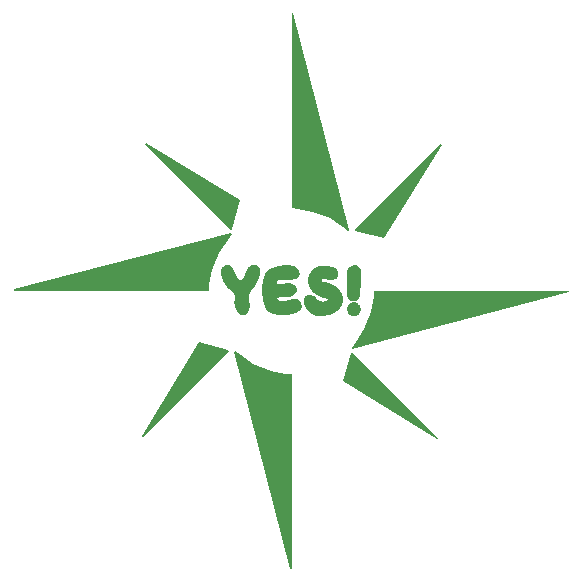
<source format=gts>
G04*
G04 #@! TF.GenerationSoftware,Altium Limited,Altium Designer,21.8.1 (53)*
G04*
G04 Layer_Color=8388736*
%FSLAX25Y25*%
%MOIN*%
G70*
G04*
G04 #@! TF.SameCoordinates,3789A0E1-FDF3-4133-BB8B-27B6B2B3195E*
G04*
G04*
G04 #@! TF.FilePolarity,Negative*
G04*
G01*
G75*
G36*
X123742Y190668D02*
X121227Y181065D01*
X120744Y180934D01*
X92163Y209473D01*
X92473Y209866D01*
X123742Y190668D01*
D02*
G37*
G36*
X160280Y180746D02*
X159867Y180465D01*
X157990Y181843D01*
X153819Y184791D01*
X148111Y186986D01*
X143124Y187927D01*
X141000Y188000D01*
Y253011D01*
X141500Y253075D01*
X160280Y180746D01*
D02*
G37*
G36*
X190987Y209297D02*
X171789Y178028D01*
X162186Y180543D01*
X162055Y181026D01*
X190594Y209607D01*
X190987Y209297D01*
D02*
G37*
G36*
X139500Y169109D02*
X139541Y169109D01*
X139582Y169109D01*
X139623Y169108D01*
X139664Y169107D01*
X139705Y169106D01*
X139746Y169105D01*
X139787Y169104D01*
X139828Y169102D01*
X139868Y169100D01*
X139909Y169098D01*
X139949Y169096D01*
X139989Y169094D01*
X140029Y169091D01*
X140069Y169089D01*
X140109Y169086D01*
X140149Y169083D01*
X140189Y169079D01*
X140228Y169076D01*
X140268Y169072D01*
X140307Y169069D01*
X140347Y169065D01*
X140386Y169061D01*
X140425Y169056D01*
X140464Y169052D01*
X140503Y169047D01*
X140541Y169042D01*
X140580Y169037D01*
X140618Y169031D01*
X140656Y169026D01*
X140694Y169020D01*
X140732Y169014D01*
X140770Y169008D01*
X140808Y169001D01*
X140846Y168995D01*
X140883Y168988D01*
X140920Y168981D01*
X140957Y168974D01*
X140994Y168966D01*
X141031Y168959D01*
X141068Y168951D01*
X141104Y168943D01*
X141140Y168935D01*
X141176Y168926D01*
X141200Y168920D01*
X141224Y168914D01*
X141248Y168909D01*
X141272Y168903D01*
X141296Y168896D01*
X141319Y168890D01*
X141343Y168884D01*
X141366Y168877D01*
X141390Y168871D01*
X141413Y168864D01*
X141436Y168857D01*
X141459Y168851D01*
X141482Y168844D01*
X141505Y168837D01*
X141528Y168830D01*
X141551Y168822D01*
X141574Y168815D01*
X141596Y168807D01*
X141619Y168800D01*
X141641Y168792D01*
X141664Y168785D01*
X141686Y168777D01*
X141708Y168769D01*
X141730Y168761D01*
X141752Y168753D01*
X141774Y168745D01*
X141796Y168736D01*
X141818Y168728D01*
X141840Y168719D01*
X141861Y168710D01*
X141883Y168702D01*
X141904Y168693D01*
X141936Y168679D01*
X141967Y168666D01*
X141999Y168652D01*
X142030Y168638D01*
X142061Y168623D01*
X142092Y168608D01*
X142122Y168594D01*
X142153Y168579D01*
X142183Y168563D01*
X142213Y168547D01*
X142242Y168532D01*
X142272Y168516D01*
X142301Y168499D01*
X142330Y168482D01*
X142359Y168466D01*
X142387Y168448D01*
X142415Y168431D01*
X142443Y168414D01*
X142471Y168396D01*
X142498Y168378D01*
X142525Y168359D01*
X142552Y168341D01*
X142579Y168322D01*
X142605Y168303D01*
X142631Y168283D01*
X142657Y168264D01*
X142683Y168244D01*
X142708Y168224D01*
X142733Y168203D01*
X142766Y168175D01*
X142799Y168147D01*
X142831Y168119D01*
X142862Y168090D01*
X142893Y168060D01*
X142898Y168055D01*
X142905Y168048D01*
X143217Y167677D01*
D01*
X143349Y167438D01*
X143478Y167179D01*
X143482Y167172D01*
X143482Y167172D01*
X143618Y166699D01*
X143620Y166686D01*
X143627Y166650D01*
X143633Y166613D01*
X143639Y166577D01*
X143643Y166552D01*
X143647Y166527D01*
X143650Y166502D01*
X143653Y166477D01*
X143656Y166451D01*
X143659Y166426D01*
X143662Y166400D01*
X143664Y166374D01*
X143666Y166349D01*
X143668Y166323D01*
X143670Y166296D01*
X143672Y166270D01*
X143674Y166244D01*
X143675Y166217D01*
X143676Y166190D01*
X143677Y166163D01*
X143671Y166135D01*
X143667Y166117D01*
X143663Y166099D01*
X143658Y166080D01*
X143654Y166062D01*
X143649Y166044D01*
X143645Y166026D01*
X143640Y166009D01*
X143635Y165991D01*
X143630Y165974D01*
X143625Y165956D01*
X143620Y165939D01*
X143615Y165922D01*
X143610Y165905D01*
X143605Y165888D01*
X143599Y165871D01*
X143594Y165854D01*
X143588Y165838D01*
X143582Y165821D01*
X143577Y165805D01*
X143571Y165789D01*
X143562Y165764D01*
X143553Y165741D01*
X143544Y165717D01*
X143534Y165693D01*
X143530Y165683D01*
X143309Y165274D01*
D01*
X143092Y165031D01*
X142904Y164855D01*
X142706Y164721D01*
X142444Y164571D01*
X142443Y164570D01*
X142423Y164562D01*
X142403Y164553D01*
X142382Y164544D01*
X142362Y164536D01*
X142341Y164528D01*
X142321Y164520D01*
X142300Y164512D01*
X142279Y164504D01*
X142265Y164499D01*
X142251Y164494D01*
X142237Y164488D01*
X142223Y164484D01*
X142209Y164479D01*
X142195Y164474D01*
X142181Y164469D01*
X142167Y164464D01*
X142152Y164460D01*
X142138Y164455D01*
X142124Y164451D01*
X142109Y164446D01*
X142095Y164442D01*
X142080Y164438D01*
X142066Y164433D01*
X142051Y164429D01*
X142036Y164425D01*
X142022Y164421D01*
X142007Y164417D01*
X141992Y164413D01*
X141978Y164409D01*
X141963Y164405D01*
X141948Y164401D01*
X141933Y164398D01*
X141918Y164394D01*
X141903Y164390D01*
X141888Y164386D01*
X141873Y164383D01*
X141858Y164380D01*
X141842Y164376D01*
X141827Y164373D01*
X141812Y164369D01*
X141797Y164366D01*
X141781Y164363D01*
X141766Y164360D01*
X141751Y164357D01*
X141735Y164354D01*
X141720Y164351D01*
X141704Y164348D01*
X141689Y164345D01*
X141673Y164342D01*
X141658Y164339D01*
X141642Y164336D01*
X141627Y164334D01*
X141611Y164331D01*
X141595Y164328D01*
X141579Y164326D01*
X141564Y164323D01*
X141548Y164321D01*
X141532Y164318D01*
X141516Y164316D01*
X141500Y164314D01*
X141484Y164311D01*
X141468Y164309D01*
X141452Y164307D01*
X141436Y164305D01*
X141420Y164303D01*
X141404Y164301D01*
X141388Y164298D01*
X141372Y164296D01*
X141355Y164295D01*
X141339Y164293D01*
X141323Y164291D01*
X141307Y164289D01*
X141290Y164287D01*
X141274Y164285D01*
X141258Y164284D01*
X141241Y164282D01*
X141225Y164280D01*
X141208Y164279D01*
X141192Y164277D01*
X141175Y164276D01*
X141159Y164274D01*
X141142Y164273D01*
X141126Y164271D01*
X141109Y164270D01*
X141092Y164269D01*
X141076Y164268D01*
X141059Y164266D01*
X141042Y164265D01*
X141026Y164264D01*
X141009Y164263D01*
X140992Y164262D01*
X140975Y164261D01*
X140958Y164260D01*
X140942Y164259D01*
X140925Y164258D01*
X140908Y164257D01*
X140891Y164256D01*
X140874Y164255D01*
X140857Y164254D01*
X140840Y164253D01*
X140823Y164252D01*
X140806Y164252D01*
X140789Y164251D01*
X140772Y164250D01*
X140755Y164250D01*
X140738Y164249D01*
X140721Y164248D01*
X140704Y164248D01*
X140687Y164247D01*
X140669Y164247D01*
X140652Y164246D01*
X140635Y164246D01*
X140618Y164245D01*
X140601Y164245D01*
X140583Y164244D01*
X140566Y164244D01*
X140549Y164244D01*
X140531Y164243D01*
X140514Y164243D01*
X140497Y164243D01*
X140479Y164242D01*
X140462Y164242D01*
X140445Y164242D01*
X140427Y164242D01*
X140410Y164242D01*
X140375Y164241D01*
X140358Y164241D01*
X140340Y164241D01*
X140314Y164241D01*
X140305Y164241D01*
X140279Y164241D01*
X140261D01*
X140244Y164241D01*
X140218Y164241D01*
X140200Y164241D01*
X140183Y164241D01*
X140156Y164241D01*
X140139Y164242D01*
X140103Y164242D01*
X140077Y164242D01*
X140042Y164242D01*
X140007Y164243D01*
X139989Y164243D01*
X139954Y164244D01*
X139918Y164244D01*
X139883Y164245D01*
X139856Y164245D01*
X139812Y164246D01*
X139777Y164247D01*
X139724Y164248D01*
X139670Y164249D01*
X139635Y164250D01*
X139582Y164251D01*
X139511Y164253D01*
X139502Y164253D01*
X139484Y164254D01*
X139396Y164256D01*
X139378Y164257D01*
X139342Y164257D01*
X139307Y164258D01*
X139289Y164259D01*
X139280Y164259D01*
X139210Y164261D01*
X139201Y164261D01*
X139192Y164261D01*
X139183Y164261D01*
X139174Y164262D01*
X139139Y164262D01*
X139086Y164264D01*
X139077Y164264D01*
X139051Y164264D01*
X139016Y164265D01*
X138963Y164266D01*
X138945Y164267D01*
X138928Y164267D01*
X138919Y164267D01*
X138901Y164267D01*
X138866Y164268D01*
X138840Y164268D01*
X138823Y164269D01*
X138788Y164269D01*
X138753Y164270D01*
X138727Y164270D01*
X138709Y164270D01*
X138683Y164270D01*
X138657Y164270D01*
X138640Y164271D01*
X138614Y164271D01*
X138579Y164271D01*
X138553Y164271D01*
X138536Y164271D01*
X138519D01*
X138502Y164271D01*
X138484Y164271D01*
X138459Y164271D01*
X138433Y164271D01*
X138407Y164271D01*
X138399Y164270D01*
X138373Y164270D01*
X138364Y164270D01*
X138347Y164270D01*
X138322Y164270D01*
X138305Y164269D01*
X138288Y164269D01*
X138271Y164269D01*
X138254Y164269D01*
X138237Y164268D01*
X138220Y164268D01*
X138203Y164267D01*
X138186Y164267D01*
X138169Y164267D01*
X138153Y164266D01*
X138136Y164266D01*
X138119Y164265D01*
X138102Y164264D01*
X138085Y164264D01*
X138069Y164263D01*
X138052Y164263D01*
X138035Y164262D01*
X138019Y164261D01*
X138002Y164260D01*
X137986Y164260D01*
X137969Y164259D01*
X137952Y164258D01*
X137936Y164257D01*
X137919Y164256D01*
X137903Y164255D01*
X137887Y164255D01*
X137870Y164254D01*
X137854Y164253D01*
X137837Y164251D01*
X137821Y164251D01*
X137805Y164249D01*
X137788Y164248D01*
X137772Y164247D01*
X137756Y164246D01*
X137740Y164245D01*
X137724Y164243D01*
X137708Y164242D01*
X137692Y164241D01*
X137675Y164239D01*
X137660Y164238D01*
X137644Y164236D01*
X137627Y164235D01*
X137612Y164233D01*
X137596Y164232D01*
X137580Y164230D01*
X137564Y164228D01*
X137548Y164227D01*
X137532Y164225D01*
X137517Y164223D01*
X137501Y164221D01*
X137485Y164220D01*
X137470Y164218D01*
X137454Y164216D01*
X137439Y164214D01*
X137423Y164212D01*
X137408Y164210D01*
X137392Y164207D01*
X137377Y164205D01*
X137361Y164203D01*
X137346Y164201D01*
X137331Y164199D01*
X137315Y164196D01*
X137300Y164194D01*
X137285Y164191D01*
X137270Y164189D01*
X137255Y164187D01*
X137240Y164184D01*
X137224Y164181D01*
X137209Y164179D01*
X137195Y164176D01*
X137180Y164173D01*
X137165Y164170D01*
X137150Y164167D01*
X137135Y164165D01*
X137120Y164162D01*
X137106Y164159D01*
X137091Y164156D01*
X137076Y164153D01*
X137062Y164149D01*
X137047Y164146D01*
X137032Y164143D01*
X137018Y164139D01*
X137004Y164136D01*
X136989Y164133D01*
X136975Y164129D01*
X136961Y164126D01*
X136946Y164122D01*
X136932Y164119D01*
X136918Y164115D01*
X136904Y164111D01*
X136890Y164107D01*
X136876Y164103D01*
X136862Y164100D01*
X136848Y164095D01*
X136834Y164091D01*
X136820Y164087D01*
X136806Y164083D01*
X136793Y164079D01*
X136779Y164075D01*
X136765Y164070D01*
X136751Y164066D01*
X136738Y164062D01*
X136724Y164057D01*
X136711Y164052D01*
X136697Y164048D01*
X136684Y164043D01*
X136671Y164038D01*
X136658Y164034D01*
X136644Y164029D01*
X136631Y164024D01*
X136618Y164019D01*
X136605Y164014D01*
X136592Y164009D01*
X136579Y164003D01*
X136566Y163998D01*
X136553Y163993D01*
X136547Y163990D01*
X136533Y163980D01*
X136523Y163973D01*
X136519Y163970D01*
X136509Y163963D01*
X136505Y163960D01*
X136491Y163950D01*
X136482Y163943D01*
X136478Y163940D01*
X136469Y163933D01*
X136460Y163926D01*
X136456Y163923D01*
X136447Y163917D01*
X136443Y163913D01*
X136435Y163907D01*
X136426Y163900D01*
X136422Y163897D01*
X136418Y163894D01*
X136410Y163887D01*
X136406Y163884D01*
X136402Y163881D01*
X136394Y163874D01*
X136390Y163871D01*
X136386Y163868D01*
X136378Y163861D01*
X136374Y163858D01*
X136367Y163852D01*
X136363Y163849D01*
X136359Y163845D01*
X136352Y163839D01*
X136345Y163833D01*
X136337Y163827D01*
X136330Y163820D01*
X136327Y163817D01*
X136319Y163811D01*
X136316Y163808D01*
X136309Y163802D01*
X136302Y163795D01*
X136299Y163792D01*
X136292Y163786D01*
X136286Y163780D01*
X136279Y163774D01*
X136273Y163768D01*
X136266Y163762D01*
X136263Y163759D01*
X136257Y163753D01*
X136254Y163750D01*
X136251Y163747D01*
X136245Y163741D01*
X136239Y163735D01*
X136233Y163729D01*
X136230Y163726D01*
X136227Y163723D01*
X136222Y163717D01*
X136216Y163712D01*
X136216Y163711D01*
X136216Y163711D01*
X136213Y163708D01*
X136213Y163708D01*
X136210Y163705D01*
X136210Y163705D01*
X136208Y163702D01*
X136208Y163702D01*
X136205Y163699D01*
X136205Y163699D01*
X136202Y163696D01*
X136202Y163696D01*
X136200Y163693D01*
X136199Y163693D01*
X136197Y163690D01*
X136197Y163690D01*
X136194Y163688D01*
X136194Y163688D01*
X136192Y163685D01*
X136192Y163685D01*
X136189Y163682D01*
X136189Y163682D01*
X136187Y163679D01*
X136187Y163679D01*
X136184Y163676D01*
X136184Y163676D01*
X136181Y163673D01*
X136181Y163673D01*
X136179Y163670D01*
X136179Y163670D01*
X136177Y163667D01*
X136177Y163667D01*
X136174Y163665D01*
X136174Y163664D01*
X136172Y163662D01*
X136172Y163662D01*
X136169Y163659D01*
Y163659D01*
X136167Y163656D01*
X136167Y163656D01*
X136164Y163653D01*
X136164Y163653D01*
X136162Y163650D01*
X136162Y163650D01*
X136160Y163647D01*
X136160Y163647D01*
X136157Y163645D01*
X136157Y163645D01*
X136155Y163642D01*
X136155Y163642D01*
X136153Y163639D01*
X136153Y163639D01*
X136151Y163636D01*
X136151Y163636D01*
X136148Y163633D01*
X136148Y163633D01*
X136146Y163631D01*
X136146Y163631D01*
X136144Y163628D01*
X136144Y163628D01*
X136142Y163625D01*
X136142Y163625D01*
X136140Y163622D01*
X136140Y163622D01*
X136137Y163619D01*
X136137Y163619D01*
X136135Y163617D01*
X136135Y163617D01*
X136133Y163614D01*
X136133Y163614D01*
X136131Y163611D01*
X136131Y163611D01*
X136129Y163608D01*
X136129Y163608D01*
X136127Y163606D01*
X136127Y163606D01*
X136125Y163603D01*
X136125Y163603D01*
X136123Y163600D01*
X136123Y163600D01*
X136121Y163597D01*
X136121Y163597D01*
X136119Y163595D01*
X136119Y163595D01*
X136117Y163592D01*
X136117Y163592D01*
X136115Y163589D01*
X136115Y163589D01*
X136114Y163586D01*
X136114Y163586D01*
X136112Y163584D01*
X136112Y163584D01*
X136110Y163581D01*
X136110Y163581D01*
X136108Y163578D01*
X136108Y163578D01*
X136106Y163576D01*
X136106Y163576D01*
X136104Y163573D01*
X136104Y163573D01*
X136103Y163570D01*
X136103Y163570D01*
X136101Y163568D01*
X136101Y163568D01*
X136099Y163565D01*
X136099Y163565D01*
X136097Y163562D01*
X136097Y163562D01*
X136096Y163560D01*
X136096Y163560D01*
X136094Y163557D01*
X136094Y163557D01*
X136092Y163554D01*
X136092Y163554D01*
X136091Y163552D01*
X136091Y163552D01*
X136089Y163549D01*
X136089Y163549D01*
X136088Y163546D01*
X136088Y163546D01*
X136086Y163544D01*
X136086Y163544D01*
X136084Y163541D01*
X136084Y163541D01*
X136083Y163539D01*
X136083Y163538D01*
X136081Y163536D01*
X136081Y163536D01*
X136080Y163533D01*
X136080Y163533D01*
X136078Y163531D01*
X136078Y163531D01*
X136077Y163528D01*
X136077Y163528D01*
X136075Y163525D01*
X136075Y163525D01*
X136074Y163523D01*
X136074Y163523D01*
X136073Y163520D01*
X136073Y163520D01*
X136071Y163518D01*
X136071Y163518D01*
X136070Y163515D01*
X136070Y163515D01*
X136069Y163512D01*
X136069Y163512D01*
X136067Y163510D01*
X136067Y163510D01*
X136066Y163507D01*
X136066Y163507D01*
X136065Y163505D01*
X136065Y163505D01*
X136063Y163502D01*
X136063Y163502D01*
X136062Y163500D01*
X136062Y163500D01*
X136061Y163497D01*
X136061Y163497D01*
X136060Y163495D01*
X136060Y163495D01*
X136058Y163492D01*
X136058Y163492D01*
X136057Y163489D01*
X136057Y163489D01*
X136056Y163487D01*
X136056Y163487D01*
X136055Y163484D01*
X136055Y163484D01*
X136054Y163482D01*
X136054Y163482D01*
X136053Y163479D01*
X136053Y163479D01*
X136052Y163477D01*
X136052Y163477D01*
X136051Y163474D01*
X136051Y163474D01*
X136050Y163472D01*
Y163472D01*
X136049Y163469D01*
Y163469D01*
X136048Y163467D01*
Y163467D01*
X136047Y163464D01*
Y163464D01*
X136046Y163462D01*
Y163462D01*
X136045Y163460D01*
Y163459D01*
X136044Y163457D01*
Y163457D01*
X136043Y163454D01*
Y163454D01*
X136042Y163452D01*
Y163452D01*
X136041Y163450D01*
Y163450D01*
X136040Y163447D01*
Y163447D01*
X136039Y163445D01*
Y163445D01*
X136038Y163442D01*
Y163442D01*
X136038Y163440D01*
Y163440D01*
X136037Y163437D01*
Y163437D01*
X136036Y163435D01*
Y163435D01*
X136035Y163430D01*
Y163430D01*
X136033Y163425D01*
Y163425D01*
X136032Y163421D01*
Y163420D01*
X136030Y163416D01*
Y163416D01*
X136029Y163411D01*
Y163411D01*
X136028Y163406D01*
Y163406D01*
X136027Y163402D01*
Y163401D01*
X136026Y163397D01*
Y163397D01*
X136025Y163392D01*
Y163392D01*
X136024Y163388D01*
Y163388D01*
X136023Y163383D01*
Y163383D01*
X136023Y163378D01*
Y163378D01*
X136022Y163374D01*
Y163374D01*
X136021Y163369D01*
X136021Y163369D01*
X136021Y163365D01*
X136021Y163365D01*
X136020Y163360D01*
X136021Y163360D01*
X136020Y163356D01*
X136020Y163356D01*
X136020Y163356D01*
X136020Y163355D01*
X136020Y163351D01*
X136020Y163351D01*
X136020Y163351D01*
X136020Y163351D01*
X136020Y163347D01*
X136020Y163347D01*
X136020Y163347D01*
X136020Y163346D01*
X136019Y163342D01*
X136019Y163342D01*
Y163342D01*
Y163342D01*
X136019Y163338D01*
X136019Y163338D01*
Y163338D01*
Y163338D01*
X136019Y163337D01*
X136019Y163337D01*
Y163337D01*
Y163337D01*
X136019Y163335D01*
X136019Y163335D01*
Y163335D01*
X136019Y163335D01*
X136019Y163334D01*
X136019Y163334D01*
Y163333D01*
X136019Y163333D01*
X136019Y163332D01*
X136019Y163332D01*
Y163332D01*
X136019Y163332D01*
X136019Y163331D01*
X136019Y163331D01*
X136019Y163330D01*
X136019Y163330D01*
X136019Y163329D01*
X136019Y163329D01*
X136019Y163327D01*
X136019Y163327D01*
X136019Y163325D01*
X136019Y163325D01*
Y163324D01*
X136019Y163324D01*
Y163324D01*
X136019Y163324D01*
X136019Y163322D01*
X136019Y163322D01*
X136019Y163320D01*
X136019Y163320D01*
X136019Y163319D01*
X136019Y163319D01*
X136019Y163318D01*
X136019Y163318D01*
X136019Y163317D01*
X136020Y163317D01*
X136020Y163315D01*
X136020Y163315D01*
X136020Y163314D01*
X136020Y163314D01*
X136020Y163312D01*
X136020Y163312D01*
X136020Y163311D01*
X136020Y163311D01*
X136020Y163310D01*
X136020Y163310D01*
X136020Y163308D01*
X136020Y163308D01*
X136020Y163306D01*
X136020Y163306D01*
X136020Y163304D01*
X136020Y163304D01*
X136021Y163303D01*
X136021Y163303D01*
X136021Y163302D01*
X136021Y163301D01*
X136021Y163299D01*
X136021Y163299D01*
X136021Y163296D01*
X136021Y163296D01*
X136022Y163294D01*
X136022Y163293D01*
X136022Y163292D01*
X136022Y163292D01*
X136023Y163286D01*
X136023Y163286D01*
X136025Y163273D01*
X136025Y163273D01*
X136028Y163260D01*
X136028Y163260D01*
X136032Y163247D01*
X136032Y163247D01*
X136034Y163241D01*
X136034Y163241D01*
X136034Y163240D01*
X136034Y163240D01*
X136035Y163238D01*
X136035Y163238D01*
X136036Y163236D01*
X136036Y163235D01*
X136036Y163234D01*
X136036Y163234D01*
X136037Y163233D01*
X136037Y163233D01*
X136037Y163232D01*
X136037Y163232D01*
X136038Y163230D01*
X136038Y163230D01*
X136039Y163228D01*
X136039Y163227D01*
X136039Y163226D01*
X136039Y163225D01*
X136040Y163225D01*
X136040Y163225D01*
X136040Y163224D01*
X136040Y163224D01*
X136041Y163223D01*
X136041Y163222D01*
X136041Y163221D01*
X136041Y163221D01*
X136042Y163220D01*
X136042Y163219D01*
X136042Y163219D01*
X136043Y163218D01*
X136043Y163217D01*
X136044Y163216D01*
X136044Y163215D01*
X136044Y163215D01*
X136044Y163214D01*
X136045Y163213D01*
X136046Y163210D01*
X136047Y163210D01*
X136047Y163207D01*
X136048Y163206D01*
X136049Y163204D01*
X136051Y163201D01*
X136051Y163200D01*
X136053Y163197D01*
X136053Y163196D01*
X136055Y163193D01*
X136055Y163192D01*
X136057Y163189D01*
X136057Y163189D01*
X136059Y163185D01*
X136060Y163185D01*
X136062Y163182D01*
X136062Y163181D01*
X136064Y163178D01*
X136064Y163178D01*
X136066Y163174D01*
X136066Y163174D01*
X136069Y163170D01*
X136069Y163170D01*
X136071Y163167D01*
X136071Y163166D01*
X136074Y163163D01*
X136074Y163163D01*
X136076Y163160D01*
X136076Y163159D01*
X136079Y163156D01*
X136079Y163156D01*
X136081Y163152D01*
X136082Y163152D01*
X136084Y163149D01*
X136084Y163149D01*
X136087Y163145D01*
X136087Y163145D01*
X136090Y163142D01*
X136090Y163142D01*
X136093Y163138D01*
X136093Y163138D01*
X136096Y163135D01*
X136096Y163135D01*
X136099Y163131D01*
X136099Y163131D01*
X136102Y163128D01*
X136102Y163128D01*
X136105Y163124D01*
X136105Y163124D01*
X136108Y163121D01*
X136108Y163121D01*
X136111Y163118D01*
X136111Y163118D01*
X136114Y163114D01*
X136114Y163114D01*
X136117Y163111D01*
X136118Y163111D01*
X136121Y163108D01*
X136121Y163108D01*
X136124Y163104D01*
X136124Y163104D01*
X136128Y163101D01*
X136128Y163101D01*
X136131Y163098D01*
X136131Y163098D01*
X136135Y163094D01*
X136135Y163094D01*
X136138Y163091D01*
X136138Y163091D01*
X136142Y163088D01*
X136142Y163088D01*
X136146Y163085D01*
X136146Y163085D01*
X136149Y163082D01*
X136149Y163082D01*
X136153Y163078D01*
X136153Y163078D01*
X136157Y163075D01*
X136157Y163075D01*
X136161Y163072D01*
X136161Y163072D01*
X136165Y163069D01*
X136165Y163069D01*
X136169Y163066D01*
X136169Y163066D01*
X136173Y163063D01*
X136173Y163063D01*
X136177Y163060D01*
X136177Y163060D01*
X136181Y163057D01*
X136181Y163057D01*
X136185Y163054D01*
X136185Y163054D01*
X136189Y163051D01*
X136189Y163051D01*
X136193Y163048D01*
X136193Y163048D01*
X136198Y163045D01*
X136198Y163045D01*
X136202Y163042D01*
X136202Y163042D01*
X136206Y163039D01*
X136206Y163039D01*
X136211Y163036D01*
X136211Y163036D01*
X136215Y163033D01*
X136215Y163033D01*
X136220Y163030D01*
X136220Y163030D01*
X136224Y163028D01*
X136224Y163027D01*
X136229Y163025D01*
X136229Y163025D01*
X136234Y163022D01*
X136234Y163022D01*
X136238Y163019D01*
X136238Y163019D01*
X136243Y163016D01*
X136243Y163016D01*
X136248Y163014D01*
X136248Y163013D01*
X136252Y163011D01*
X136252Y163011D01*
X136257Y163008D01*
X136257Y163008D01*
X136262Y163005D01*
X136262Y163005D01*
X136267Y163003D01*
X136267Y163003D01*
X136272Y163000D01*
X136272Y163000D01*
X136277Y162997D01*
X136277Y162997D01*
X136282Y162995D01*
X136282Y162995D01*
X136287Y162992D01*
X136287Y162992D01*
X136293Y162989D01*
X136293Y162989D01*
X136298Y162987D01*
X136298Y162987D01*
X136303Y162984D01*
X136303Y162984D01*
X136308Y162982D01*
X136308Y162982D01*
X136313Y162979D01*
X136313Y162979D01*
X136319Y162977D01*
X136319Y162977D01*
X136324Y162974D01*
X136324Y162974D01*
X136329Y162971D01*
X136329Y162971D01*
X136335Y162969D01*
X136335Y162969D01*
X136340Y162967D01*
X136340Y162967D01*
X136346Y162964D01*
X136346Y162964D01*
X136352Y162962D01*
X136352Y162962D01*
X136357Y162959D01*
X136357Y162959D01*
X136363Y162957D01*
X136363Y162957D01*
X136368Y162955D01*
X136368Y162955D01*
X136374Y162952D01*
X136374Y162952D01*
X136380Y162950D01*
X136380Y162950D01*
X136386Y162948D01*
X136386Y162948D01*
X136391Y162945D01*
X136391Y162945D01*
X136397Y162943D01*
X136397Y162943D01*
X136403Y162941D01*
X136403Y162941D01*
X136409Y162938D01*
X136409Y162938D01*
X136415Y162936D01*
X136415Y162936D01*
X136421Y162934D01*
X136421Y162934D01*
X136433Y162930D01*
X136439Y162927D01*
X136445Y162925D01*
X136451Y162923D01*
X136457Y162921D01*
X136464Y162919D01*
X136470Y162917D01*
X136476Y162915D01*
X136482Y162913D01*
X136489Y162911D01*
X136495Y162909D01*
X136502Y162907D01*
X136508Y162905D01*
X136514Y162903D01*
X136521Y162901D01*
X136527Y162899D01*
X136534Y162897D01*
X136540Y162895D01*
X136547Y162893D01*
X136554Y162891D01*
X136560Y162890D01*
X136567Y162888D01*
X136574Y162886D01*
X136580Y162884D01*
X136587Y162882D01*
X136594Y162881D01*
X136601Y162879D01*
X136608Y162877D01*
X136615Y162875D01*
X136621Y162874D01*
X136628Y162872D01*
X136635Y162870D01*
X136642Y162869D01*
X136649Y162867D01*
X136656Y162865D01*
X136663Y162864D01*
X136670Y162862D01*
X136677Y162861D01*
X136685Y162859D01*
X136692Y162858D01*
X136699Y162856D01*
X136706Y162855D01*
X136713Y162853D01*
X136720Y162852D01*
X136728Y162850D01*
X136735Y162849D01*
X136742Y162847D01*
X136749Y162846D01*
X136757Y162845D01*
X136764Y162843D01*
X136772Y162842D01*
X136783Y162840D01*
X136794Y162838D01*
X136805Y162836D01*
X136816Y162834D01*
X136827Y162832D01*
X136839Y162830D01*
X136850Y162829D01*
X136861Y162827D01*
X136873Y162825D01*
X136884Y162823D01*
X136896Y162822D01*
X136907Y162820D01*
X136919Y162819D01*
X136930Y162817D01*
X136942Y162816D01*
X136953Y162814D01*
X136965Y162813D01*
X136977Y162811D01*
X136989Y162810D01*
X137000Y162809D01*
X137016Y162807D01*
X137032Y162805D01*
X137048Y162804D01*
X137064Y162802D01*
X137079Y162801D01*
X137095Y162799D01*
X137111Y162798D01*
X137131Y162796D01*
X137151Y162795D01*
X137171Y162793D01*
X137191Y162792D01*
X137216Y162791D01*
X137240Y162789D01*
X137268Y162788D01*
X137301Y162786D01*
X137341Y162785D01*
X137398Y162784D01*
X137423Y162783D01*
X137472Y162783D01*
X137521Y162783D01*
X137571Y162784D01*
X137595Y162785D01*
X137631Y162786D01*
X137663Y162787D01*
X137691Y162788D01*
X137714Y162790D01*
X137734Y162791D01*
X137753Y162792D01*
X137773Y162793D01*
X137788Y162794D01*
X137804Y162795D01*
X137819Y162796D01*
X137835Y162798D01*
X137850Y162799D01*
X137865Y162800D01*
X137880Y162802D01*
X137891Y162803D01*
X137902Y162804D01*
X137914Y162805D01*
X137925Y162806D01*
X137936Y162808D01*
X137947Y162809D01*
X137958Y162810D01*
X137969Y162811D01*
X137980Y162813D01*
X137991Y162814D01*
X138002Y162815D01*
X138013Y162817D01*
X138023Y162818D01*
X138041Y162821D01*
X138048Y162822D01*
X138062Y162824D01*
X138069Y162825D01*
X138083Y162827D01*
X138090Y162828D01*
X138097Y162829D01*
X138104Y162830D01*
X138111Y162831D01*
X138118Y162833D01*
X138124Y162834D01*
X138131Y162835D01*
X138138Y162836D01*
X138145Y162837D01*
X138151Y162838D01*
X138165Y162841D01*
X138171Y162842D01*
X138184Y162845D01*
X138191Y162846D01*
X138197Y162847D01*
X138204Y162848D01*
X138217Y162851D01*
X138229Y162854D01*
X138236Y162855D01*
X138242Y162857D01*
X138248Y162858D01*
X138254Y162859D01*
X138267Y162862D01*
X138273Y162864D01*
X138279Y162865D01*
X138291Y162868D01*
X138297Y162870D01*
X138303Y162871D01*
X138309Y162873D01*
X138321Y162876D01*
X138327Y162877D01*
X138332Y162879D01*
X138341Y162881D01*
X138353Y162886D01*
X138376Y162896D01*
X138399Y162906D01*
X138423Y162915D01*
X138446Y162925D01*
X138469Y162934D01*
X138493Y162943D01*
X138516Y162952D01*
X138540Y162961D01*
X138566Y162970D01*
X138592Y162979D01*
X138617Y162988D01*
X138645Y162998D01*
X138675Y163008D01*
X138706Y163017D01*
X138736Y163027D01*
X138751Y163031D01*
X138769Y163037D01*
X138804Y163047D01*
X138839Y163057D01*
X138874Y163066D01*
X138912Y163076D01*
X138954Y163086D01*
X138995Y163096D01*
X139037Y163105D01*
X139058Y163110D01*
X139085Y163115D01*
X139138Y163126D01*
X139191Y163135D01*
X139244Y163144D01*
X139311Y163153D01*
X139391Y163163D01*
X139471Y163171D01*
X139551Y163178D01*
X139656Y163183D01*
X139785Y163186D01*
X139914Y163183D01*
X140044Y163176D01*
X140108Y163170D01*
X140157Y163166D01*
X140256Y163154D01*
X140355Y163139D01*
X140441Y163124D01*
X140892Y163005D01*
Y163005D01*
X141129Y162907D01*
X141365Y162805D01*
Y162805D01*
X141763Y162559D01*
X141766Y162557D01*
X141803Y162530D01*
X141839Y162502D01*
X141875Y162473D01*
X141911Y162445D01*
X141939Y162420D01*
X141968Y162396D01*
X141996Y162371D01*
X142024Y162345D01*
X142051Y162320D01*
X142077Y162294D01*
X142104Y162268D01*
X142129Y162241D01*
X142155Y162215D01*
X142179Y162188D01*
X142204Y162161D01*
X142228Y162133D01*
X142246Y162111D01*
X142265Y162089D01*
X142283Y162067D01*
X142301Y162044D01*
X142318Y162021D01*
X142335Y161998D01*
X142352Y161975D01*
X142368Y161952D01*
X142385Y161929D01*
X142400Y161906D01*
X142416Y161882D01*
X142429Y161861D01*
X142549Y161613D01*
X142640Y161398D01*
X142684Y161175D01*
X142712Y160967D01*
X142698Y160690D01*
X142676Y160575D01*
X142642Y160430D01*
X142582Y160253D01*
X142518Y160124D01*
X142383Y159877D01*
X142378Y159870D01*
X142364Y159850D01*
X142349Y159831D01*
X142334Y159811D01*
X142319Y159791D01*
X142304Y159772D01*
X142288Y159752D01*
X142271Y159732D01*
X142255Y159713D01*
X142238Y159693D01*
X142221Y159674D01*
X142209Y159661D01*
X142198Y159648D01*
X142186Y159635D01*
X142174Y159622D01*
X142162Y159609D01*
X142149Y159597D01*
X142137Y159584D01*
X142124Y159571D01*
X142112Y159558D01*
X142099Y159546D01*
X142086Y159533D01*
X142072Y159520D01*
X142059Y159507D01*
X142046Y159495D01*
X142032Y159482D01*
X142018Y159469D01*
X142004Y159457D01*
X141990Y159444D01*
X141976Y159432D01*
X141962Y159419D01*
X141947Y159407D01*
X141932Y159394D01*
X141918Y159382D01*
X141903Y159369D01*
X141888Y159357D01*
X141872Y159345D01*
X141857Y159332D01*
X141841Y159320D01*
X141826Y159308D01*
X141810Y159295D01*
X141794Y159283D01*
X141778Y159271D01*
X141761Y159259D01*
X141745Y159247D01*
X141728Y159235D01*
X141711Y159222D01*
X141694Y159210D01*
X141677Y159198D01*
X141660Y159186D01*
X141643Y159175D01*
X141625Y159162D01*
X141608Y159151D01*
X141590Y159139D01*
X141572Y159127D01*
X141553Y159115D01*
X141535Y159103D01*
X141517Y159092D01*
X141498Y159080D01*
X141479Y159068D01*
X141460Y159057D01*
X141441Y159045D01*
X141422Y159034D01*
X141402Y159022D01*
X141383Y159011D01*
X141363Y158999D01*
X141343Y158988D01*
X141323Y158976D01*
X141303Y158965D01*
X141282Y158954D01*
X141262Y158942D01*
X141241Y158931D01*
X141220Y158920D01*
X141210Y158914D01*
X141201Y158907D01*
X141195Y158902D01*
X141189Y158897D01*
X141183Y158892D01*
X141177Y158887D01*
X141171Y158882D01*
X141165Y158878D01*
X141159Y158873D01*
X141152Y158868D01*
X141146Y158864D01*
X141140Y158859D01*
X141133Y158855D01*
X141127Y158850D01*
X141120Y158846D01*
X141113Y158841D01*
X141106Y158837D01*
X141100Y158833D01*
X141093Y158829D01*
X141086Y158824D01*
X141079Y158820D01*
X141072Y158816D01*
X141065Y158812D01*
X141058Y158808D01*
X141051Y158804D01*
X141043Y158800D01*
X141036Y158796D01*
X141029Y158792D01*
X141021Y158788D01*
X141014Y158785D01*
X141006Y158781D01*
X140999Y158777D01*
X140991Y158774D01*
X140983Y158770D01*
X140976Y158766D01*
X140968Y158763D01*
X140960Y158759D01*
X140952Y158756D01*
X140944Y158752D01*
X140936Y158749D01*
X140928Y158746D01*
X140920Y158742D01*
X140912Y158739D01*
X140904Y158736D01*
X140896Y158733D01*
X140887Y158730D01*
X140879Y158726D01*
X140871Y158723D01*
X140862Y158720D01*
X140854Y158717D01*
X140845Y158714D01*
X140837Y158711D01*
X140828Y158708D01*
X140819Y158706D01*
X140810Y158703D01*
X140802Y158700D01*
X140793Y158697D01*
X140784Y158695D01*
X140775Y158692D01*
X140766Y158689D01*
X140757Y158686D01*
X140748Y158684D01*
X140739Y158681D01*
X140730Y158679D01*
X140720Y158676D01*
X140711Y158674D01*
X140702Y158671D01*
X140693Y158669D01*
X140683Y158667D01*
X140674Y158664D01*
X140664Y158662D01*
X140655Y158660D01*
X140645Y158658D01*
X140636Y158655D01*
X140626Y158653D01*
X140616Y158651D01*
X140607Y158649D01*
X140597Y158647D01*
X140587Y158645D01*
X140577Y158643D01*
X140567Y158641D01*
X140557Y158639D01*
X140547Y158637D01*
X140537Y158635D01*
X140527Y158633D01*
X140517Y158632D01*
X140507Y158630D01*
X140497Y158628D01*
X140487Y158626D01*
X140477Y158624D01*
X140466Y158623D01*
X140456Y158621D01*
X140445Y158619D01*
X140435Y158618D01*
X140425Y158616D01*
X140414Y158615D01*
X140404Y158613D01*
X140393Y158612D01*
X140383Y158610D01*
X140372Y158609D01*
X140361Y158607D01*
X140351Y158606D01*
X140340Y158605D01*
X140329Y158603D01*
X140318Y158602D01*
X140308Y158601D01*
X140297Y158599D01*
X140286Y158598D01*
X140275Y158597D01*
X140264Y158596D01*
X140253Y158595D01*
X140242Y158593D01*
X140231Y158592D01*
X140220Y158591D01*
X140209Y158590D01*
X140198Y158589D01*
X140186Y158588D01*
X140175Y158587D01*
X140164Y158586D01*
X140153Y158585D01*
X140141Y158584D01*
X140130Y158583D01*
X140119Y158582D01*
X140107Y158581D01*
X140096Y158581D01*
X140085Y158580D01*
X140073Y158579D01*
X140061Y158578D01*
X140050Y158578D01*
X140038Y158577D01*
X140027Y158576D01*
X140015Y158575D01*
X140004Y158575D01*
X139992Y158574D01*
X139980Y158573D01*
X139969Y158573D01*
X139957Y158572D01*
X139945Y158571D01*
X139933Y158571D01*
X139921Y158570D01*
X139910Y158570D01*
X139898Y158569D01*
X139886Y158569D01*
X139874Y158568D01*
X139862Y158568D01*
X139850Y158567D01*
X139838Y158567D01*
X139826Y158566D01*
X139814Y158566D01*
X139802Y158565D01*
X139790Y158565D01*
X139778Y158565D01*
X139766Y158564D01*
X139754Y158564D01*
X139742Y158564D01*
X139729Y158563D01*
X139717Y158563D01*
X139705Y158563D01*
X139693Y158563D01*
X139681Y158562D01*
X139668Y158562D01*
X139644Y158562D01*
X139625Y158561D01*
X139607Y158561D01*
X139576Y158561D01*
X139563Y158561D01*
X139538Y158560D01*
X139526Y158560D01*
X139520Y158560D01*
X139514Y158560D01*
X139488Y158560D01*
X139476Y158560D01*
X139457Y158560D01*
X139438Y158560D01*
X139419Y158560D01*
X139388D01*
X139356Y158560D01*
X139325Y158560D01*
X139293Y158560D01*
X139287Y158560D01*
X139280Y158560D01*
X139268Y158560D01*
X139229Y158561D01*
X139198Y158561D01*
X139172Y158561D01*
X139140Y158561D01*
X139121Y158562D01*
X139114Y158562D01*
X139102Y158562D01*
X139095Y158562D01*
X139076Y158562D01*
X139037Y158563D01*
X139031Y158563D01*
X139018Y158563D01*
X139012Y158563D01*
X138992Y158563D01*
X138979Y158563D01*
X138967Y158563D01*
X138876Y158565D01*
X138863Y158565D01*
X138780Y158566D01*
X138747Y158566D01*
X138734Y158567D01*
X138722Y158567D01*
X138715Y158567D01*
X138702Y158567D01*
X138696Y158567D01*
X138670Y158568D01*
X138664Y158568D01*
X138638Y158568D01*
X138625Y158568D01*
X138619Y158568D01*
X138606Y158568D01*
X138599Y158568D01*
X138586Y158568D01*
X138580Y158569D01*
X138574Y158569D01*
X138541Y158569D01*
X138529Y158569D01*
X138490Y158569D01*
X138484Y158569D01*
X138477Y158569D01*
X138458Y158570D01*
X138452Y158570D01*
X138445Y158570D01*
X138407Y158570D01*
X138382Y158570D01*
X138350Y158570D01*
X138324D01*
X138312Y158570D01*
X138299Y158570D01*
X138286Y158570D01*
X138274Y158570D01*
X138261Y158570D01*
X138248Y158570D01*
X138236Y158570D01*
X138210Y158569D01*
X138198Y158569D01*
X138173Y158569D01*
X138148Y158569D01*
X138129Y158569D01*
X138110Y158568D01*
X138092Y158568D01*
X138067Y158568D01*
X138054Y158567D01*
X138042Y158567D01*
X138030Y158567D01*
X138017Y158566D01*
X138005Y158566D01*
X137993Y158566D01*
X137980Y158566D01*
X137968Y158565D01*
X137956Y158565D01*
X137943Y158564D01*
X137931Y158564D01*
X137919Y158564D01*
X137907Y158563D01*
X137894Y158563D01*
X137882Y158562D01*
X137870Y158562D01*
X137858Y158562D01*
X137846Y158561D01*
X137834Y158561D01*
X137822Y158560D01*
X137810Y158559D01*
X137798Y158559D01*
X137786Y158558D01*
X137774Y158558D01*
X137762Y158557D01*
X137750Y158556D01*
X137738Y158556D01*
X137726Y158555D01*
X137714Y158554D01*
X137703Y158554D01*
X137691Y158553D01*
X137679Y158552D01*
X137667Y158551D01*
X137655Y158551D01*
X137644Y158550D01*
X137632Y158549D01*
X137620Y158548D01*
X137609Y158547D01*
X137597Y158546D01*
X137586Y158545D01*
X137574Y158544D01*
X137563Y158544D01*
X137551Y158543D01*
X137540Y158542D01*
X137528Y158540D01*
X137517Y158539D01*
X137505Y158538D01*
X137494Y158537D01*
X137483Y158536D01*
X137471Y158535D01*
X137460Y158534D01*
X137449Y158533D01*
X137438Y158531D01*
X137427Y158530D01*
X137415Y158529D01*
X137404Y158528D01*
X137393Y158526D01*
X137382Y158525D01*
X137371Y158524D01*
X137360Y158522D01*
X137349Y158521D01*
X137338Y158519D01*
X137328Y158518D01*
X137317Y158516D01*
X137306Y158515D01*
X137295Y158513D01*
X137284Y158512D01*
X137274Y158510D01*
X137263Y158509D01*
X137252Y158507D01*
X137242Y158505D01*
X137231Y158503D01*
X137221Y158502D01*
X137210Y158500D01*
X137200Y158498D01*
X137189Y158496D01*
X137179Y158494D01*
X137169Y158493D01*
X137158Y158491D01*
X137148Y158489D01*
X137138Y158487D01*
X137127Y158485D01*
X137117Y158483D01*
X137107Y158481D01*
X137097Y158478D01*
X137087Y158476D01*
X137077Y158474D01*
X137067Y158472D01*
X137057Y158470D01*
X137047Y158467D01*
X137038Y158465D01*
X137028Y158463D01*
X137018Y158460D01*
X137008Y158458D01*
X136999Y158456D01*
X136989Y158453D01*
X136979Y158451D01*
X136970Y158448D01*
X136960Y158446D01*
X136951Y158443D01*
X136941Y158440D01*
X136932Y158438D01*
X136923Y158435D01*
X136913Y158432D01*
X136904Y158430D01*
X136895Y158427D01*
X136886Y158424D01*
X136877Y158421D01*
X136868Y158418D01*
X136859Y158415D01*
X136850Y158412D01*
X136841Y158409D01*
X136832Y158406D01*
X136823Y158403D01*
X136814Y158400D01*
X136806Y158397D01*
X136797Y158394D01*
X136788Y158390D01*
X136780Y158387D01*
X136771Y158384D01*
X136763Y158381D01*
X136754Y158377D01*
X136746Y158374D01*
X136738Y158370D01*
X136729Y158367D01*
X136721Y158363D01*
X136713Y158360D01*
X136705Y158356D01*
X136697Y158352D01*
X136689Y158349D01*
X136681Y158345D01*
X136673Y158341D01*
X136665Y158337D01*
X136657Y158334D01*
X136649Y158330D01*
X136642Y158326D01*
X136634Y158322D01*
X136626Y158318D01*
X136619Y158314D01*
X136611Y158309D01*
X136604Y158305D01*
X136596Y158301D01*
X136589Y158297D01*
X136582Y158292D01*
X136574Y158288D01*
X136567Y158284D01*
X136560Y158279D01*
X136553Y158275D01*
X136546Y158270D01*
X136539Y158266D01*
X136532Y158261D01*
X136526Y158257D01*
X136519Y158252D01*
X136512Y158247D01*
X136512Y158247D01*
X136505Y158242D01*
X136505Y158242D01*
X136499Y158238D01*
X136499Y158238D01*
X136492Y158233D01*
X136492Y158233D01*
X136486Y158228D01*
X136486Y158228D01*
X136479Y158223D01*
X136479Y158223D01*
X136473Y158218D01*
X136473Y158218D01*
X136467Y158213D01*
X136467Y158213D01*
X136460Y158208D01*
X136460Y158208D01*
X136454Y158203D01*
X136454Y158203D01*
X136448Y158197D01*
X136448Y158197D01*
X136442Y158192D01*
X136442Y158192D01*
X136433Y158184D01*
X136433Y158184D01*
X136424Y158176D01*
X136424Y158176D01*
X136416Y158168D01*
X136416Y158168D01*
X136407Y158160D01*
X136407Y158160D01*
X136399Y158151D01*
X136399Y158151D01*
X136390Y158143D01*
X136390Y158143D01*
X136382Y158134D01*
X136382Y158134D01*
X136374Y158125D01*
X136374Y158125D01*
X136373Y158124D01*
X136373Y158124D01*
X136371Y158121D01*
X136371Y158121D01*
X136368Y158118D01*
X136368Y158118D01*
X136365Y158115D01*
X136365Y158115D01*
X136364Y158114D01*
X136364Y158114D01*
X136363Y158112D01*
X136363Y158112D01*
X136360Y158109D01*
X136360Y158109D01*
X136358Y158106D01*
X136358Y158106D01*
X136355Y158103D01*
X136355Y158103D01*
X136354Y158101D01*
X136354Y158101D01*
X136352Y158100D01*
X136352Y158100D01*
X136349Y158096D01*
X136349Y158096D01*
X136346Y158092D01*
X136346Y158092D01*
X136343Y158088D01*
X136343Y158088D01*
X136342Y158086D01*
X136342Y158086D01*
X136340Y158084D01*
X136340Y158084D01*
X136336Y158079D01*
X136336Y158079D01*
X136333Y158074D01*
X136333Y158074D01*
X136329Y158070D01*
X136329Y158070D01*
X136327Y158067D01*
X136327Y158067D01*
X136325Y158064D01*
X136325Y158064D01*
X136320Y158057D01*
X136320Y158056D01*
X136315Y158049D01*
X136315Y158049D01*
X136310Y158042D01*
X136310Y158042D01*
X136307Y158038D01*
X136307Y158038D01*
X136301Y158028D01*
X136301Y158028D01*
X136288Y158008D01*
X136288Y158008D01*
X136277Y157987D01*
X136276Y157987D01*
X136266Y157966D01*
X136265Y157966D01*
X136260Y157956D01*
X136260Y157955D01*
X136259Y157953D01*
X136259Y157952D01*
X136256Y157947D01*
X136256Y157947D01*
X136254Y157942D01*
X136254Y157941D01*
X136251Y157936D01*
X136251Y157936D01*
X136250Y157933D01*
X136250Y157933D01*
X136249Y157931D01*
X136249Y157931D01*
X136247Y157926D01*
X136247Y157926D01*
X136245Y157922D01*
X136245Y157921D01*
X136243Y157917D01*
X136243Y157917D01*
X136242Y157915D01*
X136242Y157914D01*
X136241Y157913D01*
X136241Y157912D01*
X136240Y157909D01*
X136240Y157908D01*
X136238Y157905D01*
X136238Y157904D01*
X136237Y157902D01*
X136237Y157900D01*
X136236Y157900D01*
X136236Y157898D01*
X136235Y157898D01*
X136235Y157896D01*
X136234Y157894D01*
X136233Y157892D01*
X136233Y157890D01*
X136231Y157886D01*
X136231Y157884D01*
X136231Y157884D01*
X136228Y157876D01*
X136236Y157857D01*
X136236Y157857D01*
X136242Y157843D01*
X136242Y157843D01*
X136248Y157829D01*
X136248Y157829D01*
X136254Y157815D01*
X136254Y157815D01*
X136261Y157801D01*
X136261Y157801D01*
X136267Y157787D01*
X136267Y157787D01*
X136274Y157774D01*
X136274Y157774D01*
X136283Y157756D01*
X136283Y157756D01*
X136293Y157738D01*
X136293Y157738D01*
X136302Y157721D01*
X136302Y157721D01*
X136312Y157704D01*
X136312Y157704D01*
X136314Y157702D01*
X136314Y157702D01*
X136317Y157696D01*
X136317Y157696D01*
X136320Y157691D01*
X136323Y157686D01*
X136326Y157681D01*
X136330Y157676D01*
X136333Y157671D01*
X136336Y157666D01*
X136338Y157663D01*
X136340Y157660D01*
X136344Y157654D01*
X136348Y157648D01*
X136352Y157642D01*
X136357Y157635D01*
X136362Y157627D01*
X136368Y157619D01*
X136374Y157612D01*
X136376Y157608D01*
X136382Y157601D01*
X136393Y157587D01*
X136404Y157573D01*
X136415Y157559D01*
X136421Y157552D01*
X136430Y157542D01*
X136448Y157522D01*
X136466Y157503D01*
X136475Y157494D01*
X136485Y157483D01*
X136485Y157483D01*
X136495Y157474D01*
X136495Y157474D01*
X136498Y157471D01*
X136498Y157471D01*
X136505Y157465D01*
X136505Y157464D01*
X136512Y157458D01*
X136512Y157458D01*
X136519Y157452D01*
X136519Y157452D01*
X136522Y157449D01*
X136522Y157449D01*
X136525Y157446D01*
X136525Y157446D01*
X136530Y157442D01*
X136530Y157442D01*
X136535Y157437D01*
X136536Y157437D01*
X136541Y157433D01*
X136541Y157432D01*
X136543Y157430D01*
X136544Y157430D01*
X136546Y157428D01*
X136546Y157428D01*
X136551Y157424D01*
X136552Y157423D01*
X136557Y157419D01*
X136557Y157419D01*
X136562Y157415D01*
X136562Y157414D01*
X136565Y157413D01*
X136565Y157412D01*
X136567Y157411D01*
X136567Y157410D01*
X136572Y157407D01*
X136572Y157407D01*
X136576Y157403D01*
X136577Y157403D01*
X136581Y157400D01*
X136581Y157399D01*
X136583Y157398D01*
X136584Y157397D01*
X136585Y157396D01*
X136586Y157396D01*
X136590Y157393D01*
X136592Y157391D01*
X136595Y157389D01*
X136602Y157384D01*
X136602Y157384D01*
X136602Y157384D01*
X136617Y157373D01*
X136631Y157363D01*
X136632Y157362D01*
X136647Y157352D01*
X136648Y157352D01*
X136663Y157341D01*
X136663Y157341D01*
X136675Y157334D01*
X136675Y157334D01*
X136687Y157326D01*
X136687Y157326D01*
X136699Y157319D01*
X136699Y157319D01*
X136711Y157312D01*
X136712Y157311D01*
X136724Y157305D01*
X136724Y157304D01*
X136736Y157298D01*
X136736Y157297D01*
X136749Y157291D01*
X136749Y157291D01*
X136761Y157284D01*
X136762Y157284D01*
X136774Y157277D01*
X136774Y157277D01*
X136787Y157271D01*
X136787Y157271D01*
X136800Y157264D01*
X136800Y157264D01*
X136813Y157258D01*
X136813Y157258D01*
X136826Y157252D01*
X136826Y157252D01*
X136839Y157246D01*
X136839Y157246D01*
X136853Y157240D01*
X136853Y157240D01*
X136866Y157234D01*
X136866Y157234D01*
X136880Y157229D01*
X136880Y157229D01*
X136893Y157223D01*
X136893Y157223D01*
X136902Y157219D01*
X136903Y157219D01*
X136912Y157216D01*
X136912Y157216D01*
X136921Y157212D01*
X136921Y157212D01*
X136930Y157209D01*
X136930Y157209D01*
X136940Y157205D01*
X136940Y157205D01*
X136949Y157202D01*
X136949Y157202D01*
X136958Y157199D01*
X136958Y157199D01*
X136968Y157195D01*
X136968Y157195D01*
X136977Y157192D01*
X136977Y157192D01*
X136987Y157189D01*
X136987Y157189D01*
X136996Y157186D01*
X136996Y157186D01*
X137006Y157183D01*
X137006Y157183D01*
X137015Y157180D01*
X137015Y157180D01*
X137017Y157179D01*
X137025Y157177D01*
X137035Y157174D01*
X137045Y157171D01*
X137054Y157168D01*
X137064Y157165D01*
X137074Y157162D01*
X137084Y157160D01*
X137094Y157157D01*
X137104Y157155D01*
X137114Y157152D01*
X137124Y157149D01*
X137134Y157147D01*
X137144Y157144D01*
X137154Y157142D01*
X137165Y157140D01*
X137175Y157138D01*
X137185Y157135D01*
X137196Y157133D01*
X137206Y157131D01*
X137216Y157129D01*
X137227Y157127D01*
X137237Y157125D01*
X137248Y157123D01*
X137258Y157121D01*
X137269Y157119D01*
X137279Y157117D01*
X137290Y157115D01*
X137301Y157114D01*
X137311Y157112D01*
X137322Y157110D01*
X137333Y157109D01*
X137344Y157107D01*
X137355Y157106D01*
X137365Y157104D01*
X137376Y157103D01*
X137387Y157101D01*
X137398Y157100D01*
X137409Y157099D01*
X137420Y157097D01*
X137431Y157096D01*
X137442Y157095D01*
X137453Y157094D01*
X137465Y157093D01*
X137476Y157092D01*
X137487Y157091D01*
X137498Y157090D01*
X137510Y157089D01*
X137521Y157088D01*
X137532Y157087D01*
X137544Y157086D01*
X137555Y157085D01*
X137566Y157085D01*
X137578Y157084D01*
X137590Y157083D01*
X137601Y157083D01*
X137613Y157082D01*
X137624Y157081D01*
X137636Y157081D01*
X137647Y157080D01*
X137659Y157080D01*
X137671Y157080D01*
X137682Y157079D01*
X137694Y157079D01*
X137706Y157079D01*
X137718Y157078D01*
X137730Y157078D01*
X137741Y157078D01*
X137753Y157078D01*
X137765Y157078D01*
X137777Y157078D01*
X137789Y157078D01*
X137801Y157078D01*
X137813Y157078D01*
X137825Y157078D01*
X137837Y157078D01*
X137849Y157078D01*
X137861Y157078D01*
X137873Y157078D01*
X137886Y157079D01*
X137898Y157079D01*
X137910Y157079D01*
X137922Y157080D01*
X137934Y157080D01*
X137947Y157080D01*
X137959Y157081D01*
X137971Y157081D01*
X137984Y157082D01*
X137996Y157082D01*
X138008Y157083D01*
X138021Y157083D01*
X138033Y157084D01*
X138046Y157085D01*
X138058Y157086D01*
X138071Y157086D01*
X138083Y157087D01*
X138096Y157088D01*
X138108Y157089D01*
X138121Y157090D01*
X138133Y157090D01*
X138146Y157091D01*
X138159Y157092D01*
X138171Y157093D01*
X138184Y157094D01*
X138197Y157095D01*
X138209Y157096D01*
X138222Y157098D01*
X138235Y157099D01*
X138248Y157100D01*
X138260Y157101D01*
X138273Y157102D01*
X138286Y157104D01*
X138299Y157105D01*
X138312Y157106D01*
X138324Y157107D01*
X138337Y157109D01*
X138350Y157110D01*
X138363Y157112D01*
X138376Y157113D01*
X138389Y157115D01*
X138402Y157116D01*
X138415Y157117D01*
X138428Y157119D01*
X138441Y157121D01*
X138454Y157122D01*
X138467Y157124D01*
X138480Y157125D01*
X138493Y157127D01*
X138506Y157129D01*
X138519Y157131D01*
X138532Y157132D01*
X138545Y157134D01*
X138558Y157136D01*
X138572Y157138D01*
X138585Y157140D01*
X138598Y157141D01*
X138611Y157143D01*
X138624Y157145D01*
X138637Y157147D01*
X138651Y157149D01*
X138664Y157151D01*
X138677Y157153D01*
X138690Y157155D01*
X138704Y157157D01*
X138717Y157159D01*
X138730Y157161D01*
X138743Y157164D01*
X138757Y157166D01*
X138783Y157170D01*
X138797Y157172D01*
X138810Y157175D01*
X138823Y157177D01*
X138850Y157181D01*
X138864Y157184D01*
X138877Y157186D01*
X138890Y157188D01*
X138917Y157193D01*
X138930Y157195D01*
X138944Y157198D01*
X138971Y157203D01*
X138998Y157208D01*
X139011Y157210D01*
X139025Y157213D01*
X139038Y157215D01*
X139065Y157221D01*
X139078Y157223D01*
X139092Y157226D01*
X139105Y157229D01*
X139132Y157234D01*
X139146Y157237D01*
X139173Y157242D01*
X139200Y157247D01*
X139227Y157253D01*
X139241Y157256D01*
X139268Y157262D01*
X139295Y157267D01*
X139308Y157270D01*
X139335Y157276D01*
X139349Y157279D01*
X139376Y157285D01*
X139403Y157291D01*
X139417Y157294D01*
X139444Y157299D01*
X139471Y157306D01*
X139484Y157309D01*
X139511Y157315D01*
X139538Y157321D01*
X139565Y157327D01*
X139593Y157333D01*
X139606Y157336D01*
X139633Y157343D01*
X139647Y157346D01*
X139674Y157352D01*
X139701Y157359D01*
X139728Y157365D01*
X139754Y157372D01*
X139781Y157378D01*
X139795Y157381D01*
X139822Y157388D01*
X139849Y157395D01*
X139876Y157401D01*
X139902Y157408D01*
X139943Y157418D01*
X139983Y157428D01*
X140009Y157434D01*
X140036Y157441D01*
X140076Y157451D01*
X140129Y157465D01*
X140136Y157466D01*
X140142Y157468D01*
X140149Y157470D01*
X140169Y157475D01*
X140189Y157480D01*
X140195Y157482D01*
X140241Y157494D01*
X140281Y157504D01*
X140313Y157512D01*
X140320Y157514D01*
X140333Y157518D01*
X140385Y157531D01*
X140392Y157533D01*
X140418Y157540D01*
X140424Y157541D01*
X140456Y157550D01*
X140521Y157567D01*
X140546Y157573D01*
X140553Y157575D01*
X140566Y157579D01*
X140578Y157582D01*
X140585Y157584D01*
X140617Y157592D01*
X140686Y157610D01*
X140767Y157632D01*
X140798Y157640D01*
X140842Y157651D01*
X140891Y157664D01*
X140903Y157668D01*
X140934Y157676D01*
X140946Y157679D01*
X140952Y157680D01*
X141000Y157693D01*
X141024Y157699D01*
X141030Y157701D01*
X141042Y157704D01*
X141048Y157705D01*
X141066Y157710D01*
X141090Y157716D01*
X141107Y157721D01*
X141137Y157728D01*
X141143Y157730D01*
X141166Y157736D01*
X141195Y157743D01*
X141218Y157749D01*
X141235Y157753D01*
X141253Y157757D01*
X141281Y157765D01*
X141298Y157769D01*
X141315Y157773D01*
X141332Y157777D01*
X141349Y157781D01*
X141371Y157787D01*
X141399Y157794D01*
X141410Y157796D01*
X141432Y157801D01*
X141454Y157807D01*
X141464Y157809D01*
X141470Y157811D01*
X141491Y157816D01*
X141513Y157821D01*
X141529Y157824D01*
X141545Y157828D01*
X141561Y157832D01*
X141566Y157833D01*
X141577Y157835D01*
X141603Y157841D01*
X141608Y157842D01*
X141613Y157843D01*
X141629Y157847D01*
X141649Y157851D01*
X141659Y157854D01*
X141680Y157858D01*
X141695Y157861D01*
X141720Y157867D01*
X141735Y157870D01*
X141745Y157872D01*
X141754Y157874D01*
X141764Y157876D01*
X141796Y157883D01*
X141822Y157889D01*
X141853Y157896D01*
X141884Y157902D01*
X141915Y157907D01*
X141920Y157908D01*
X141929Y157909D01*
X141938Y157911D01*
X141947Y157912D01*
X141952Y157913D01*
X141956Y157913D01*
X141965Y157914D01*
X141974Y157916D01*
X141983Y157917D01*
X141993Y157918D01*
X142003Y157919D01*
X142013Y157920D01*
X142023Y157922D01*
X142028Y157922D01*
X142034Y157923D01*
X142045Y157924D01*
X142057Y157925D01*
X142068Y157926D01*
X142074Y157926D01*
X142074Y157926D01*
X142398Y157904D01*
X142622Y157870D01*
X142775Y157816D01*
X142850Y157789D01*
X143049Y157701D01*
X143376Y157486D01*
X143382Y157482D01*
X143404Y157463D01*
X143426Y157444D01*
X143448Y157424D01*
X143470Y157405D01*
X143492Y157385D01*
X143513Y157364D01*
X143538Y157340D01*
X143562Y157315D01*
X143586Y157290D01*
X143610Y157265D01*
X143633Y157239D01*
X143656Y157213D01*
X143679Y157187D01*
X143705Y157156D01*
X143730Y157125D01*
X143755Y157094D01*
X143779Y157062D01*
X143806Y157025D01*
X143833Y156988D01*
X143836Y156983D01*
X143844Y156973D01*
X143851Y156962D01*
X143858Y156952D01*
X143865Y156941D01*
X143873Y156929D01*
X143881Y156918D01*
X143888Y156906D01*
X143896Y156894D01*
X143904Y156881D01*
X143912Y156868D01*
X143921Y156855D01*
X143929Y156842D01*
X143938Y156828D01*
X143946Y156814D01*
X143954Y156799D01*
X143963Y156784D01*
X143973Y156768D01*
X143982Y156751D01*
X143992Y156734D01*
X144002Y156715D01*
X144014Y156694D01*
X144025Y156673D01*
X144036Y156651D01*
X144052Y156621D01*
X144071Y156582D01*
X144080Y156561D01*
X144080Y156561D01*
X144071Y156582D01*
X144083Y156553D01*
X144089Y156536D01*
X144078Y156561D01*
X144071Y156582D01*
X144052Y156621D01*
X144078Y156561D01*
X144083Y156547D01*
X144060Y156598D01*
X144052Y156621D01*
X144036Y156651D01*
X144060Y156598D01*
X144065Y156584D01*
X144044Y156631D01*
X144051Y156612D01*
X144035Y156648D01*
X144025Y156673D01*
X144014Y156694D01*
X144035Y156648D01*
X144044Y156626D01*
X144027Y156663D01*
X144014Y156694D01*
X144002Y156715D01*
X144027Y156663D01*
X144036Y156640D01*
X144017Y156680D01*
X144002Y156715D01*
X143992Y156734D01*
X144017Y156680D01*
X144028Y156654D01*
X144009Y156694D01*
X143992Y156734D01*
X143982Y156751D01*
X144009Y156694D01*
X144024Y156661D01*
X144007Y156697D01*
X143982Y156751D01*
X143973Y156767D01*
X144007Y156697D01*
X144025Y156656D01*
X144008Y156691D01*
X143973Y156768D01*
X143963Y156784D01*
X144008Y156691D01*
X144020Y156665D01*
X143996Y156716D01*
X144041Y156621D01*
X144053Y156595D01*
X144065Y156568D01*
X144078Y156537D01*
X144091Y156506D01*
X144106Y156471D01*
X144120Y156436D01*
X144138Y156389D01*
X144158Y156335D01*
X144159Y156334D01*
X144226Y156137D01*
X144236Y156108D01*
X144245Y156073D01*
X144299Y155799D01*
X144339Y155565D01*
X144350Y155426D01*
X144359Y155300D01*
X144358Y155278D01*
X144357Y155243D01*
X144355Y155213D01*
X144353Y155184D01*
X144351Y155155D01*
X144348Y155125D01*
X144345Y155096D01*
X144342Y155067D01*
X144338Y155037D01*
X144338Y155034D01*
X144287Y154836D01*
X144183Y154535D01*
X143983Y154295D01*
X143836Y154136D01*
X143817Y154119D01*
X143786Y154090D01*
X143755Y154062D01*
X143723Y154034D01*
X143692Y154006D01*
X143659Y153978D01*
X143626Y153951D01*
X143593Y153924D01*
X143560Y153897D01*
X143535Y153877D01*
X143509Y153858D01*
X143484Y153838D01*
X143458Y153819D01*
X143432Y153799D01*
X143405Y153780D01*
X143379Y153761D01*
X143352Y153742D01*
X143326Y153723D01*
X143299Y153705D01*
X143272Y153686D01*
X143244Y153668D01*
X143217Y153650D01*
X143189Y153632D01*
X143161Y153614D01*
X143133Y153596D01*
X143105Y153579D01*
X143077Y153561D01*
X143048Y153544D01*
X143019Y153527D01*
X142990Y153510D01*
X142961Y153493D01*
X142932Y153476D01*
X142903Y153459D01*
X142873Y153443D01*
X142843Y153427D01*
X142813Y153410D01*
X142783Y153394D01*
X142753Y153378D01*
X142723Y153363D01*
X142692Y153347D01*
X142662Y153332D01*
X142631Y153316D01*
X142600Y153301D01*
X142569Y153286D01*
X142537Y153271D01*
X142506Y153256D01*
X142474Y153242D01*
X142443Y153227D01*
X142411Y153213D01*
X142379Y153199D01*
X142347Y153184D01*
X142314Y153171D01*
X142282Y153157D01*
X142238Y153138D01*
X142195Y153121D01*
X142151Y153103D01*
X142107Y153085D01*
X142062Y153068D01*
X142018Y153051D01*
X141973Y153034D01*
X141928Y153018D01*
X141882Y153001D01*
X141837Y152985D01*
X141791Y152970D01*
X141745Y152954D01*
X141699Y152939D01*
X141653Y152924D01*
X141606Y152909D01*
X141559Y152894D01*
X141513Y152880D01*
X141465Y152866D01*
X141418Y152852D01*
X141371Y152838D01*
X141323Y152825D01*
X141275Y152811D01*
X141227Y152798D01*
X141179Y152786D01*
X141130Y152773D01*
X141082Y152761D01*
X141033Y152749D01*
X140984Y152737D01*
X140935Y152726D01*
X140874Y152711D01*
X140812Y152698D01*
X140750Y152684D01*
X140688Y152671D01*
X140626Y152658D01*
X140563Y152646D01*
X140500Y152634D01*
X140438Y152622D01*
X140374Y152611D01*
X140311Y152600D01*
X140248Y152590D01*
X140171Y152577D01*
X140094Y152566D01*
X140018Y152554D01*
X139941Y152544D01*
X139863Y152533D01*
X139786Y152524D01*
X139695Y152513D01*
X139604Y152503D01*
X139513Y152494D01*
X139409Y152484D01*
X139304Y152475D01*
X139186Y152466D01*
X139055Y152457D01*
X138910Y152449D01*
X138752Y152442D01*
X138555Y152435D01*
X138522Y152435D01*
X138456Y152433D01*
X138390Y152433D01*
X138324Y152432D01*
X138152Y152431D01*
X137873Y152436D01*
X137665Y152444D01*
X137178Y152474D01*
X137178Y152474D01*
X136697Y152522D01*
X136600Y152533D01*
X136499Y152546D01*
X136398Y152560D01*
X136311Y152573D01*
X136223Y152586D01*
X136149Y152598D01*
X136074Y152611D01*
X136001Y152623D01*
X135927Y152637D01*
X135854Y152650D01*
X135793Y152662D01*
X135732Y152674D01*
X135672Y152686D01*
X135612Y152699D01*
X135553Y152711D01*
X135493Y152725D01*
X135434Y152738D01*
X135387Y152749D01*
X135340Y152760D01*
X135293Y152771D01*
X135247Y152783D01*
X135200Y152795D01*
X135154Y152806D01*
X135108Y152818D01*
X135063Y152831D01*
X135017Y152843D01*
X134972Y152856D01*
X134927Y152868D01*
X134882Y152881D01*
X134837Y152894D01*
X134793Y152908D01*
X134749Y152921D01*
X134716Y152931D01*
X134683Y152942D01*
X134651Y152952D01*
X134618Y152963D01*
X134585Y152973D01*
X134553Y152984D01*
X134521Y152995D01*
X134489Y153006D01*
X134457Y153017D01*
X134426Y153028D01*
X134394Y153039D01*
X134363Y153050D01*
X134331Y153062D01*
X134300Y153073D01*
X134269Y153085D01*
X134239Y153096D01*
X134208Y153108D01*
X134177Y153120D01*
X134147Y153132D01*
X134117Y153144D01*
X134087Y153156D01*
X134057Y153169D01*
X134027Y153181D01*
X133998Y153193D01*
X133968Y153206D01*
X133939Y153219D01*
X133910Y153231D01*
X133881Y153244D01*
X133852Y153257D01*
X133824Y153270D01*
X133795Y153283D01*
X133767Y153297D01*
X133739Y153310D01*
X133712Y153323D01*
X133684Y153337D01*
X133656Y153350D01*
X133629Y153364D01*
X133602Y153378D01*
X133575Y153392D01*
X133548Y153406D01*
X133522Y153420D01*
X133495Y153434D01*
X133478Y153443D01*
X133460Y153453D01*
X133443Y153463D01*
X133426Y153472D01*
X133409Y153482D01*
X133392Y153491D01*
X133375Y153501D01*
X133358Y153511D01*
X133341Y153521D01*
X133324Y153531D01*
X133308Y153541D01*
X133291Y153550D01*
X133275Y153560D01*
X133258Y153570D01*
X133242Y153580D01*
X133226Y153591D01*
X133210Y153601D01*
X133194Y153611D01*
X133178Y153621D01*
X133162Y153631D01*
X133146Y153642D01*
X133131Y153652D01*
X133115Y153662D01*
X133100Y153673D01*
X133079Y153695D01*
X133064Y153710D01*
X133051Y153726D01*
X133037Y153742D01*
X133023Y153757D01*
X133009Y153773D01*
X132995Y153789D01*
X132981Y153805D01*
X132968Y153821D01*
X132954Y153838D01*
X132941Y153855D01*
X132927Y153871D01*
X132914Y153888D01*
X132900Y153905D01*
X132887Y153922D01*
X132873Y153940D01*
X132860Y153957D01*
X132847Y153975D01*
X132834Y153992D01*
X132821Y154010D01*
X132808Y154028D01*
X132794Y154046D01*
X132781Y154065D01*
X132768Y154083D01*
X132756Y154102D01*
X132743Y154120D01*
X132730Y154139D01*
X132717Y154158D01*
X132704Y154177D01*
X132692Y154197D01*
X132679Y154216D01*
X132667Y154235D01*
X132654Y154255D01*
X132642Y154275D01*
X132629Y154295D01*
X132617Y154315D01*
X132605Y154335D01*
X132592Y154355D01*
X132580Y154376D01*
X132568Y154396D01*
X132556Y154417D01*
X132544Y154438D01*
X132532Y154459D01*
X132520Y154480D01*
X132508Y154501D01*
X132496Y154522D01*
X132484Y154544D01*
X132473Y154565D01*
X132461Y154587D01*
X132449Y154609D01*
X132438Y154631D01*
X132426Y154653D01*
X132414Y154675D01*
X132403Y154697D01*
X132392Y154720D01*
X132380Y154742D01*
X132369Y154765D01*
X132358Y154788D01*
X132347Y154810D01*
X132335Y154833D01*
X132324Y154857D01*
X132313Y154880D01*
X132302Y154903D01*
X132291Y154927D01*
X132280Y154950D01*
X132270Y154974D01*
X132259Y154998D01*
X132248Y155021D01*
X132237Y155045D01*
X132227Y155070D01*
X132216Y155094D01*
X132205Y155118D01*
X132195Y155143D01*
X132185Y155167D01*
X132174Y155192D01*
X132164Y155217D01*
X132154Y155241D01*
X132143Y155266D01*
X132133Y155291D01*
X132123Y155317D01*
X132113Y155342D01*
X132103Y155367D01*
X132093Y155393D01*
X132083Y155419D01*
X132073Y155444D01*
X132063Y155470D01*
X132054Y155496D01*
X132039Y155535D01*
X132025Y155574D01*
X132010Y155614D01*
X131996Y155653D01*
X131982Y155693D01*
X131968Y155733D01*
X131954Y155774D01*
X131940Y155814D01*
X131927Y155855D01*
X131913Y155896D01*
X131900Y155937D01*
X131887Y155978D01*
X131874Y156020D01*
X131861Y156061D01*
X131848Y156103D01*
X131835Y156146D01*
X131822Y156188D01*
X131810Y156230D01*
X131798Y156273D01*
X131785Y156316D01*
X131773Y156359D01*
X131761Y156402D01*
X131749Y156445D01*
X131737Y156489D01*
X131726Y156533D01*
X131714Y156577D01*
X131703Y156621D01*
X131691Y156665D01*
X131680Y156709D01*
X131669Y156754D01*
X131658Y156799D01*
X131644Y156859D01*
X131630Y156919D01*
X131616Y156979D01*
X131602Y157040D01*
X131588Y157101D01*
X131575Y157162D01*
X131562Y157223D01*
X131549Y157285D01*
X131536Y157347D01*
X131524Y157409D01*
X131512Y157472D01*
X131500Y157534D01*
X131485Y157613D01*
X131471Y157692D01*
X131457Y157771D01*
X131443Y157851D01*
X131430Y157931D01*
X131417Y158011D01*
X131402Y158107D01*
X131388Y158204D01*
X131374Y158302D01*
X131360Y158399D01*
X131345Y158514D01*
X131331Y158629D01*
X131316Y158761D01*
X131299Y158910D01*
X131282Y159076D01*
X131264Y159276D01*
X131243Y159545D01*
X131231Y159713D01*
X131213Y160051D01*
X131201Y160389D01*
X131196Y160727D01*
X131196Y160896D01*
X131197Y161099D01*
X131200Y161268D01*
X131203Y161419D01*
X131208Y161554D01*
X131213Y161688D01*
X131219Y161805D01*
X131225Y161921D01*
X131231Y162021D01*
X131238Y162121D01*
X131245Y162220D01*
X131252Y162303D01*
X131258Y162385D01*
X131265Y162467D01*
X131273Y162549D01*
X131281Y162630D01*
X131290Y162712D01*
X131298Y162793D01*
X131306Y162858D01*
X131313Y162922D01*
X131321Y162987D01*
X131329Y163051D01*
X131338Y163115D01*
X131346Y163179D01*
X131355Y163242D01*
X131364Y163306D01*
X131374Y163369D01*
X131384Y163432D01*
X131393Y163495D01*
X131404Y163557D01*
X131414Y163619D01*
X131425Y163681D01*
X131433Y163728D01*
X131441Y163774D01*
X131450Y163820D01*
X131459Y163866D01*
X131467Y163912D01*
X131476Y163958D01*
X131485Y164003D01*
X131495Y164049D01*
X131504Y164094D01*
X131514Y164139D01*
X131523Y164184D01*
X131533Y164229D01*
X131543Y164273D01*
X131553Y164318D01*
X131564Y164362D01*
X131574Y164406D01*
X131585Y164450D01*
X131596Y164494D01*
X131606Y164538D01*
X131618Y164581D01*
X131629Y164624D01*
X131640Y164667D01*
X131652Y164710D01*
X131663Y164753D01*
X131675Y164795D01*
X131687Y164838D01*
X131699Y164880D01*
X131712Y164922D01*
X131724Y164964D01*
X131737Y165005D01*
X131749Y165047D01*
X131762Y165088D01*
X131775Y165129D01*
X131789Y165170D01*
X131802Y165210D01*
X131816Y165251D01*
X131829Y165291D01*
X131843Y165331D01*
X131857Y165371D01*
X131871Y165410D01*
X131885Y165450D01*
X131895Y165476D01*
X131905Y165502D01*
X131914Y165527D01*
X131924Y165553D01*
X131934Y165579D01*
X131944Y165605D01*
X131954Y165630D01*
X131964Y165656D01*
X131974Y165681D01*
X131985Y165706D01*
X131995Y165731D01*
X132005Y165756D01*
X132016Y165781D01*
X132026Y165806D01*
X132037Y165830D01*
X132048Y165855D01*
X132058Y165879D01*
X132069Y165904D01*
X132080Y165928D01*
X132091Y165952D01*
X132102Y165976D01*
X132113Y166000D01*
X132124Y166024D01*
X132135Y166047D01*
X132147Y166071D01*
X132158Y166095D01*
X132169Y166118D01*
X132181Y166141D01*
X132193Y166164D01*
X132204Y166187D01*
X132216Y166210D01*
X132228Y166233D01*
X132239Y166255D01*
X132251Y166278D01*
X132263Y166300D01*
X132275Y166323D01*
X132288Y166345D01*
X132300Y166367D01*
X132312Y166389D01*
X132325Y166411D01*
X132337Y166432D01*
X132349Y166454D01*
X132362Y166475D01*
X132375Y166497D01*
X132387Y166518D01*
X132400Y166539D01*
X132413Y166560D01*
X132426Y166581D01*
X132439Y166601D01*
X132452Y166622D01*
X132465Y166642D01*
X132478Y166663D01*
X132492Y166683D01*
X132505Y166703D01*
X132518Y166723D01*
X132532Y166743D01*
X132545Y166762D01*
X132559Y166782D01*
X132573Y166801D01*
X132587Y166820D01*
X132600Y166839D01*
X132614Y166858D01*
X132628Y166877D01*
X132642Y166896D01*
X132657Y166914D01*
X132671Y166933D01*
X132685Y166951D01*
X132700Y166969D01*
X132714Y166987D01*
X132728Y167005D01*
X132743Y167023D01*
X132758Y167041D01*
X132772Y167058D01*
X132787Y167075D01*
X132802Y167093D01*
X132817Y167110D01*
X132832Y167126D01*
X132847Y167143D01*
X132862Y167160D01*
X132878Y167176D01*
X132893Y167192D01*
X132908Y167209D01*
X132924Y167225D01*
X132939Y167240D01*
X132955Y167256D01*
X132971Y167272D01*
X132986Y167287D01*
X133002Y167302D01*
X133018Y167317D01*
X133042Y167340D01*
X133066Y167362D01*
X133091Y167383D01*
X133099Y167391D01*
X133121Y167406D01*
X133136Y167416D01*
X133152Y167427D01*
X133167Y167437D01*
X133183Y167447D01*
X133199Y167458D01*
X133214Y167468D01*
X133230Y167478D01*
X133247Y167489D01*
X133263Y167499D01*
X133279Y167509D01*
X133296Y167519D01*
X133312Y167529D01*
X133329Y167540D01*
X133346Y167550D01*
X133363Y167560D01*
X133380Y167570D01*
X133397Y167581D01*
X133414Y167591D01*
X133431Y167601D01*
X133449Y167611D01*
X133467Y167621D01*
X133484Y167631D01*
X133502Y167642D01*
X133520Y167652D01*
X133539Y167662D01*
X133557Y167672D01*
X133575Y167682D01*
X133594Y167692D01*
X133612Y167702D01*
X133631Y167712D01*
X133650Y167722D01*
X133669Y167733D01*
X133688Y167743D01*
X133707Y167753D01*
X133726Y167762D01*
X133745Y167772D01*
X133765Y167782D01*
X133784Y167792D01*
X133804Y167802D01*
X133824Y167812D01*
X133844Y167822D01*
X133864Y167832D01*
X133884Y167842D01*
X133904Y167852D01*
X133924Y167862D01*
X133944Y167871D01*
X133965Y167881D01*
X133986Y167891D01*
X134006Y167901D01*
X134027Y167911D01*
X134048Y167920D01*
X134069Y167930D01*
X134090Y167940D01*
X134111Y167949D01*
X134132Y167959D01*
X134165Y167973D01*
X134197Y167988D01*
X134229Y168002D01*
X134262Y168017D01*
X134295Y168031D01*
X134328Y168045D01*
X134361Y168059D01*
X134395Y168073D01*
X134429Y168087D01*
X134462Y168101D01*
X134496Y168115D01*
X134531Y168129D01*
X134565Y168143D01*
X134600Y168157D01*
X134635Y168170D01*
X134670Y168184D01*
X134705Y168198D01*
X134740Y168211D01*
X134788Y168229D01*
X134836Y168247D01*
X134884Y168264D01*
X134932Y168282D01*
X134980Y168300D01*
X135029Y168317D01*
X135079Y168334D01*
X135128Y168351D01*
X135190Y168372D01*
X135253Y168393D01*
X135316Y168414D01*
X135379Y168435D01*
X135456Y168459D01*
X135533Y168483D01*
X135624Y168511D01*
X135728Y168542D01*
X135847Y168576D01*
X135993Y168617D01*
X136208Y168674D01*
X136311Y168700D01*
X136517Y168750D01*
X136724Y168797D01*
X136931Y168840D01*
X137036Y168861D01*
X137036Y168861D01*
X137204Y168893D01*
X137345Y168918D01*
X137458Y168937D01*
X137571Y168955D01*
X137670Y168971D01*
X137755Y168983D01*
X137840Y168995D01*
X137925Y169006D01*
X138011Y169017D01*
X138082Y169026D01*
X138153Y169034D01*
X138224Y169042D01*
X138294Y169049D01*
X138365Y169056D01*
X138436Y169063D01*
X138493Y169068D01*
X138549Y169072D01*
X138606Y169077D01*
X138662Y169081D01*
X138719Y169085D01*
X138775Y169089D01*
X138831Y169092D01*
X138888Y169095D01*
X138944Y169098D01*
X139000Y169100D01*
X139056Y169103D01*
X139112Y169104D01*
X139168Y169106D01*
X139209Y169107D01*
X139251Y169108D01*
X139293Y169109D01*
X139334Y169109D01*
X139376Y169109D01*
X139417Y169110D01*
X139459Y169110D01*
X139500Y169109D01*
D02*
G37*
G36*
X128524Y169209D02*
X128542Y169209D01*
X128560Y169208D01*
X128577Y169208D01*
X128595Y169208D01*
X128612Y169207D01*
X128630Y169206D01*
X128647Y169205D01*
X128665Y169204D01*
X128682Y169203D01*
X128699Y169202D01*
X128716Y169201D01*
X128733Y169200D01*
X128749Y169199D01*
X128766Y169197D01*
X128782Y169195D01*
X128799Y169194D01*
X128815Y169192D01*
X128832Y169190D01*
X128848Y169188D01*
X128864Y169186D01*
X128880Y169184D01*
X128896Y169182D01*
X128912Y169179D01*
X128928Y169177D01*
X128943Y169174D01*
X128959Y169172D01*
X128974Y169169D01*
X128990Y169166D01*
X129005Y169163D01*
X129020Y169160D01*
X129035Y169157D01*
X129050Y169154D01*
X129065Y169150D01*
X129087Y169145D01*
X129110Y169140D01*
X129131Y169134D01*
X129153Y169129D01*
X129174Y169123D01*
X129196Y169117D01*
X129217Y169110D01*
X129238Y169104D01*
X129258Y169097D01*
X129279Y169090D01*
X129299Y169083D01*
X129319Y169076D01*
X129339Y169068D01*
X129359Y169061D01*
X129378Y169053D01*
X129397Y169045D01*
X129423Y169034D01*
X129448Y169022D01*
X129473Y169010D01*
X129497Y168998D01*
X129574Y168952D01*
X129745Y168821D01*
X129832Y168751D01*
X130000Y168591D01*
X130118Y168413D01*
X130146Y168370D01*
X130150Y168362D01*
X130291Y168109D01*
X130298Y168090D01*
X130305Y168072D01*
X130313Y168053D01*
X130320Y168034D01*
X130326Y168015D01*
X130333Y167996D01*
X130340Y167977D01*
X130346Y167957D01*
X130352Y167938D01*
X130358Y167918D01*
X130364Y167898D01*
X130370Y167879D01*
X130376Y167859D01*
X130381Y167839D01*
X130387Y167819D01*
X130392Y167798D01*
X130397Y167778D01*
X130402Y167758D01*
X130407Y167737D01*
X130411Y167717D01*
X130416Y167696D01*
X130420Y167675D01*
X130425Y167654D01*
X130429Y167633D01*
X130433Y167612D01*
X130436Y167591D01*
X130440Y167570D01*
X130444Y167549D01*
X130447Y167527D01*
X130450Y167506D01*
X130454Y167484D01*
X130457Y167463D01*
X130459Y167441D01*
X130462Y167419D01*
X130465Y167397D01*
X130467Y167375D01*
X130470Y167353D01*
X130472Y167331D01*
X130474Y167309D01*
X130476Y167287D01*
X130478Y167264D01*
X130479Y167242D01*
X130481Y167219D01*
X130482Y167197D01*
X130484Y167174D01*
X130485Y167151D01*
X130486Y167129D01*
X130487Y167106D01*
X130488Y167083D01*
X130489Y167060D01*
X130489Y167037D01*
X130490Y167014D01*
X130490Y166991D01*
X130490Y166968D01*
X130490Y166944D01*
X130490Y166921D01*
X130490Y166898D01*
X130490Y166874D01*
X130489Y166851D01*
X130489Y166827D01*
X130488Y166804D01*
X130488Y166780D01*
X130487Y166756D01*
X130486Y166733D01*
X130485Y166709D01*
X130483Y166685D01*
X130482Y166661D01*
X130481Y166637D01*
X130479Y166613D01*
X130477Y166589D01*
X130476Y166565D01*
X130474Y166541D01*
X130472Y166517D01*
X130470Y166493D01*
X130467Y166469D01*
X130465Y166444D01*
X130462Y166412D01*
X130458Y166379D01*
X130455Y166347D01*
X130451Y166314D01*
X130447Y166282D01*
X130443Y166249D01*
X130438Y166217D01*
X130434Y166184D01*
X130429Y166151D01*
X130424Y166118D01*
X130419Y166085D01*
X130414Y166052D01*
X130408Y166020D01*
X130403Y165987D01*
X130397Y165954D01*
X130391Y165921D01*
X130383Y165879D01*
X130375Y165838D01*
X130367Y165797D01*
X130359Y165755D01*
X130350Y165714D01*
X130341Y165673D01*
X130332Y165631D01*
X130320Y165582D01*
X130309Y165532D01*
X130297Y165483D01*
X130284Y165433D01*
X130269Y165375D01*
X130254Y165317D01*
X130236Y165252D01*
X130215Y165178D01*
X130190Y165096D01*
X130163Y165006D01*
X130123Y164884D01*
X130097Y164805D01*
X130066Y164716D01*
X129889Y164259D01*
X129888Y164259D01*
X129888D01*
X129689Y163820D01*
X129684Y163811D01*
X129666Y163775D01*
X129648Y163739D01*
X129630Y163704D01*
X129611Y163668D01*
X129597Y163640D01*
X129582Y163613D01*
X129548Y163550D01*
X129522Y163500D01*
X129495Y163451D01*
X129469Y163403D01*
X129442Y163355D01*
X129416Y163307D01*
X129390Y163261D01*
X129364Y163214D01*
X129338Y163169D01*
X129312Y163123D01*
X129287Y163078D01*
X129261Y163034D01*
X129236Y162990D01*
X129210Y162947D01*
X129185Y162905D01*
X129160Y162862D01*
X129129Y162810D01*
X129098Y162759D01*
X129067Y162708D01*
X129036Y162658D01*
X129006Y162609D01*
X128970Y162551D01*
X128934Y162493D01*
X128898Y162437D01*
X128857Y162373D01*
X128810Y162301D01*
X128752Y162213D01*
X128633Y162037D01*
X128512Y161864D01*
X128469Y161803D01*
X128437Y161759D01*
X128410Y161723D01*
X128384Y161687D01*
X128364Y161658D01*
X128343Y161630D01*
X128327Y161609D01*
X128312Y161588D01*
X128297Y161568D01*
X128281Y161547D01*
X128266Y161527D01*
X128246Y161500D01*
X128226Y161474D01*
X128216Y161461D01*
X128206Y161448D01*
X128196Y161435D01*
X128187Y161422D01*
X128177Y161409D01*
X128167Y161396D01*
X128157Y161383D01*
X128147Y161371D01*
X128138Y161358D01*
X128128Y161346D01*
X128119Y161333D01*
X128099Y161308D01*
X128080Y161284D01*
X128057Y161253D01*
X128038Y161229D01*
X128024Y161212D01*
X128010Y161194D01*
X127992Y161170D01*
X127969Y161141D01*
X127946Y161113D01*
X127920Y161079D01*
X127915Y161073D01*
X127911Y161067D01*
X127902Y161056D01*
X127841Y160979D01*
X127837Y160974D01*
X127824Y160958D01*
X127815Y160947D01*
X127811Y160941D01*
X127794Y160920D01*
X127786Y160909D01*
X127773Y160893D01*
X127757Y160872D01*
X127744Y160857D01*
X127736Y160846D01*
X127708Y160810D01*
X127692Y160790D01*
X127680Y160775D01*
X127664Y160754D01*
X127644Y160729D01*
X127633Y160714D01*
X127613Y160689D01*
X127606Y160679D01*
X127594Y160665D01*
X127583Y160650D01*
X127568Y160630D01*
X127557Y160616D01*
X127546Y160601D01*
X127535Y160586D01*
X127524Y160572D01*
X127521Y160567D01*
X127513Y160557D01*
X127503Y160543D01*
X127492Y160529D01*
X127485Y160519D01*
X127478Y160509D01*
X127471Y160500D01*
X127460Y160485D01*
X127453Y160476D01*
X127447Y160466D01*
X127440Y160457D01*
X127433Y160447D01*
X127426Y160438D01*
X127419Y160428D01*
X127413Y160419D01*
X127403Y160405D01*
X127396Y160395D01*
X127390Y160386D01*
X127383Y160376D01*
X127377Y160367D01*
X127373Y160362D01*
X127367Y160353D01*
X127361Y160343D01*
X127354Y160334D01*
X127348Y160325D01*
X127342Y160315D01*
X127335Y160306D01*
X127329Y160296D01*
X127323Y160287D01*
X127317Y160277D01*
X127311Y160268D01*
X127304Y160258D01*
X127298Y160249D01*
X127292Y160240D01*
X127286Y160230D01*
X127280Y160221D01*
X127275Y160211D01*
X127269Y160202D01*
X127263Y160192D01*
X127257Y160183D01*
X127251Y160173D01*
X127251Y160173D01*
X127246Y160164D01*
X127245Y160164D01*
X127240Y160154D01*
X127240Y160154D01*
X127234Y160145D01*
X127234Y160144D01*
X127229Y160135D01*
X127229Y160135D01*
X127223Y160126D01*
X127223Y160125D01*
X127217Y160116D01*
X127217Y160116D01*
X127212Y160106D01*
X127212Y160106D01*
X127207Y160097D01*
X127206Y160097D01*
X127201Y160087D01*
X127201Y160087D01*
X127193Y160073D01*
X127193Y160073D01*
X127185Y160058D01*
X127185Y160058D01*
X127177Y160044D01*
X127177Y160044D01*
X127169Y160029D01*
X127169Y160029D01*
X127162Y160015D01*
X127161Y160014D01*
X127154Y160000D01*
X127154Y160000D01*
X127146Y159985D01*
X127146Y159985D01*
X127136Y159966D01*
X127136Y159966D01*
X127126Y159946D01*
X127126Y159946D01*
X127117Y159926D01*
X127117Y159926D01*
X127105Y159901D01*
X127105Y159901D01*
X127091Y159871D01*
X127091Y159871D01*
X127075Y159836D01*
X127075Y159835D01*
X127071Y159827D01*
X127071Y159826D01*
X127064Y159811D01*
X127063Y159809D01*
X127057Y159794D01*
X127055Y159790D01*
X127050Y159777D01*
X127048Y159772D01*
X127047Y159769D01*
X127040Y159753D01*
X127028Y159721D01*
X127016Y159689D01*
X127004Y159657D01*
X126998Y159641D01*
X126985Y159603D01*
X126975Y159571D01*
X126975Y159570D01*
X126966Y159542D01*
X126966Y159541D01*
X126957Y159513D01*
X126957Y159513D01*
X126951Y159491D01*
X126951Y159490D01*
X126944Y159467D01*
X126944Y159467D01*
X126938Y159444D01*
X126938Y159444D01*
X126933Y159426D01*
X126933Y159426D01*
X126929Y159408D01*
X126929Y159408D01*
X126924Y159391D01*
X126924Y159390D01*
X126920Y159373D01*
X126920Y159372D01*
X126916Y159354D01*
X126916Y159354D01*
X126912Y159336D01*
X126911Y159336D01*
X126907Y159318D01*
X126907Y159318D01*
X126903Y159299D01*
X126903Y159299D01*
X126900Y159281D01*
X126899Y159280D01*
X126896Y159262D01*
X126896Y159262D01*
X126892Y159243D01*
X126892Y159243D01*
X126888Y159224D01*
X126888Y159223D01*
X126886Y159211D01*
X126886Y159211D01*
X126883Y159198D01*
X126883Y159198D01*
X126881Y159185D01*
X126879Y159172D01*
X126877Y159159D01*
X126874Y159146D01*
X126872Y159132D01*
X126870Y159119D01*
X126868Y159106D01*
X126866Y159092D01*
X126864Y159079D01*
X126862Y159065D01*
X126860Y159052D01*
X126858Y159038D01*
X126856Y159024D01*
X126855Y159010D01*
X126853Y158996D01*
X126851Y158982D01*
X126849Y158968D01*
X126848Y158954D01*
X126846Y158940D01*
X126845Y158925D01*
X126843Y158911D01*
X126841Y158897D01*
X126840Y158882D01*
X126839Y158867D01*
X126837Y158853D01*
X126836Y158838D01*
X126835Y158823D01*
X126833Y158808D01*
X126832Y158793D01*
X126831Y158778D01*
X126831Y158778D01*
X126830Y158763D01*
X126830Y158762D01*
X126829Y158747D01*
X126829Y158747D01*
X126828Y158732D01*
X126828Y158732D01*
X126827Y158716D01*
X126827Y158716D01*
X126826Y158701D01*
X126826Y158701D01*
X126825Y158685D01*
X126825Y158685D01*
X126824Y158669D01*
X126824Y158669D01*
X126823Y158654D01*
X126823Y158653D01*
X126822Y158638D01*
X126822Y158637D01*
X126821Y158622D01*
X126821Y158621D01*
X126821Y158606D01*
X126821Y158605D01*
X126820Y158589D01*
X126820Y158589D01*
X126819Y158573D01*
X126819Y158573D01*
X126819Y158557D01*
X126819Y158556D01*
X126818Y158540D01*
X126818Y158540D01*
X126818Y158524D01*
X126818Y158523D01*
X126817Y158507D01*
X126817Y158506D01*
X126817Y158490D01*
X126817Y158489D01*
X126816Y158473D01*
X126816Y158473D01*
X126816Y158456D01*
X126816Y158455D01*
X126816Y158439D01*
X126816Y158438D01*
X126815Y158422D01*
X126815Y158421D01*
X126815Y158405D01*
X126815Y158403D01*
X126815Y158387D01*
X126815Y158386D01*
X126815Y158370D01*
X126815Y158368D01*
X126815Y158352D01*
X126815Y158349D01*
X126814Y158335D01*
Y158331D01*
X126814Y158317D01*
X126814Y158308D01*
X126814Y158306D01*
X126814Y158301D01*
X126814Y158299D01*
X126814Y158281D01*
X126815Y158269D01*
X126815Y158263D01*
X126815Y158248D01*
X126815Y158245D01*
X126815Y158229D01*
X126815Y158227D01*
X126815Y158211D01*
X126815Y158208D01*
X126815Y158192D01*
X126815Y158190D01*
X126816Y158173D01*
X126816Y158171D01*
X126816Y158154D01*
X126816Y158153D01*
X126816Y158135D01*
X126816Y158134D01*
X126817Y158116D01*
X126817Y158115D01*
X126817Y158097D01*
X126817Y158096D01*
X126818Y158078D01*
X126818Y158077D01*
X126818Y158058D01*
X126818Y158057D01*
X126819Y158039D01*
X126819Y158038D01*
X126819Y158019D01*
X126819Y158019D01*
X126820Y158000D01*
X126820Y157999D01*
X126821Y157980D01*
X126821Y157979D01*
X126821Y157960D01*
X126821Y157959D01*
X126822Y157940D01*
X126822Y157940D01*
X126823Y157920D01*
X126823Y157920D01*
X126824Y157900D01*
X126824Y157899D01*
X126825Y157879D01*
X126825Y157879D01*
X126826Y157859D01*
X126826Y157859D01*
X126827Y157839D01*
X126827Y157838D01*
X126828Y157818D01*
X126828Y157817D01*
X126829Y157797D01*
X126830Y157776D01*
X126831Y157755D01*
X126832Y157734D01*
X126834Y157712D01*
X126835Y157691D01*
X126836Y157670D01*
X126838Y157648D01*
X126839Y157626D01*
X126841Y157605D01*
X126842Y157582D01*
X126844Y157560D01*
X126845Y157538D01*
X126847Y157516D01*
X126848Y157493D01*
X126850Y157471D01*
X126852Y157448D01*
X126854Y157425D01*
X126856Y157402D01*
X126857Y157379D01*
X126859Y157356D01*
X126861Y157332D01*
X126863Y157309D01*
X126865Y157285D01*
X126868Y157261D01*
X126870Y157237D01*
X126872Y157213D01*
X126874Y157189D01*
X126876Y157165D01*
X126879Y157140D01*
X126881Y157116D01*
X126883Y157091D01*
X126886Y157066D01*
X126888Y157041D01*
X126891Y157016D01*
X126893Y156991D01*
X126896Y156965D01*
X126899Y156939D01*
X126901Y156914D01*
X126904Y156888D01*
X126907Y156862D01*
X126910Y156836D01*
X126913Y156809D01*
X126916Y156783D01*
X126918Y156756D01*
X126921Y156729D01*
X126925Y156703D01*
X126927Y156676D01*
X126931Y156648D01*
X126934Y156621D01*
X126937Y156594D01*
X126940Y156566D01*
X126944Y156538D01*
X126947Y156510D01*
X126950Y156482D01*
X126954Y156454D01*
X126957Y156425D01*
X126961Y156397D01*
X126964Y156368D01*
X126968Y156339D01*
X126972Y156310D01*
X126975Y156281D01*
X126979Y156251D01*
X126983Y156222D01*
X126987Y156192D01*
X126990Y156162D01*
X126994Y156132D01*
X126998Y156102D01*
X127002Y156072D01*
X127006Y156041D01*
X127011Y156011D01*
X127015Y155980D01*
X127019Y155949D01*
X127023Y155918D01*
X127027Y155886D01*
X127032Y155855D01*
X127036Y155823D01*
X127040Y155792D01*
X127045Y155760D01*
X127049Y155728D01*
X127054Y155695D01*
X127058Y155663D01*
X127063Y155630D01*
X127068Y155597D01*
X127072Y155564D01*
X127077Y155531D01*
X127080Y155514D01*
X127069Y155460D01*
X127062Y155423D01*
X127055Y155387D01*
X127048Y155352D01*
X127041Y155316D01*
X127034Y155281D01*
X127026Y155246D01*
X127019Y155211D01*
X127011Y155177D01*
X127004Y155143D01*
X126996Y155109D01*
X126988Y155075D01*
X126980Y155041D01*
X126972Y155008D01*
X126964Y154975D01*
X126956Y154942D01*
X126948Y154909D01*
X126939Y154877D01*
X126931Y154845D01*
X126922Y154813D01*
X126914Y154781D01*
X126905Y154750D01*
X126896Y154719D01*
X126888Y154688D01*
X126879Y154657D01*
X126870Y154626D01*
X126861Y154596D01*
X126852Y154566D01*
X126842Y154536D01*
X126833Y154507D01*
X126824Y154477D01*
X126814Y154448D01*
X126805Y154419D01*
X126795Y154391D01*
X126786Y154362D01*
X126776Y154334D01*
X126766Y154306D01*
X126756Y154278D01*
X126746Y154250D01*
X126736Y154223D01*
X126726Y154196D01*
X126716Y154169D01*
X126706Y154142D01*
X126695Y154116D01*
X126685Y154090D01*
X126675Y154064D01*
X126664Y154038D01*
X126654Y154012D01*
X126643Y153987D01*
X126632Y153962D01*
X126621Y153937D01*
X126611Y153912D01*
X126600Y153888D01*
X126589Y153864D01*
X126578Y153840D01*
X126567Y153816D01*
X126555Y153792D01*
X126544Y153769D01*
X126533Y153746D01*
X126521Y153723D01*
X126510Y153700D01*
X126498Y153678D01*
X126487Y153655D01*
X126475Y153633D01*
X126464Y153611D01*
X126452Y153590D01*
X126440Y153568D01*
X126428Y153547D01*
X126416Y153526D01*
X126404Y153505D01*
X126392Y153485D01*
X126380Y153464D01*
X126368Y153444D01*
X126356Y153424D01*
X126344Y153404D01*
X126331Y153385D01*
X126319Y153365D01*
X126307Y153346D01*
X126294Y153327D01*
X126282Y153308D01*
X126269Y153290D01*
X126256Y153272D01*
X126244Y153254D01*
X126231Y153236D01*
X126218Y153218D01*
X126205Y153200D01*
X126192Y153183D01*
X126180Y153166D01*
X126167Y153149D01*
X126154Y153132D01*
X126140Y153116D01*
X126127Y153100D01*
X126114Y153084D01*
X126101Y153068D01*
X126088Y153052D01*
X126074Y153037D01*
X126061Y153021D01*
X126048Y153006D01*
X126034Y152991D01*
X126021Y152977D01*
X126007Y152962D01*
X125994Y152948D01*
X125980Y152934D01*
X125966Y152920D01*
X125953Y152906D01*
X125939Y152893D01*
X125925Y152879D01*
X125911Y152866D01*
X125897Y152853D01*
X125883Y152840D01*
X125870Y152828D01*
X125856Y152815D01*
X125841Y152803D01*
X125839Y152802D01*
X125628Y152662D01*
X125575Y152631D01*
X125441Y152557D01*
X125309Y152505D01*
X125143Y152457D01*
X125135Y152455D01*
X125048Y152438D01*
X124997Y152431D01*
X124923Y152423D01*
X124916Y152423D01*
X124776Y152419D01*
X124668Y152418D01*
X124502Y152448D01*
X124426Y152463D01*
X124355Y152482D01*
X124128Y152548D01*
X124110Y152556D01*
X124087Y152567D01*
X124064Y152577D01*
X124041Y152588D01*
X124018Y152599D01*
X123995Y152611D01*
X123972Y152623D01*
X123950Y152635D01*
X123927Y152647D01*
X123904Y152660D01*
X123882Y152673D01*
X123859Y152687D01*
X123837Y152700D01*
X123814Y152714D01*
X123792Y152728D01*
X123769Y152743D01*
X123747Y152758D01*
X123725Y152773D01*
X123703Y152788D01*
X123681Y152804D01*
X123659Y152820D01*
X123637Y152836D01*
X123615Y152853D01*
X123593Y152869D01*
X123571Y152887D01*
X123549Y152904D01*
X123528Y152922D01*
X123506Y152939D01*
X123485Y152958D01*
X123463Y152976D01*
X123442Y152995D01*
X123421Y153014D01*
X123400Y153033D01*
X123379Y153053D01*
X123358Y153073D01*
X123337Y153093D01*
X123316Y153113D01*
X123295Y153133D01*
X123275Y153154D01*
X123254Y153175D01*
X123234Y153197D01*
X123214Y153218D01*
X123193Y153240D01*
X123173Y153262D01*
X123153Y153285D01*
X123133Y153307D01*
X123113Y153330D01*
X123094Y153353D01*
X123074Y153376D01*
X123055Y153400D01*
X123035Y153424D01*
X123010Y153456D01*
X122984Y153489D01*
X122959Y153522D01*
X122934Y153555D01*
X122909Y153589D01*
X122884Y153623D01*
X122860Y153657D01*
X122836Y153692D01*
X122812Y153728D01*
X122788Y153763D01*
X122765Y153800D01*
X122741Y153836D01*
X122719Y153873D01*
X122690Y153920D01*
X122662Y153967D01*
X122634Y154015D01*
X122607Y154063D01*
X122581Y154112D01*
X122554Y154161D01*
X122523Y154221D01*
X122493Y154282D01*
X122463Y154344D01*
X122434Y154406D01*
X122401Y154480D01*
X122369Y154555D01*
X122364Y154566D01*
X122355Y154587D01*
X122346Y154609D01*
X122338Y154630D01*
X122333Y154641D01*
X122299Y154729D01*
X122294Y154741D01*
X122285Y154766D01*
X122276Y154791D01*
X122267Y154816D01*
X122257Y154843D01*
X122247Y154871D01*
X122237Y154900D01*
X122228Y154928D01*
X122218Y154958D01*
X122207Y154989D01*
X122197Y155021D01*
X122187Y155052D01*
X122177Y155086D01*
X122167Y155121D01*
X122164Y155128D01*
X122050Y155581D01*
X122050Y155581D01*
X121972Y156049D01*
X121964Y156117D01*
X121953Y156223D01*
X121948Y156276D01*
X121940Y156372D01*
X121930Y156564D01*
X121926Y156757D01*
X121928Y156949D01*
X121932Y157046D01*
X121932Y157046D01*
X121936Y157135D01*
X121950Y157314D01*
X121968Y157493D01*
X121992Y157671D01*
X122007Y157760D01*
X122013Y157796D01*
X122026Y157870D01*
X122040Y157943D01*
X122055Y158016D01*
X122063Y158052D01*
X122065Y158076D01*
X122067Y158095D01*
X122069Y158113D01*
X122070Y158132D01*
X122072Y158150D01*
X122073Y158169D01*
X122074Y158187D01*
X122075Y158205D01*
X122076Y158223D01*
X122077Y158241D01*
X122078Y158259D01*
X122079Y158277D01*
X122079Y158295D01*
X122080Y158313D01*
X122080Y158330D01*
X122081Y158348D01*
X122081Y158365D01*
X122081Y158382D01*
X122081Y158400D01*
X122081Y158417D01*
X122081Y158434D01*
X122080Y158451D01*
X122080Y158468D01*
X122079Y158484D01*
X122079Y158501D01*
X122078Y158522D01*
X122077Y158543D01*
X122076Y158555D01*
X122076Y158563D01*
X122076Y158563D01*
X122074Y158584D01*
X122074Y158584D01*
X122073Y158604D01*
X122073Y158604D01*
X122071Y158624D01*
X122071Y158624D01*
X122069Y158644D01*
X122069Y158644D01*
X122067Y158664D01*
X122067Y158664D01*
X122065Y158684D01*
X122065Y158684D01*
X122062Y158707D01*
X122062Y158708D01*
X122059Y158731D01*
X122059Y158731D01*
X122056Y158754D01*
X122056Y158754D01*
X122053Y158777D01*
X122053Y158777D01*
X122049Y158800D01*
X122049Y158800D01*
X122045Y158827D01*
X122045Y158827D01*
X122040Y158853D01*
X122040Y158853D01*
X122034Y158883D01*
X122034Y158883D01*
X122028Y158913D01*
X122028Y158913D01*
X122021Y158946D01*
X122021Y158946D01*
X122012Y158982D01*
X122012Y158982D01*
X122011Y158987D01*
X122011Y158988D01*
X122008Y158997D01*
X122008Y159000D01*
X122005Y159008D01*
X122005Y159012D01*
X122003Y159019D01*
X122003Y159019D01*
X122001Y159025D01*
X121999Y159031D01*
X121996Y159044D01*
X121992Y159057D01*
X121988Y159071D01*
X121986Y159077D01*
X121983Y159089D01*
X121976Y159111D01*
X121969Y159133D01*
X121961Y159155D01*
X121958Y159166D01*
X121950Y159188D01*
X121934Y159231D01*
X121917Y159274D01*
X121899Y159317D01*
X121890Y159338D01*
X121890Y159338D01*
X121887Y159344D01*
X121881Y159356D01*
X121876Y159368D01*
X121870Y159379D01*
X121868Y159385D01*
X121868Y159386D01*
X121865Y159390D01*
X121861Y159400D01*
X121856Y159409D01*
X121853Y159414D01*
X121849Y159423D01*
X121833Y159454D01*
X121819Y159481D01*
X121819Y159482D01*
X121806Y159506D01*
X121805Y159506D01*
X121792Y159530D01*
X121792Y159530D01*
X121780Y159551D01*
X121780Y159551D01*
X121767Y159572D01*
X121767Y159572D01*
X121756Y159590D01*
X121756Y159590D01*
X121746Y159608D01*
X121746Y159608D01*
X121734Y159625D01*
X121734Y159625D01*
X121723Y159643D01*
X121723Y159643D01*
X121714Y159657D01*
X121714Y159657D01*
X121704Y159672D01*
X121704Y159672D01*
X121695Y159686D01*
X121694Y159686D01*
X121685Y159700D01*
X121685Y159700D01*
X121675Y159714D01*
X121675Y159715D01*
X121665Y159729D01*
X121665Y159729D01*
X121655Y159743D01*
X121655Y159743D01*
X121644Y159757D01*
X121644Y159757D01*
X121636Y159768D01*
X121636Y159768D01*
X121628Y159779D01*
X121628Y159780D01*
X121620Y159791D01*
X121619Y159791D01*
X121611Y159802D01*
X121611Y159802D01*
X121603Y159813D01*
X121603Y159813D01*
X121599Y159818D01*
X121594Y159824D01*
X121585Y159835D01*
X121577Y159846D01*
X121568Y159857D01*
X121559Y159868D01*
X121550Y159879D01*
X121542Y159889D01*
X121532Y159900D01*
X121523Y159911D01*
X121514Y159922D01*
X121505Y159933D01*
X121498Y159941D01*
X121491Y159949D01*
X121484Y159957D01*
X121477Y159965D01*
X121470Y159973D01*
X121463Y159981D01*
X121456Y159989D01*
X121449Y159997D01*
X121442Y160004D01*
X121435Y160012D01*
X121428Y160020D01*
X121420Y160028D01*
X121413Y160036D01*
X121406Y160044D01*
X121398Y160052D01*
X121391Y160059D01*
X121384Y160067D01*
X121376Y160075D01*
X121369Y160083D01*
X121361Y160091D01*
X121354Y160099D01*
X121346Y160106D01*
X121339Y160114D01*
X121331Y160122D01*
X121324Y160129D01*
X121316Y160137D01*
X121308Y160145D01*
X121300Y160152D01*
X121293Y160160D01*
X121285Y160168D01*
X121277Y160176D01*
X121269Y160183D01*
X121262Y160191D01*
X121254Y160198D01*
X121246Y160206D01*
X121238Y160214D01*
X121230Y160221D01*
X121222Y160229D01*
X121214Y160237D01*
X121206Y160244D01*
X121195Y160254D01*
X121190Y160259D01*
X121179Y160269D01*
X121168Y160279D01*
X121163Y160284D01*
X121152Y160294D01*
X121141Y160304D01*
X121130Y160315D01*
X121113Y160329D01*
X121102Y160339D01*
X121091Y160350D01*
X121074Y160364D01*
X121069Y160370D01*
X121057Y160380D01*
X121046Y160389D01*
X121035Y160399D01*
X121023Y160409D01*
X121017Y160414D01*
X121000Y160429D01*
X120983Y160444D01*
X120971Y160454D01*
X120954Y160469D01*
X120936Y160484D01*
X120919Y160499D01*
X120913Y160504D01*
X120895Y160519D01*
X120883Y160529D01*
X120865Y160543D01*
X120853Y160553D01*
X120842Y160563D01*
X120817Y160583D01*
X120802Y160596D01*
X120790Y160606D01*
X120784Y160610D01*
X120781Y160613D01*
X120766Y160625D01*
X120757Y160633D01*
X120748Y160640D01*
X120726Y160658D01*
X120723Y160660D01*
X120720Y160663D01*
X120702Y160678D01*
X120698Y160680D01*
X120677Y160698D01*
X120670Y160703D01*
X120667Y160705D01*
X120655Y160715D01*
X120627Y160738D01*
X120621Y160743D01*
X120617Y160745D01*
X120614Y160748D01*
X120611Y160750D01*
X120608Y160753D01*
X120599Y160760D01*
X120583Y160773D01*
X120580Y160776D01*
X120561Y160791D01*
X120526Y160819D01*
X120516Y160826D01*
X120510Y160831D01*
X120501Y160839D01*
X120491Y160847D01*
X120478Y160857D01*
X120449Y160880D01*
X120446Y160882D01*
X120443Y160885D01*
X120430Y160895D01*
X120424Y160900D01*
X120420Y160903D01*
X120401Y160918D01*
X120398Y160921D01*
X120395Y160924D01*
X120369Y160944D01*
X120365Y160947D01*
X120352Y160957D01*
X120349Y160960D01*
X120343Y160965D01*
X120336Y160970D01*
X120317Y160986D01*
X120294Y161004D01*
X120287Y161010D01*
X120284Y161012D01*
X120261Y161031D01*
X120258Y161033D01*
X120245Y161044D01*
X120241Y161047D01*
X120235Y161052D01*
X120231Y161055D01*
X120218Y161065D01*
X120202Y161079D01*
X120192Y161087D01*
X120189Y161089D01*
X120176Y161100D01*
X120149Y161122D01*
X120131Y161136D01*
X120119Y161146D01*
X120107Y161155D01*
X120096Y161165D01*
X120084Y161175D01*
X120072Y161185D01*
X120060Y161195D01*
X120048Y161205D01*
X120036Y161216D01*
X120024Y161226D01*
X120012Y161237D01*
X120000Y161247D01*
X119988Y161258D01*
X119976Y161268D01*
X119965Y161279D01*
X119953Y161290D01*
X119941Y161301D01*
X119929Y161312D01*
X119917Y161323D01*
X119905Y161334D01*
X119893Y161346D01*
X119881Y161357D01*
X119869Y161369D01*
X119857Y161380D01*
X119845Y161392D01*
X119834Y161403D01*
X119822Y161415D01*
X119810Y161427D01*
X119798Y161439D01*
X119786Y161451D01*
X119774Y161463D01*
X119762Y161475D01*
X119750Y161487D01*
X119738Y161500D01*
X119727Y161512D01*
X119715Y161525D01*
X119703Y161537D01*
X119691Y161550D01*
X119679Y161563D01*
X119667Y161575D01*
X119656Y161588D01*
X119644Y161601D01*
X119632Y161614D01*
X119620Y161627D01*
X119602Y161647D01*
X119585Y161667D01*
X119567Y161687D01*
X119549Y161707D01*
X119532Y161728D01*
X119514Y161748D01*
X119497Y161769D01*
X119479Y161790D01*
X119461Y161811D01*
X119444Y161832D01*
X119426Y161853D01*
X119409Y161875D01*
X119392Y161897D01*
X119374Y161918D01*
X119357Y161940D01*
X119339Y161962D01*
X119322Y161985D01*
X119305Y162007D01*
X119287Y162029D01*
X119270Y162052D01*
X119253Y162075D01*
X119236Y162098D01*
X119219Y162121D01*
X119201Y162144D01*
X119184Y162167D01*
X119162Y162198D01*
X119139Y162230D01*
X119116Y162262D01*
X119094Y162294D01*
X119071Y162326D01*
X119049Y162358D01*
X119027Y162391D01*
X119005Y162424D01*
X118983Y162457D01*
X118960Y162490D01*
X118933Y162532D01*
X118906Y162574D01*
X118878Y162616D01*
X118851Y162659D01*
X118825Y162702D01*
X118792Y162754D01*
X118761Y162806D01*
X118724Y162868D01*
X118687Y162930D01*
X118646Y163002D01*
X118600Y163083D01*
X118550Y163174D01*
X118485Y163294D01*
X118472Y163319D01*
X118445Y163371D01*
X118418Y163422D01*
X118392Y163474D01*
X118350Y163559D01*
X118292Y163678D01*
X118236Y163798D01*
X118181Y163918D01*
X118154Y163979D01*
X118100Y164106D01*
X118055Y164214D01*
X118020Y164302D01*
X117989Y164381D01*
X117962Y164450D01*
X117936Y164519D01*
X117915Y164579D01*
X117893Y164638D01*
X117873Y164698D01*
X117852Y164757D01*
X117835Y164807D01*
X117819Y164857D01*
X117803Y164906D01*
X117787Y164956D01*
X117772Y165006D01*
X117757Y165055D01*
X117745Y165095D01*
X117733Y165134D01*
X117722Y165174D01*
X117711Y165214D01*
X117700Y165253D01*
X117689Y165293D01*
X117679Y165332D01*
X117668Y165372D01*
X117658Y165411D01*
X117649Y165451D01*
X117639Y165490D01*
X117630Y165529D01*
X117621Y165569D01*
X117614Y165598D01*
X117607Y165627D01*
X117601Y165657D01*
X117595Y165686D01*
X117589Y165715D01*
X117583Y165745D01*
X117577Y165774D01*
X117571Y165803D01*
X117566Y165832D01*
X117560Y165861D01*
X117555Y165890D01*
X117550Y165919D01*
X117545Y165948D01*
X117540Y165977D01*
X117535Y166006D01*
X117531Y166035D01*
X117526Y166063D01*
X117522Y166092D01*
X117518Y166121D01*
X117514Y166149D01*
X117510Y166178D01*
X117506Y166206D01*
X117503Y166235D01*
X117499Y166263D01*
X117496Y166291D01*
X117493Y166319D01*
X117490Y166348D01*
X117488Y166376D01*
X117485Y166403D01*
X117483Y166431D01*
X117480Y166459D01*
X117478Y166487D01*
X117476Y166515D01*
X117474Y166542D01*
X117473Y166570D01*
X117471Y166597D01*
X117470Y166625D01*
X117469Y166652D01*
X117468Y166680D01*
X117467Y166707D01*
X117466Y166734D01*
X117466Y166761D01*
X117466Y166788D01*
X117465Y166814D01*
X117465Y166824D01*
X117465Y166831D01*
X117466Y166841D01*
X117466Y166841D01*
X117466Y166859D01*
X117466Y166877D01*
X117466Y166894D01*
X117466Y166912D01*
X117467Y166930D01*
X117467Y166947D01*
X117468Y166965D01*
X117469Y166982D01*
X117469Y166999D01*
X117470Y167017D01*
X117471Y167034D01*
X117472Y167052D01*
X117473Y167069D01*
X117474Y167086D01*
X117475Y167103D01*
X117477Y167120D01*
X117478Y167137D01*
X117480Y167154D01*
X117481Y167171D01*
X117483Y167188D01*
X117484Y167205D01*
X117486Y167222D01*
X117488Y167239D01*
X117490Y167255D01*
X117492Y167272D01*
X117494Y167289D01*
X117496Y167305D01*
X117498Y167322D01*
X117501Y167338D01*
X117503Y167355D01*
X117506Y167371D01*
X117508Y167387D01*
X117511Y167404D01*
X117514Y167420D01*
X117516Y167436D01*
X117519Y167452D01*
X117522Y167468D01*
X117525Y167484D01*
X117528Y167500D01*
X117532Y167516D01*
X117535Y167532D01*
X117539Y167548D01*
X117542Y167563D01*
X117546Y167579D01*
X117549Y167595D01*
X117553Y167610D01*
X117557Y167626D01*
X117561Y167641D01*
X117565Y167656D01*
X117569Y167672D01*
X117573Y167687D01*
X117580Y167710D01*
X117586Y167732D01*
X117593Y167755D01*
X117600Y167777D01*
X117608Y167799D01*
X117615Y167821D01*
X117623Y167843D01*
X117631Y167865D01*
X117639Y167886D01*
X117647Y167908D01*
X117656Y167929D01*
X117664Y167950D01*
X117673Y167971D01*
X117682Y167992D01*
X117692Y168013D01*
X117701Y168034D01*
X117711Y168054D01*
X117721Y168074D01*
X117731Y168094D01*
X117741Y168114D01*
X117752Y168134D01*
X117763Y168153D01*
X117774Y168173D01*
X117789Y168198D01*
X117804Y168224D01*
X117820Y168249D01*
X117836Y168273D01*
X117853Y168298D01*
X117856Y168302D01*
X117861Y168309D01*
X117866Y168317D01*
X117872Y168324D01*
X117877Y168332D01*
X117882Y168339D01*
X117888Y168346D01*
X117893Y168354D01*
X117896Y168357D01*
X117900Y168362D01*
X117906Y168371D01*
X117913Y168379D01*
X117920Y168388D01*
X117927Y168397D01*
X117936Y168407D01*
X117944Y168417D01*
X118132Y168585D01*
X118371Y168771D01*
X118648Y168905D01*
X118816Y168981D01*
X118819Y168982D01*
X118840Y168991D01*
X118860Y169000D01*
X118881Y169008D01*
X118902Y169017D01*
X118923Y169025D01*
X118943Y169033D01*
X118964Y169041D01*
X118984Y169049D01*
X119004Y169056D01*
X119024Y169064D01*
X119044Y169071D01*
X119064Y169078D01*
X119084Y169085D01*
X119104Y169091D01*
X119123Y169097D01*
X119143Y169104D01*
X119162Y169110D01*
X119182Y169115D01*
X119201Y169121D01*
X119220Y169126D01*
X119239Y169132D01*
X119258Y169137D01*
X119277Y169141D01*
X119296Y169146D01*
X119314Y169151D01*
X119333Y169155D01*
X119351Y169159D01*
X119370Y169163D01*
X119388Y169167D01*
X119406Y169170D01*
X119425Y169174D01*
X119443Y169177D01*
X119461Y169180D01*
X119479Y169183D01*
X119496Y169186D01*
X119514Y169188D01*
X119532Y169191D01*
X119549Y169193D01*
X119567Y169195D01*
X119584Y169197D01*
X119601Y169199D01*
X119619Y169200D01*
X119636Y169202D01*
X119653Y169203D01*
X119670Y169204D01*
X119687Y169205D01*
X119703Y169205D01*
X119720Y169206D01*
X119737Y169206D01*
X119753Y169206D01*
X119770Y169206D01*
X119951Y169193D01*
X120190Y169127D01*
X120409Y169058D01*
X120590Y168940D01*
X120641Y168905D01*
X120858Y168744D01*
X120869Y168733D01*
X120880Y168722D01*
X120891Y168711D01*
X120902Y168700D01*
X120913Y168689D01*
X120923Y168678D01*
X120934Y168667D01*
X120945Y168655D01*
X120955Y168644D01*
X120966Y168632D01*
X120976Y168621D01*
X120987Y168609D01*
X120997Y168597D01*
X121008Y168585D01*
X121018Y168573D01*
X121028Y168561D01*
X121038Y168549D01*
X121049Y168536D01*
X121059Y168524D01*
X121069Y168511D01*
X121079Y168499D01*
X121089Y168486D01*
X121099Y168473D01*
X121109Y168461D01*
X121118Y168448D01*
X121128Y168435D01*
X121138Y168422D01*
X121148Y168409D01*
X121158Y168395D01*
X121167Y168382D01*
X121177Y168369D01*
X121186Y168355D01*
X121196Y168342D01*
X121205Y168328D01*
X121215Y168315D01*
X121224Y168301D01*
X121234Y168287D01*
X121243Y168273D01*
X121252Y168259D01*
X121261Y168245D01*
X121271Y168231D01*
X121280Y168217D01*
X121289Y168202D01*
X121298Y168188D01*
X121307Y168174D01*
X121316Y168159D01*
X121325Y168145D01*
X121334Y168130D01*
X121343Y168115D01*
X121352Y168101D01*
X121361Y168086D01*
X121370Y168071D01*
X121379Y168056D01*
X121387Y168041D01*
X121396Y168026D01*
X121405Y168011D01*
X121413Y167996D01*
X121422Y167981D01*
X121431Y167965D01*
X121439Y167950D01*
X121448Y167935D01*
X121456Y167919D01*
X121465Y167904D01*
X121473Y167888D01*
X121482Y167873D01*
X121490Y167857D01*
X121498Y167841D01*
X121507Y167825D01*
X121515Y167809D01*
X121523Y167794D01*
X121531Y167778D01*
X121540Y167762D01*
X121544Y167754D01*
X121552Y167738D01*
X121556Y167730D01*
X121560Y167722D01*
X121564Y167714D01*
X121572Y167698D01*
X121581Y167681D01*
X121593Y167657D01*
X121597Y167649D01*
X121605Y167633D01*
X121609Y167624D01*
X121617Y167608D01*
X121629Y167583D01*
X121637Y167567D01*
X121649Y167542D01*
X121656Y167526D01*
X121664Y167509D01*
X121672Y167492D01*
X121680Y167476D01*
X121688Y167459D01*
X121696Y167442D01*
X121703Y167426D01*
X121711Y167409D01*
X121723Y167383D01*
X121730Y167367D01*
X121738Y167350D01*
X121746Y167333D01*
X121754Y167316D01*
X121761Y167299D01*
X121765Y167290D01*
X121780Y167256D01*
X121788Y167239D01*
X121799Y167213D01*
X121811Y167188D01*
X121822Y167162D01*
X121833Y167136D01*
X121848Y167102D01*
X121856Y167084D01*
X121867Y167059D01*
X121871Y167050D01*
X121878Y167033D01*
X121893Y166998D01*
X121908Y166963D01*
X121923Y166928D01*
X121930Y166911D01*
X121945Y166876D01*
X121952Y166859D01*
X121956Y166850D01*
X121963Y166833D01*
X121967Y166824D01*
X121978Y166798D01*
X121996Y166754D01*
X122007Y166728D01*
X122047Y166632D01*
X122051Y166623D01*
X122058Y166606D01*
X122062Y166597D01*
X122069Y166580D01*
X122073Y166571D01*
X122084Y166545D01*
X122091Y166527D01*
X122095Y166519D01*
X122102Y166501D01*
X122106Y166493D01*
X122124Y166449D01*
X122135Y166423D01*
X122146Y166397D01*
X122153Y166380D01*
X122161Y166363D01*
X122176Y166328D01*
X122190Y166293D01*
X122198Y166276D01*
X122209Y166250D01*
X122220Y166225D01*
X122231Y166199D01*
X122242Y166173D01*
X122249Y166156D01*
X122260Y166130D01*
X122268Y166113D01*
X122275Y166096D01*
X122283Y166079D01*
X122286Y166071D01*
X122294Y166054D01*
X122305Y166029D01*
X122313Y166012D01*
X122320Y165995D01*
X122328Y165978D01*
X122335Y165961D01*
X122343Y165945D01*
X122350Y165928D01*
X122358Y165911D01*
X122365Y165895D01*
X122373Y165878D01*
X122381Y165861D01*
X122388Y165845D01*
X122396Y165829D01*
X122404Y165812D01*
X122415Y165787D01*
X122423Y165771D01*
X122434Y165747D01*
X122438Y165738D01*
X122446Y165722D01*
X122454Y165706D01*
X122462Y165690D01*
X122466Y165682D01*
X122473Y165666D01*
X122485Y165642D01*
X122493Y165626D01*
X122501Y165610D01*
X122513Y165586D01*
X122521Y165570D01*
X122529Y165555D01*
X122537Y165539D01*
X122541Y165531D01*
X122549Y165515D01*
X122557Y165500D01*
X122565Y165484D01*
X122569Y165477D01*
X122577Y165461D01*
X122585Y165446D01*
X122589Y165438D01*
X122597Y165423D01*
X122605Y165408D01*
X122609Y165400D01*
X122618Y165385D01*
X122626Y165370D01*
X122638Y165347D01*
X122647Y165332D01*
X122655Y165318D01*
X122663Y165303D01*
X122672Y165288D01*
X122680Y165273D01*
X122689Y165259D01*
X122697Y165244D01*
X122706Y165230D01*
X122714Y165215D01*
X122723Y165201D01*
X122731Y165187D01*
X122740Y165173D01*
X122749Y165158D01*
X122757Y165144D01*
X122766Y165130D01*
X122775Y165117D01*
X122784Y165103D01*
X122792Y165089D01*
X122801Y165075D01*
X122810Y165062D01*
X122819Y165048D01*
X122828Y165034D01*
X122837Y165021D01*
X122846Y165008D01*
X122855Y164995D01*
X122864Y164981D01*
X122873Y164968D01*
X122883Y164955D01*
X122892Y164943D01*
X122901Y164930D01*
X122910Y164917D01*
X122920Y164904D01*
X122929Y164892D01*
X122939Y164879D01*
X122948Y164867D01*
X122958Y164855D01*
X122967Y164842D01*
X122977Y164830D01*
X122986Y164818D01*
X122996Y164806D01*
X123005Y164794D01*
X123015Y164783D01*
X123025Y164771D01*
X123035Y164759D01*
X123045Y164748D01*
X123055Y164736D01*
X123064Y164725D01*
X123074Y164714D01*
X123085Y164703D01*
X123095Y164692D01*
X123105Y164681D01*
X123115Y164670D01*
X123125Y164660D01*
X123135Y164649D01*
X123146Y164638D01*
X123156Y164628D01*
X123167Y164618D01*
X123177Y164608D01*
X123187Y164597D01*
X123198Y164587D01*
X123209Y164578D01*
X123209Y164578D01*
X123219Y164568D01*
X123219Y164568D01*
X123230Y164558D01*
X123230Y164558D01*
X123241Y164549D01*
X123241Y164549D01*
X123251Y164539D01*
X123251Y164539D01*
X123262Y164530D01*
X123262Y164530D01*
X123273Y164521D01*
X123273Y164521D01*
X123284Y164512D01*
X123284Y164512D01*
X123295Y164503D01*
X123295Y164503D01*
X123306Y164494D01*
X123306Y164494D01*
X123317Y164485D01*
X123317Y164485D01*
X123328Y164476D01*
X123329Y164476D01*
X123340Y164468D01*
X123340Y164468D01*
X123351Y164459D01*
X123351Y164459D01*
X123362Y164451D01*
X123362Y164451D01*
X123374Y164443D01*
X123374Y164443D01*
X123385Y164435D01*
X123385Y164435D01*
X123397Y164427D01*
X123397Y164427D01*
X123408Y164419D01*
X123408Y164419D01*
X123420Y164411D01*
X123420Y164411D01*
X123431Y164404D01*
X123432Y164404D01*
X123443Y164396D01*
X123443Y164396D01*
X123461Y164385D01*
X123461Y164385D01*
X123478Y164375D01*
X123479Y164375D01*
X123496Y164364D01*
X123497Y164364D01*
X123514Y164354D01*
X123515Y164354D01*
X123533Y164344D01*
X123533Y164344D01*
X123551Y164335D01*
X123552Y164334D01*
X123570Y164325D01*
X123570Y164325D01*
X123573Y164324D01*
X123573Y164324D01*
X123579Y164321D01*
X123579Y164321D01*
X123585Y164318D01*
X123585Y164318D01*
X123591Y164315D01*
X123591Y164315D01*
X123594Y164314D01*
X123594Y164314D01*
X123597Y164312D01*
X123598Y164312D01*
X123604Y164309D01*
X123604Y164309D01*
X123610Y164306D01*
X123610Y164306D01*
X123616Y164304D01*
X123616Y164304D01*
X123619Y164302D01*
X123620Y164302D01*
X123623Y164301D01*
X123623Y164301D01*
X123631Y164297D01*
X123631Y164297D01*
X123639Y164294D01*
X123639Y164294D01*
X123647Y164290D01*
X123647Y164290D01*
X123651Y164289D01*
X123651Y164289D01*
X123656Y164287D01*
X123656Y164287D01*
X123665Y164283D01*
X123666Y164283D01*
X123675Y164279D01*
X123675Y164279D01*
X123685Y164276D01*
X123685Y164276D01*
X123690Y164274D01*
X123690Y164274D01*
X123717Y164264D01*
X123717Y164264D01*
X123772Y164247D01*
X123772Y164247D01*
X123828Y164232D01*
X123828Y164232D01*
X123884Y164219D01*
X123912Y164214D01*
X123914Y164214D01*
X123917Y164214D01*
X123923Y164213D01*
X123925Y164212D01*
X123933Y164211D01*
X123934Y164211D01*
X123942Y164209D01*
X123943Y164209D01*
X123946Y164209D01*
X123948Y164209D01*
X123951Y164208D01*
X123951Y164208D01*
X123958Y164207D01*
X123958Y164207D01*
X123965Y164206D01*
X123966Y164206D01*
X123972Y164206D01*
X123973Y164205D01*
X123979Y164205D01*
X123980Y164205D01*
X123987Y164204D01*
X123987Y164204D01*
X123994Y164203D01*
X123994Y164203D01*
X124001Y164202D01*
X124002Y164202D01*
X124005Y164202D01*
X124005Y164202D01*
X124027Y164200D01*
X124027Y164200D01*
X124049Y164198D01*
X124049Y164198D01*
X124071Y164197D01*
X124071Y164197D01*
X124093Y164196D01*
X124094Y164196D01*
X124116Y164196D01*
X124116Y164196D01*
X124139Y164196D01*
X124154Y164196D01*
X124169Y164196D01*
X124185Y164196D01*
X124200Y164197D01*
X124216Y164198D01*
X124231Y164199D01*
X124247Y164200D01*
X124263Y164201D01*
X124279Y164202D01*
X124295Y164204D01*
X124311Y164206D01*
X124327Y164208D01*
X124343Y164210D01*
X124359Y164212D01*
X124375Y164214D01*
X124400Y164237D01*
X124417Y164253D01*
X124433Y164268D01*
X124449Y164284D01*
X124465Y164300D01*
X124481Y164316D01*
X124497Y164332D01*
X124512Y164348D01*
X124528Y164365D01*
X124543Y164381D01*
X124558Y164398D01*
X124574Y164415D01*
X124585Y164428D01*
X124596Y164441D01*
X124607Y164453D01*
X124618Y164466D01*
X124629Y164479D01*
X124640Y164493D01*
X124651Y164506D01*
X124662Y164519D01*
X124673Y164532D01*
X124683Y164546D01*
X124694Y164559D01*
X124705Y164573D01*
X124715Y164586D01*
X124725Y164600D01*
X124736Y164614D01*
X124746Y164628D01*
X124756Y164642D01*
X124767Y164656D01*
X124777Y164670D01*
X124787Y164684D01*
X124797Y164698D01*
X124807Y164712D01*
X124817Y164727D01*
X124827Y164741D01*
X124836Y164755D01*
X124846Y164770D01*
X124856Y164784D01*
X124865Y164799D01*
X124875Y164814D01*
X124884Y164828D01*
X124894Y164843D01*
X124903Y164858D01*
X124913Y164873D01*
X124922Y164888D01*
X124931Y164903D01*
X124941Y164918D01*
X124950Y164933D01*
X124959Y164948D01*
X124968Y164964D01*
X124977Y164979D01*
X124983Y164989D01*
X124989Y164999D01*
X124995Y165010D01*
X125001Y165020D01*
X125007Y165030D01*
X125013Y165041D01*
X125018Y165051D01*
X125024Y165061D01*
X125030Y165072D01*
X125036Y165082D01*
X125042Y165093D01*
X125047Y165103D01*
X125053Y165114D01*
X125059Y165124D01*
X125065Y165135D01*
X125070Y165145D01*
X125076Y165156D01*
X125082Y165166D01*
X125087Y165177D01*
X125093Y165188D01*
X125099Y165198D01*
X125104Y165209D01*
X125110Y165220D01*
X125115Y165231D01*
X125121Y165241D01*
X125126Y165252D01*
X125132Y165263D01*
X125137Y165274D01*
X125143Y165284D01*
X125148Y165295D01*
X125154Y165306D01*
X125159Y165317D01*
X125164Y165328D01*
X125170Y165339D01*
X125175Y165350D01*
X125180Y165361D01*
X125186Y165372D01*
X125197Y165394D01*
X125207Y165416D01*
X125218Y165438D01*
X125223Y165449D01*
X125228Y165460D01*
X125233Y165471D01*
X125239Y165482D01*
X125244Y165493D01*
X125249Y165504D01*
X125254Y165516D01*
X125259Y165527D01*
X125264Y165538D01*
X125269Y165549D01*
X125275Y165560D01*
X125285Y165583D01*
X125290Y165594D01*
X125300Y165617D01*
X125310Y165639D01*
X125315Y165651D01*
X125320Y165662D01*
X125325Y165673D01*
X125330Y165685D01*
X125340Y165707D01*
X125350Y165730D01*
X125355Y165742D01*
X125360Y165753D01*
X125369Y165776D01*
X125374Y165787D01*
X125384Y165810D01*
X125389Y165822D01*
X125399Y165845D01*
X125406Y165862D01*
X125413Y165879D01*
X125416Y165885D01*
X125418Y165891D01*
X125425Y165908D01*
X125437Y165937D01*
X125439Y165943D01*
X125442Y165949D01*
X125447Y165961D01*
X125449Y165966D01*
X125456Y165984D01*
X125461Y165995D01*
X125473Y166024D01*
X125482Y166048D01*
X125489Y166065D01*
X125499Y166088D01*
X125510Y166118D01*
X125517Y166135D01*
X125520Y166141D01*
X125524Y166153D01*
X125529Y166165D01*
X125531Y166170D01*
X125538Y166188D01*
X125543Y166200D01*
X125548Y166211D01*
X125552Y166223D01*
X125555Y166229D01*
X125571Y166270D01*
X125573Y166276D01*
X125582Y166299D01*
X125587Y166311D01*
X125589Y166317D01*
X125612Y166376D01*
X125617Y166387D01*
X125624Y166405D01*
X125626Y166411D01*
X125631Y166423D01*
X125638Y166440D01*
X125640Y166446D01*
X125642Y166452D01*
X125647Y166464D01*
X125654Y166481D01*
X125656Y166487D01*
X125659Y166493D01*
X125668Y166517D01*
X125670Y166523D01*
X125672Y166528D01*
X125675Y166534D01*
X125679Y166546D01*
X125682Y166552D01*
X125686Y166564D01*
X125693Y166581D01*
X125709Y166622D01*
X125712Y166628D01*
X125719Y166646D01*
X125721Y166652D01*
X125728Y166669D01*
X125733Y166681D01*
X125737Y166693D01*
X125742Y166704D01*
X125756Y166740D01*
X125758Y166745D01*
X125760Y166751D01*
X125774Y166786D01*
X125784Y166810D01*
X125793Y166833D01*
X125795Y166839D01*
X125800Y166850D01*
X125810Y166874D01*
X125819Y166897D01*
X125831Y166926D01*
X125835Y166938D01*
X125842Y166955D01*
X125850Y166972D01*
X125857Y166990D01*
X125864Y167007D01*
X125873Y167030D01*
X125878Y167042D01*
X125881Y167047D01*
X125888Y167065D01*
X125898Y167088D01*
X125902Y167099D01*
X125907Y167111D01*
X125912Y167122D01*
X125917Y167133D01*
X125927Y167156D01*
X125936Y167179D01*
X125941Y167190D01*
X125951Y167213D01*
X125956Y167225D01*
X125961Y167236D01*
X125971Y167259D01*
X125981Y167281D01*
X125986Y167292D01*
X125991Y167304D01*
X125996Y167315D01*
X126001Y167326D01*
X126006Y167337D01*
X126016Y167360D01*
X126021Y167371D01*
X126026Y167382D01*
X126031Y167393D01*
X126037Y167404D01*
X126042Y167415D01*
X126047Y167427D01*
X126052Y167438D01*
X126062Y167460D01*
X126073Y167482D01*
X126078Y167493D01*
X126088Y167515D01*
X126094Y167526D01*
X126099Y167537D01*
X126104Y167548D01*
X126110Y167558D01*
X126115Y167569D01*
X126120Y167580D01*
X126126Y167591D01*
X126131Y167602D01*
X126136Y167613D01*
X126142Y167623D01*
X126147Y167634D01*
X126153Y167645D01*
X126158Y167656D01*
X126163Y167666D01*
X126169Y167677D01*
X126174Y167688D01*
X126180Y167699D01*
X126185Y167709D01*
X126191Y167720D01*
X126197Y167730D01*
X126202Y167741D01*
X126208Y167751D01*
X126213Y167762D01*
X126219Y167772D01*
X126225Y167783D01*
X126230Y167794D01*
X126236Y167804D01*
X126242Y167814D01*
X126247Y167825D01*
X126253Y167835D01*
X126259Y167845D01*
X126265Y167856D01*
X126270Y167866D01*
X126276Y167876D01*
X126282Y167887D01*
X126288Y167897D01*
X126294Y167907D01*
X126300Y167917D01*
X126306Y167928D01*
X126312Y167938D01*
X126318Y167948D01*
X126323Y167958D01*
X126330Y167968D01*
X126336Y167978D01*
X126342Y167988D01*
X126348Y167998D01*
X126357Y168013D01*
X126366Y168028D01*
X126375Y168043D01*
X126384Y168058D01*
X126394Y168072D01*
X126403Y168087D01*
X126413Y168102D01*
X126422Y168116D01*
X126432Y168131D01*
X126441Y168145D01*
X126451Y168159D01*
X126461Y168174D01*
X126470Y168188D01*
X126480Y168202D01*
X126490Y168216D01*
X126500Y168230D01*
X126510Y168244D01*
X126520Y168258D01*
X126530Y168272D01*
X126540Y168286D01*
X126550Y168299D01*
X126561Y168313D01*
X126571Y168326D01*
X126582Y168340D01*
X126592Y168353D01*
X126602Y168367D01*
X126613Y168380D01*
X126624Y168393D01*
X126634Y168406D01*
X126645Y168419D01*
X126656Y168432D01*
X126667Y168445D01*
X126678Y168458D01*
X126689Y168471D01*
X126700Y168483D01*
X126711Y168496D01*
X126722Y168508D01*
X126734Y168521D01*
X126749Y168537D01*
X126764Y168553D01*
X126779Y168570D01*
X126795Y168586D01*
X126811Y168601D01*
X126811Y168602D01*
X127185Y168906D01*
X127185Y168906D01*
X127603Y169104D01*
X127618Y169108D01*
X127640Y169112D01*
X127663Y169117D01*
X127685Y169121D01*
X127707Y169126D01*
X127729Y169130D01*
X127751Y169134D01*
X127772Y169138D01*
X127794Y169142D01*
X127815Y169146D01*
X127837Y169149D01*
X127858Y169153D01*
X127879Y169156D01*
X127901Y169160D01*
X127922Y169163D01*
X127943Y169166D01*
X127963Y169169D01*
X127984Y169172D01*
X128005Y169175D01*
X128025Y169177D01*
X128045Y169180D01*
X128066Y169182D01*
X128086Y169185D01*
X128106Y169187D01*
X128126Y169189D01*
X128146Y169191D01*
X128166Y169193D01*
X128186Y169195D01*
X128205Y169196D01*
X128225Y169198D01*
X128244Y169200D01*
X128264Y169201D01*
X128283Y169202D01*
X128302Y169203D01*
X128321Y169204D01*
X128340Y169205D01*
X128359Y169206D01*
X128377Y169207D01*
X128396Y169207D01*
X128415Y169208D01*
X128433Y169208D01*
X128452Y169209D01*
X128470Y169209D01*
X128488Y169209D01*
X128506D01*
X128524Y169209D01*
D02*
G37*
G36*
X151884Y168965D02*
X151956Y168964D01*
X152028Y168962D01*
X152100Y168959D01*
X152173Y168956D01*
X152246Y168952D01*
X152320Y168947D01*
X152394Y168941D01*
X152468Y168935D01*
X152543Y168928D01*
X152618Y168920D01*
X152694Y168911D01*
X152770Y168902D01*
X152847Y168892D01*
X152923Y168881D01*
X153000Y168869D01*
X153078Y168857D01*
X153156Y168843D01*
X153234Y168829D01*
X153313Y168814D01*
X153392Y168799D01*
X153472Y168782D01*
X153552Y168765D01*
X153632Y168747D01*
X153713Y168728D01*
X153794Y168708D01*
X153875Y168687D01*
X153957Y168666D01*
X154039Y168643D01*
X154122Y168620D01*
X154205Y168596D01*
X154288Y168571D01*
X154372Y168545D01*
X154456Y168519D01*
X154541Y168491D01*
X154625Y168463D01*
X154710Y168433D01*
X154796Y168403D01*
X154882Y168372D01*
X154968Y168340D01*
X155055Y168307D01*
X155142Y168274D01*
X155229Y168239D01*
X155317Y168203D01*
X155405Y168167D01*
X155493Y168129D01*
X155582Y168091D01*
X155672Y168052D01*
X155678Y168048D01*
X155691Y168040D01*
X155703Y168032D01*
X155716Y168024D01*
X155729Y168015D01*
X155743Y168005D01*
X155757Y167995D01*
X155771Y167985D01*
X155778Y167981D01*
X155790Y167972D01*
X155813Y167954D01*
X155836Y167936D01*
X155859Y167918D01*
X155870Y167909D01*
D01*
X156087Y167665D01*
X156220Y167483D01*
X156289Y167348D01*
X156330Y167263D01*
X156400Y167084D01*
X156434Y166952D01*
X156488Y166725D01*
X156504Y166374D01*
X156479Y166001D01*
X156391Y165658D01*
X156313Y165446D01*
X156214Y165239D01*
X156023Y164929D01*
X156020Y164925D01*
X155705Y164618D01*
X155393Y164420D01*
X155364Y164403D01*
X155355Y164396D01*
X154927Y164224D01*
X154924Y164224D01*
X154919Y164223D01*
X154914Y164222D01*
X154909Y164221D01*
X154904Y164220D01*
X154900Y164219D01*
X154895Y164218D01*
X154890Y164218D01*
X154880Y164216D01*
X154870Y164214D01*
X154865Y164214D01*
X154855Y164212D01*
X154850Y164211D01*
X154844Y164210D01*
X154840Y164210D01*
X154834Y164209D01*
X154829Y164208D01*
X154819Y164207D01*
X154809Y164205D01*
X154804Y164205D01*
X154793Y164203D01*
X154783Y164202D01*
X154772Y164201D01*
X154762Y164200D01*
X154751Y164199D01*
X154741Y164197D01*
X154730Y164196D01*
X154719Y164195D01*
X154708Y164194D01*
X154698Y164193D01*
X154687Y164192D01*
X154676Y164191D01*
X154665Y164191D01*
X154654Y164190D01*
X154643Y164189D01*
X154632Y164188D01*
X154621Y164188D01*
X154610Y164187D01*
X154598Y164186D01*
X154587Y164186D01*
X154576Y164185D01*
X154564Y164184D01*
X154553Y164184D01*
X154542Y164183D01*
X154530Y164183D01*
X154519Y164183D01*
X154507Y164182D01*
X154496Y164182D01*
X154484Y164182D01*
X154472Y164181D01*
X154461Y164181D01*
X154449Y164181D01*
X154437Y164181D01*
X154425Y164181D01*
X154413Y164181D01*
X154401Y164181D01*
X154390Y164181D01*
X154378Y164181D01*
X154366Y164181D01*
X154354Y164181D01*
X154341Y164181D01*
X154329Y164181D01*
X154317Y164181D01*
X154305Y164181D01*
X154293Y164181D01*
X154281Y164181D01*
X154269Y164182D01*
X154256Y164182D01*
X154244Y164182D01*
X154232Y164183D01*
X154219Y164183D01*
X154207Y164183D01*
X154194Y164184D01*
X154182Y164184D01*
X154169Y164185D01*
X154157Y164185D01*
X154144Y164186D01*
X154132Y164186D01*
X154119Y164187D01*
X154106Y164187D01*
X154094Y164188D01*
X154081Y164189D01*
X154069Y164189D01*
X154056Y164190D01*
X154043Y164191D01*
X154030Y164191D01*
X154017Y164192D01*
X154005Y164193D01*
X153992Y164194D01*
X153966Y164195D01*
X153953Y164196D01*
X153940Y164197D01*
X153914Y164199D01*
X153888Y164201D01*
X153862Y164203D01*
X153836Y164205D01*
X153810Y164207D01*
X153797Y164208D01*
X153771Y164210D01*
X153758Y164211D01*
X153731Y164214D01*
X153705Y164216D01*
X153678Y164219D01*
X153665Y164220D01*
X153645Y164222D01*
X153625Y164224D01*
X153612Y164225D01*
X153605Y164226D01*
X153599Y164226D01*
X153585Y164227D01*
X153565Y164230D01*
X153539Y164232D01*
X153519Y164234D01*
X153492Y164237D01*
X153465Y164240D01*
X153438Y164243D01*
X153412Y164246D01*
X153378Y164250D01*
X153331Y164255D01*
X153304Y164258D01*
X153271Y164262D01*
X153251Y164264D01*
X153224Y164267D01*
X153217Y164268D01*
X153197Y164270D01*
X153157Y164275D01*
X153150Y164276D01*
X153117Y164280D01*
X153064Y164286D01*
X152990Y164295D01*
X152984Y164296D01*
X152944Y164301D01*
X152937Y164301D01*
X152872Y164309D01*
X152865Y164310D01*
X152839Y164313D01*
X152793Y164319D01*
X152786Y164320D01*
X152767Y164322D01*
X152741Y164325D01*
X152734Y164326D01*
X152728Y164327D01*
X152689Y164331D01*
X152656Y164335D01*
X152650Y164336D01*
X152644Y164337D01*
X152605Y164341D01*
X152586Y164343D01*
X152561Y164346D01*
X152535Y164349D01*
X152510Y164352D01*
X152479Y164356D01*
X152460Y164357D01*
X152447Y164359D01*
X152422Y164362D01*
X152404Y164364D01*
X152385Y164365D01*
X152361Y164368D01*
X152342Y164370D01*
X152318Y164372D01*
X152300Y164374D01*
X152288Y164375D01*
X152270Y164377D01*
X152246Y164379D01*
X152222Y164382D01*
X152198Y164384D01*
X152181Y164385D01*
X152163Y164387D01*
X152151Y164388D01*
X152128Y164390D01*
X152111Y164391D01*
X152099Y164392D01*
X152093Y164392D01*
X152071Y164394D01*
X152059Y164395D01*
X152042Y164396D01*
X152031Y164397D01*
X152020Y164398D01*
X152009Y164398D01*
X151998Y164399D01*
X151981Y164400D01*
X151970Y164401D01*
X151959Y164401D01*
X151948Y164402D01*
X151937Y164402D01*
X151926Y164403D01*
X151916Y164404D01*
X151905Y164404D01*
X151894Y164404D01*
X151889Y164405D01*
X151884Y164405D01*
X151873Y164405D01*
X151862Y164406D01*
X151857Y164406D01*
X151847Y164406D01*
X151841Y164407D01*
X151836Y164407D01*
X151826Y164407D01*
X151816Y164407D01*
X151805Y164408D01*
X151795Y164408D01*
X151785Y164408D01*
X151775Y164408D01*
X151765Y164408D01*
X151755Y164408D01*
X151745Y164408D01*
X151735Y164409D01*
X151725Y164409D01*
X151710Y164409D01*
X151701Y164408D01*
X151696Y164408D01*
X151686Y164408D01*
X151677Y164408D01*
X151672Y164408D01*
X151663Y164408D01*
X151653Y164408D01*
X151644Y164407D01*
X151635Y164407D01*
X151625Y164407D01*
X151616Y164407D01*
X151607Y164406D01*
X151602Y164406D01*
X151593Y164405D01*
X151589Y164405D01*
X151580Y164405D01*
X151571Y164404D01*
X151567Y164404D01*
X151562Y164404D01*
X151554Y164403D01*
X151549Y164403D01*
X151541Y164402D01*
X151536Y164402D01*
X151532Y164401D01*
X151519Y164400D01*
X151515Y164400D01*
X151511Y164400D01*
X151503Y164399D01*
X151498Y164398D01*
X151498Y164398D01*
X151494Y164398D01*
X151494Y164398D01*
X151490Y164398D01*
X151490Y164398D01*
X151486Y164397D01*
X151486Y164397D01*
X151482Y164397D01*
X151482Y164397D01*
X151478Y164396D01*
X151478Y164396D01*
X151474Y164396D01*
X151474Y164396D01*
X151470Y164395D01*
X151470Y164395D01*
X151466Y164395D01*
X151466Y164395D01*
X151462Y164394D01*
X151462Y164394D01*
X151458Y164394D01*
X151458Y164394D01*
X151454Y164393D01*
X151454Y164393D01*
X151450Y164393D01*
X151450Y164393D01*
X151446Y164392D01*
X151446Y164392D01*
X151442Y164392D01*
X151442Y164392D01*
X151438Y164391D01*
X151438Y164391D01*
X151434Y164391D01*
X151434Y164391D01*
X151430Y164390D01*
X151430Y164390D01*
X151426Y164389D01*
X151426Y164389D01*
X151423Y164389D01*
X151423Y164389D01*
X151419Y164388D01*
X151419Y164388D01*
X151415Y164388D01*
X151415Y164388D01*
X151411Y164387D01*
X151411Y164387D01*
X151407Y164386D01*
X151407Y164386D01*
X151404Y164386D01*
X151404Y164386D01*
X151400Y164385D01*
X151400Y164385D01*
X151400Y164385D01*
X151396Y164384D01*
X151396Y164384D01*
X151393Y164384D01*
X151392Y164383D01*
X151389Y164383D01*
X151389Y164383D01*
X151385Y164382D01*
X151385Y164382D01*
X151382Y164382D01*
X151382Y164381D01*
X151378Y164381D01*
X151378Y164381D01*
X151374Y164380D01*
X151374Y164380D01*
X151371Y164379D01*
X151371Y164379D01*
X151367Y164378D01*
X151367Y164378D01*
X151364Y164378D01*
X151364Y164378D01*
X151360Y164377D01*
X151360Y164377D01*
X151357Y164376D01*
X151357Y164376D01*
X151353Y164375D01*
X151353Y164375D01*
X151350Y164375D01*
X151350Y164375D01*
X151343Y164373D01*
X151343Y164373D01*
X151342Y164373D01*
X151339Y164372D01*
X151339D01*
X151334Y164371D01*
X151333Y164371D01*
X151330Y164370D01*
X151330Y164370D01*
X151327Y164369D01*
X151327Y164369D01*
X151323Y164368D01*
Y164368D01*
X151322Y164368D01*
X151316Y164366D01*
X151310Y164364D01*
X151305Y164363D01*
X151300Y164361D01*
X151294Y164359D01*
X151291Y164358D01*
X151285Y164356D01*
X151279Y164354D01*
X151273Y164352D01*
X151269Y164351D01*
X151267Y164350D01*
X151261Y164348D01*
X151254Y164345D01*
X151249Y164343D01*
X151246Y164342D01*
X151241Y164340D01*
X151237Y164338D01*
X151232Y164336D01*
X151227Y164333D01*
X151224Y164332D01*
X151224Y164332D01*
X151221Y164331D01*
X151221Y164331D01*
X151218Y164329D01*
X151218Y164329D01*
X151216Y164328D01*
X151216Y164328D01*
X151213Y164327D01*
X151213Y164327D01*
X151211Y164325D01*
X151211Y164325D01*
X151208Y164324D01*
X151208Y164324D01*
X151206Y164323D01*
X151206Y164323D01*
X151203Y164321D01*
X151203Y164321D01*
X151200Y164320D01*
X151200Y164320D01*
X151198Y164319D01*
X151198Y164319D01*
X151196Y164317D01*
X151196Y164317D01*
X151193Y164316D01*
X151193Y164316D01*
X151191Y164314D01*
X151191Y164314D01*
X151188Y164313D01*
X151188Y164313D01*
X151186Y164311D01*
X151186Y164311D01*
X151184Y164310D01*
X151184Y164310D01*
X151181Y164308D01*
X151181Y164308D01*
X151179Y164307D01*
X151179Y164307D01*
X151177Y164305D01*
X151177Y164305D01*
X151175Y164304D01*
X151175Y164304D01*
X151172Y164302D01*
X151172Y164302D01*
X151170Y164301D01*
X151170Y164301D01*
X151168Y164299D01*
X151168Y164299D01*
X151166Y164298D01*
X151166Y164298D01*
X151164Y164296D01*
X151164Y164296D01*
X151162Y164295D01*
X151162Y164295D01*
X151160Y164293D01*
X151159Y164293D01*
X151157Y164291D01*
X151157Y164291D01*
X151155Y164290D01*
X151155Y164290D01*
X151153Y164288D01*
X151153Y164288D01*
X151151Y164286D01*
X151151Y164286D01*
X151149Y164285D01*
X151149Y164285D01*
X151147Y164283D01*
X151147Y164283D01*
X151145Y164281D01*
X151145Y164281D01*
X151144Y164279D01*
X151144Y164279D01*
X151142Y164278D01*
X151142Y164278D01*
X151140Y164276D01*
X151140Y164276D01*
X151138Y164274D01*
X151138Y164274D01*
X151136Y164272D01*
X151136Y164272D01*
X151134Y164271D01*
X151134Y164271D01*
X151132Y164269D01*
X151132Y164269D01*
X151132Y164268D01*
X151132Y164268D01*
X151131Y164268D01*
X151131Y164268D01*
X151130Y164267D01*
X151130Y164267D01*
X151129Y164266D01*
X151129Y164266D01*
X151129Y164265D01*
X151129Y164265D01*
X151129Y164265D01*
X151128Y164265D01*
X151128Y164264D01*
X151128Y164264D01*
X151127Y164263D01*
X151127Y164263D01*
X151126Y164262D01*
X151126Y164262D01*
X151126Y164262D01*
X151126Y164261D01*
X151125Y164261D01*
X151125Y164261D01*
X151124Y164260D01*
X151124Y164260D01*
X151123Y164259D01*
X151123Y164259D01*
X151123Y164258D01*
X151123Y164258D01*
X151122Y164258D01*
X151122Y164258D01*
X151122Y164257D01*
X151122Y164257D01*
X151121Y164256D01*
X151121Y164256D01*
X151120Y164255D01*
X151120Y164255D01*
X151119Y164254D01*
X151119Y164254D01*
X151119Y164254D01*
X151119Y164254D01*
X151119Y164254D01*
X151119Y164253D01*
X151118Y164253D01*
X151118Y164252D01*
X151117Y164252D01*
X151117Y164251D01*
X151116Y164251D01*
X151116Y164251D01*
X151116Y164250D01*
X151116Y164250D01*
X151116Y164250D01*
X151116Y164250D01*
X151115Y164249D01*
X151115Y164249D01*
X151114Y164248D01*
X151114Y164248D01*
X151113Y164247D01*
X151113Y164247D01*
X151113Y164246D01*
X151113Y164246D01*
X151112Y164246D01*
X151112Y164246D01*
X151112Y164245D01*
X151112Y164245D01*
X151111Y164244D01*
X151111Y164244D01*
X151110Y164243D01*
X151110Y164243D01*
X151110Y164242D01*
X151110Y164242D01*
X151109Y164242D01*
X151109Y164241D01*
X151108Y164240D01*
X151108Y164240D01*
X151107Y164239D01*
X151107Y164238D01*
X151106Y164237D01*
X151106Y164237D01*
X151106Y164236D01*
X151106Y164236D01*
X151105Y164235D01*
X151105Y164235D01*
X151104Y164234D01*
X151104Y164234D01*
X151103Y164232D01*
X151103Y164232D01*
X151102Y164231D01*
X151102Y164231D01*
X151102Y164230D01*
X151102Y164230D01*
X151101Y164228D01*
X151101Y164228D01*
X151099Y164225D01*
X151099Y164225D01*
X151097Y164222D01*
X151097Y164222D01*
X151095Y164219D01*
X151095Y164219D01*
X151094Y164217D01*
X151094Y164217D01*
X151093Y164215D01*
X151093Y164215D01*
X151091Y164210D01*
X151090Y164209D01*
X151088Y164205D01*
X151088Y164204D01*
X151086Y164200D01*
X151085Y164197D01*
X151084Y164195D01*
X151083Y164193D01*
X151082Y164189D01*
X151081Y164188D01*
X151081Y164186D01*
X151080Y164183D01*
X151079Y164182D01*
X151079Y164180D01*
X151078Y164179D01*
X151078Y164178D01*
X151078Y164178D01*
X151077Y164175D01*
X151077Y164174D01*
X151076Y164170D01*
X151075Y164169D01*
X151075Y164168D01*
X151075Y164168D01*
X151075Y164165D01*
X151074Y164164D01*
X151074Y164164D01*
X151074Y164161D01*
X151073Y164159D01*
X151073Y164158D01*
X151073Y164156D01*
X151072Y164153D01*
X151072Y164152D01*
X151072Y164151D01*
X151071Y164148D01*
X151071Y164145D01*
X151070Y164144D01*
X151070Y164143D01*
X151070Y164141D01*
X151070Y164140D01*
X151069Y164138D01*
X151069Y164137D01*
X151069Y164135D01*
X151069Y164135D01*
X151069Y164132D01*
X151069Y164132D01*
X151069Y164130D01*
X151069Y164129D01*
X151068Y164127D01*
X151068Y164127D01*
X151068Y164124D01*
X151068Y164124D01*
X151068Y164121D01*
X151068Y164121D01*
X151068Y164119D01*
X151068Y164118D01*
X151068Y164116D01*
X151068Y164116D01*
X151068Y164113D01*
X151067Y164113D01*
X151067Y164110D01*
X151067Y164110D01*
X151067Y164107D01*
X151067Y164107D01*
X151067Y164104D01*
X151067Y164104D01*
X151067Y164104D01*
X151067Y164104D01*
Y164103D01*
X151067Y164103D01*
X151067Y164102D01*
X151067Y164102D01*
X151067Y164102D01*
X151067Y164102D01*
X151067Y164101D01*
X151067Y164101D01*
X151067Y164099D01*
X151067Y164098D01*
X151067Y164096D01*
X151067Y164095D01*
X151067Y164093D01*
X151067Y164093D01*
X151068Y164090D01*
X151068Y164090D01*
X151068Y164087D01*
X151068Y164087D01*
X151068Y164084D01*
Y164084D01*
X151068Y164081D01*
Y164081D01*
X151068Y164078D01*
Y164078D01*
X151068Y164075D01*
Y164075D01*
X151069Y164072D01*
Y164072D01*
X151069Y164069D01*
Y164069D01*
X151069Y164066D01*
Y164066D01*
X151070Y164063D01*
Y164062D01*
X151070Y164059D01*
Y164059D01*
X151070Y164056D01*
Y164056D01*
X151071Y164053D01*
Y164053D01*
X151071Y164050D01*
Y164050D01*
X151072Y164047D01*
Y164047D01*
X151072Y164044D01*
Y164044D01*
X151073Y164041D01*
Y164041D01*
X151073Y164040D01*
X151074Y164037D01*
X151074Y164037D01*
X151074Y164034D01*
X151074Y164034D01*
X151075Y164031D01*
X151075Y164031D01*
X151075Y164028D01*
X151075Y164028D01*
X151076Y164024D01*
X151076Y164024D01*
X151077Y164021D01*
X151077Y164021D01*
X151077Y164018D01*
X151077Y164018D01*
X151078Y164014D01*
X151078Y164014D01*
X151079Y164011D01*
X151079Y164011D01*
X151080Y164007D01*
X151080Y164007D01*
X151081Y164004D01*
X151081Y164004D01*
X151082Y164001D01*
X151082Y164001D01*
X151083Y163997D01*
X151083Y163997D01*
X151083Y163994D01*
X151083Y163994D01*
X151084Y163990D01*
X151084Y163990D01*
X151085Y163987D01*
X151085Y163987D01*
X151086Y163983D01*
X151086Y163983D01*
X151087Y163980D01*
X151087Y163980D01*
X151089Y163976D01*
X151089Y163976D01*
X151090Y163973D01*
X151090Y163973D01*
X151091Y163969D01*
X151091Y163969D01*
X151092Y163966D01*
X151092Y163966D01*
X151093Y163962D01*
X151093Y163962D01*
X151094Y163959D01*
X151094Y163959D01*
X151096Y163955D01*
X151096Y163955D01*
X151097Y163951D01*
X151097Y163951D01*
X151098Y163948D01*
X151098Y163947D01*
X151100Y163944D01*
X151100Y163944D01*
X151101Y163940D01*
X151101Y163940D01*
X151102Y163936D01*
X151102Y163936D01*
X151104Y163933D01*
X151104Y163933D01*
X151105Y163929D01*
X151105Y163929D01*
X151107Y163925D01*
X151107Y163925D01*
X151108Y163921D01*
X151108Y163921D01*
X151110Y163918D01*
X151110Y163918D01*
X151111Y163914D01*
X151111Y163914D01*
X151113Y163910D01*
X151113Y163910D01*
X151114Y163906D01*
X151114Y163906D01*
X151116Y163902D01*
X151116Y163902D01*
X151118Y163898D01*
X151118Y163898D01*
X151119Y163894D01*
X151119Y163894D01*
X151121Y163890D01*
X151121Y163890D01*
X151123Y163886D01*
X151123Y163886D01*
X151125Y163882D01*
X151125Y163882D01*
X151127Y163878D01*
X151127Y163878D01*
X151128Y163874D01*
X151128Y163874D01*
X151130Y163870D01*
X151130Y163870D01*
X151132Y163866D01*
X151132Y163866D01*
X151134Y163862D01*
X151134Y163862D01*
X151136Y163858D01*
X151136Y163858D01*
X151138Y163854D01*
X151138Y163854D01*
X151140Y163850D01*
X151140Y163850D01*
X151143Y163846D01*
X151143Y163846D01*
X151145Y163842D01*
X151145Y163842D01*
X151147Y163837D01*
X151147Y163837D01*
X151149Y163833D01*
X151149Y163833D01*
X151151Y163829D01*
X151151Y163829D01*
X151153Y163825D01*
X151153Y163825D01*
X151156Y163821D01*
X151156Y163821D01*
X151158Y163816D01*
X151158Y163816D01*
X151160Y163812D01*
X151160Y163812D01*
X151163Y163808D01*
X151163Y163808D01*
X151165Y163803D01*
X151165Y163803D01*
X151167Y163799D01*
X151167Y163799D01*
X151170Y163795D01*
X151170Y163795D01*
X151172Y163790D01*
X151172Y163790D01*
X151175Y163786D01*
X151175Y163786D01*
X151177Y163781D01*
X151177Y163781D01*
X151180Y163777D01*
X151180Y163777D01*
X151182Y163772D01*
X151182Y163772D01*
X151185Y163768D01*
X151185Y163768D01*
X151188Y163763D01*
X151188Y163763D01*
X151190Y163759D01*
X151191Y163759D01*
X151193Y163754D01*
X151193Y163754D01*
X151196Y163750D01*
X151196Y163750D01*
X151199Y163745D01*
X151199Y163745D01*
X151202Y163741D01*
X151202Y163741D01*
X151205Y163736D01*
X151205Y163736D01*
X151207Y163731D01*
X151207Y163731D01*
X151210Y163727D01*
X151210Y163727D01*
X151213Y163722D01*
X151213Y163722D01*
X151216Y163717D01*
X151216Y163717D01*
X151219Y163713D01*
X151219Y163713D01*
X151225Y163703D01*
X151232Y163693D01*
X151235Y163689D01*
X151241Y163679D01*
X151248Y163669D01*
X151255Y163659D01*
X151258Y163654D01*
X151265Y163644D01*
X151268Y163639D01*
X151272Y163634D01*
X151276Y163629D01*
X151279Y163624D01*
X151279Y163624D01*
X151388Y163611D01*
X151388Y163611D01*
X151470Y163601D01*
X151470Y163601D01*
X151507Y163596D01*
X151550Y163590D01*
X151630Y163579D01*
X151710Y163567D01*
X151789Y163555D01*
X151868Y163542D01*
X151946Y163529D01*
X152050Y163511D01*
X152153Y163491D01*
X152255Y163472D01*
X152356Y163451D01*
X152455Y163429D01*
X152555Y163407D01*
X152653Y163384D01*
X152750Y163360D01*
X152847Y163335D01*
X152943Y163310D01*
X153037Y163284D01*
X153131Y163257D01*
X153224Y163229D01*
X153316Y163201D01*
X153408Y163172D01*
X153498Y163142D01*
X153587Y163111D01*
X153676Y163080D01*
X153764Y163048D01*
X153850Y163016D01*
X153937Y162982D01*
X154022Y162948D01*
X154106Y162914D01*
X154189Y162878D01*
X154271Y162842D01*
X154353Y162806D01*
X154434Y162768D01*
X154513Y162731D01*
X154592Y162692D01*
X154670Y162653D01*
X154747Y162613D01*
X154824Y162573D01*
X154899Y162532D01*
X154973Y162490D01*
X155047Y162448D01*
X155120Y162406D01*
X155192Y162362D01*
X155280Y162308D01*
X155367Y162252D01*
X155453Y162195D01*
X155538Y162138D01*
X155621Y162080D01*
X155702Y162021D01*
X155782Y161961D01*
X155861Y161900D01*
X155939Y161839D01*
X156015Y161777D01*
X156090Y161714D01*
X156163Y161651D01*
X156235Y161586D01*
X156306Y161522D01*
X156316Y161512D01*
X156337Y161492D01*
X156358Y161473D01*
X156378Y161453D01*
X156399Y161433D01*
X156419Y161413D01*
X156439Y161393D01*
X156460Y161373D01*
X156480Y161353D01*
X156499Y161333D01*
X156519Y161313D01*
X156539Y161293D01*
X156549Y161283D01*
X156558Y161273D01*
X156578Y161252D01*
X156597Y161232D01*
X156616Y161211D01*
X156625Y161201D01*
X156625D01*
X156635Y161191D01*
X156654Y161170D01*
X156673Y161150D01*
X156691Y161129D01*
X156710Y161108D01*
X156728Y161088D01*
X156746Y161067D01*
X156764Y161046D01*
X156782Y161025D01*
X156800Y161004D01*
X156818Y160983D01*
X156836Y160962D01*
X156844Y160951D01*
X156844D01*
X156853Y160941D01*
X156870Y160920D01*
X156888Y160899D01*
X156905Y160877D01*
X156923Y160854D01*
X156943Y160829D01*
X156962Y160804D01*
X156982Y160779D01*
X156991Y160767D01*
X156991D01*
X157001Y160754D01*
X157020Y160729D01*
X157039Y160704D01*
X157057Y160678D01*
X157076Y160653D01*
X157094Y160628D01*
X157112Y160602D01*
X157130Y160576D01*
X157148Y160551D01*
X157166Y160525D01*
X157183Y160500D01*
X157200Y160474D01*
X157209Y160461D01*
X157218Y160448D01*
X157235Y160422D01*
X157251Y160396D01*
X157268Y160370D01*
X157276Y160357D01*
X157276D01*
X157285Y160342D01*
X157304Y160312D01*
X157323Y160283D01*
X157341Y160252D01*
X157359Y160222D01*
X157376Y160192D01*
X157394Y160162D01*
X157411Y160132D01*
X157420Y160117D01*
X157428Y160102D01*
X157445Y160071D01*
X157461Y160041D01*
X157478Y160010D01*
X157494Y159980D01*
X157510Y159949D01*
X157526Y159919D01*
X157541Y159888D01*
X157549Y159872D01*
X157557Y159855D01*
X157574Y159820D01*
X157591Y159786D01*
X157607Y159751D01*
X157623Y159716D01*
X157639Y159681D01*
X157654Y159646D01*
X157669Y159611D01*
X157677Y159593D01*
X157677D01*
X157685Y159574D01*
X157702Y159535D01*
X157717Y159496D01*
X157733Y159456D01*
X157748Y159417D01*
X157763Y159378D01*
X157778Y159338D01*
X157792Y159299D01*
X157806Y159257D01*
X157821Y159214D01*
X157835Y159170D01*
X157849Y159126D01*
X157856Y159104D01*
X157863Y159080D01*
X157878Y159033D01*
X157891Y158985D01*
X157905Y158937D01*
X157918Y158887D01*
X157931Y158835D01*
X157944Y158782D01*
X157956Y158730D01*
X157968Y158676D01*
X157980Y158619D01*
X157991Y158563D01*
X158001Y158506D01*
X158011Y158446D01*
X158021Y158381D01*
X158031Y158317D01*
X158039Y158252D01*
X158043Y158219D01*
X158047Y158181D01*
X158055Y158104D01*
X158061Y158027D01*
X158067Y157950D01*
X158071Y157859D01*
X158074Y157753D01*
X158075Y157648D01*
X158073Y157543D01*
X158071Y157490D01*
X158063Y157287D01*
X158013Y156883D01*
X157928Y156485D01*
X157809Y156096D01*
X157732Y155907D01*
X157719Y155875D01*
X157692Y155810D01*
X157664Y155746D01*
X157635Y155682D01*
X157608Y155625D01*
X157584Y155577D01*
X157560Y155528D01*
X157535Y155480D01*
X157511Y155434D01*
X157487Y155390D01*
X157462Y155346D01*
X157437Y155302D01*
X157414Y155262D01*
X157393Y155225D01*
X157370Y155189D01*
X157348Y155153D01*
X157337Y155135D01*
X157327Y155119D01*
X157306Y155087D01*
X157285Y155055D01*
X157264Y155023D01*
X157243Y154991D01*
X157221Y154959D01*
X157199Y154927D01*
X157176Y154896D01*
X157155Y154866D01*
X157141Y154846D01*
X156920Y154572D01*
X156758Y154389D01*
X156647Y154274D01*
X156562Y154187D01*
X156382Y154017D01*
X156079Y153761D01*
X156021Y153716D01*
X155945Y153659D01*
X155867Y153603D01*
X155788Y153548D01*
X155724Y153505D01*
X155659Y153462D01*
X155593Y153419D01*
X155526Y153377D01*
X155458Y153336D01*
X155390Y153296D01*
X155320Y153256D01*
X155250Y153216D01*
X155179Y153177D01*
X155106Y153139D01*
X155033Y153102D01*
X154959Y153065D01*
X154885Y153029D01*
X154809Y152993D01*
X154732Y152958D01*
X154655Y152924D01*
X154576Y152890D01*
X154497Y152857D01*
X154417Y152825D01*
X154335Y152793D01*
X154253Y152762D01*
X154171Y152732D01*
X154087Y152703D01*
X154002Y152674D01*
X153938Y152653D01*
X153874Y152632D01*
X153808Y152612D01*
X153743Y152593D01*
X153677Y152573D01*
X153610Y152554D01*
X153543Y152536D01*
X153476Y152518D01*
X153408Y152500D01*
X153339Y152483D01*
X153270Y152466D01*
X153200Y152450D01*
X153130Y152434D01*
X153059Y152418D01*
X152988Y152403D01*
X152917Y152389D01*
X152845Y152375D01*
X152772Y152361D01*
X152699Y152348D01*
X152626Y152335D01*
X152551Y152323D01*
X152477Y152312D01*
X152402Y152300D01*
X152326Y152289D01*
X152250Y152279D01*
X152173Y152269D01*
X152096Y152260D01*
X152019Y152251D01*
X151941Y152243D01*
X151862Y152235D01*
X151783Y152228D01*
X151703Y152221D01*
X151623Y152215D01*
X151542Y152209D01*
X151461Y152204D01*
X151380Y152199D01*
X151298Y152195D01*
X151215Y152191D01*
X151132Y152188D01*
X151132Y152188D01*
X151048Y152185D01*
X151048Y152185D01*
X151020Y152185D01*
X150892Y152169D01*
X150638Y152147D01*
X150391Y152132D01*
X149969Y152138D01*
X149944Y152139D01*
X149870Y152145D01*
X149833Y152149D01*
X149833Y152149D01*
X149735Y152158D01*
X149540Y152185D01*
X149347Y152220D01*
X149155Y152263D01*
X149060Y152288D01*
X149035Y152295D01*
X148986Y152309D01*
X148937Y152323D01*
X148888Y152338D01*
X148843Y152352D01*
X148802Y152365D01*
X148761Y152379D01*
X148721Y152393D01*
X148684Y152406D01*
X148651Y152418D01*
X148618Y152430D01*
X148585Y152443D01*
X148553Y152455D01*
X148520Y152468D01*
X148488Y152481D01*
X148456Y152494D01*
X148439Y152501D01*
Y152501D01*
X148425Y152507D01*
X148397Y152519D01*
X148368Y152532D01*
X148340Y152544D01*
X148312Y152557D01*
X148284Y152570D01*
X148256Y152583D01*
X148228Y152596D01*
X148202Y152608D01*
X148178Y152620D01*
X148153Y152632D01*
X148129Y152644D01*
X148117Y152650D01*
Y152650D01*
X148105Y152656D01*
X148081Y152669D01*
X148071Y152674D01*
X147943Y152748D01*
X147925Y152759D01*
X147804Y152834D01*
X147506Y153022D01*
X147470Y153047D01*
X147373Y153119D01*
X147337Y153147D01*
X147298Y153177D01*
X147258Y153207D01*
X147219Y153237D01*
X147180Y153268D01*
X147141Y153299D01*
X147100Y153332D01*
X147059Y153366D01*
X147018Y153400D01*
X146959Y153450D01*
X146986Y153427D01*
X146943Y153462D01*
X146855Y153538D01*
X146880Y153515D01*
X146943Y153462D01*
X146982Y153428D01*
X146950Y153455D01*
X146880Y153515D01*
X146905Y153492D01*
X146950Y153455D01*
X146990Y153421D01*
X146964Y153442D01*
X146905Y153492D01*
X146930Y153469D01*
X146964Y153442D01*
X147002Y153410D01*
X146980Y153427D01*
X146930Y153469D01*
X146954Y153448D01*
X146980Y153427D01*
X147014Y153398D01*
X146997Y153412D01*
X146954Y153448D01*
X146977Y153428D01*
X146997Y153412D01*
X147030Y153384D01*
X147016Y153395D01*
X147048Y153368D01*
X147036Y153377D01*
X146999Y153408D01*
X147022Y153388D01*
X147036Y153377D01*
X147067Y153351D01*
X147057Y153359D01*
X147022Y153388D01*
X147045Y153369D01*
X147057Y153359D01*
X147087Y153335D01*
X147078Y153341D01*
X147107Y153318D01*
X147100Y153323D01*
X147068Y153349D01*
X147091Y153330D01*
X147100Y153323D01*
X147110Y153315D01*
X147102Y153321D01*
X147091Y153330D01*
X147099Y153323D01*
X147091Y153330D01*
X147068Y153349D01*
X147045Y153369D01*
X147022Y153388D01*
X146999Y153408D01*
X146976Y153428D01*
X146954Y153448D01*
X146930Y153469D01*
X146905Y153492D01*
X146880Y153515D01*
X146855Y153538D01*
X146829Y153562D01*
X146802Y153588D01*
X146775Y153614D01*
X146748Y153640D01*
X146720Y153667D01*
X146691Y153696D01*
X146662Y153726D01*
X146634Y153755D01*
X146603Y153787D01*
X146570Y153822D01*
X146537Y153858D01*
X146504Y153893D01*
X146464Y153937D01*
X146418Y153990D01*
X146372Y154043D01*
X146326Y154097D01*
X146240Y154202D01*
X146116Y154364D01*
X145997Y154529D01*
X145884Y154698D01*
X145830Y154784D01*
X145819Y154800D01*
X145799Y154834D01*
X145779Y154867D01*
X145759Y154901D01*
X145749Y154918D01*
X145741Y154931D01*
X145725Y154959D01*
X145709Y154986D01*
X145693Y155014D01*
X145678Y155040D01*
X145665Y155065D01*
X145651Y155089D01*
X145638Y155114D01*
X145631Y155126D01*
X145631Y155126D01*
X145586Y155213D01*
X145548Y155287D01*
X145512Y155361D01*
X145483Y155423D01*
X145454Y155485D01*
X145427Y155548D01*
X145405Y155597D01*
X145385Y155647D01*
X145364Y155697D01*
X145345Y155746D01*
X145326Y155796D01*
X145307Y155846D01*
X145289Y155895D01*
X145272Y155945D01*
X145259Y155982D01*
X145247Y156019D01*
X145235Y156056D01*
X145223Y156093D01*
X145212Y156130D01*
X145201Y156167D01*
X145191Y156204D01*
X145181Y156241D01*
X145171Y156277D01*
X145161Y156314D01*
X145152Y156351D01*
X145143Y156387D01*
X145135Y156423D01*
X145126Y156460D01*
X145119Y156496D01*
X145111Y156532D01*
X145104Y156568D01*
X145097Y156604D01*
X145091Y156640D01*
X145087Y156664D01*
X145083Y156688D01*
X145079Y156711D01*
X145076Y156735D01*
X145072Y156759D01*
X145069Y156782D01*
X145066Y156806D01*
X145063Y156829D01*
X145060Y156853D01*
X145057Y156876D01*
X145055Y156899D01*
X145053Y156923D01*
X145051Y156946D01*
X145048Y156969D01*
X145047Y156992D01*
X145045Y157015D01*
X145044Y157038D01*
X145042Y157061D01*
X145041Y157083D01*
X145040Y157106D01*
X145039Y157129D01*
X145038Y157151D01*
X145038Y157174D01*
X145038Y157196D01*
X145037Y157221D01*
X145037Y157233D01*
X145037Y157241D01*
X145037Y157263D01*
X145038Y157285D01*
X145038Y157307D01*
X145039Y157329D01*
X145040Y157351D01*
X145041Y157373D01*
X145042Y157395D01*
X145043Y157416D01*
X145045Y157438D01*
X145046Y157459D01*
X145048Y157481D01*
X145050Y157502D01*
X145052Y157523D01*
X145054Y157544D01*
X145057Y157565D01*
X145060Y157586D01*
X145062Y157607D01*
X145065Y157628D01*
X145069Y157648D01*
X145072Y157669D01*
X145076Y157689D01*
X145079Y157710D01*
X145083Y157730D01*
X145087Y157750D01*
X145091Y157770D01*
X145096Y157790D01*
X145100Y157810D01*
X145105Y157829D01*
X145110Y157849D01*
X145115Y157868D01*
X145120Y157888D01*
X145126Y157907D01*
X145131Y157926D01*
X145137Y157945D01*
X145143Y157964D01*
X145149Y157983D01*
X145156Y158001D01*
X145162Y158020D01*
X145169Y158038D01*
X145176Y158057D01*
X145183Y158075D01*
X145190Y158093D01*
X145197Y158111D01*
X145205Y158129D01*
X145213Y158147D01*
X145221Y158164D01*
X145229Y158182D01*
X145241Y158207D01*
X145254Y158233D01*
X145256Y158236D01*
X145259Y158242D01*
X145262Y158249D01*
X145266Y158255D01*
X145269Y158262D01*
X145273Y158268D01*
X145276Y158274D01*
X145279Y158280D01*
X145283Y158286D01*
X145286Y158293D01*
X145290Y158299D01*
X145293Y158305D01*
X145295Y158308D01*
X145301Y158317D01*
X145304Y158323D01*
X145308Y158329D01*
X145312Y158335D01*
X145315Y158342D01*
X145319Y158347D01*
X145323Y158353D01*
X145325Y158356D01*
X145325D01*
X145327Y158360D01*
X145331Y158365D01*
X145334Y158371D01*
X145338Y158377D01*
X145340Y158380D01*
X145343Y158384D01*
X145348Y158392D01*
X145353Y158400D01*
X145359Y158407D01*
X145364Y158415D01*
X145370Y158423D01*
X145375Y158431D01*
X145380Y158438D01*
X145383Y158442D01*
Y158442D01*
X145386Y158446D01*
X145392Y158453D01*
X145397Y158461D01*
X145403Y158468D01*
X145406Y158472D01*
X145410Y158477D01*
X145417Y158486D01*
X145424Y158495D01*
X145432Y158504D01*
X145435Y158509D01*
X145440Y158515D01*
X145451Y158527D01*
X145462Y158540D01*
X145473Y158552D01*
X145478Y158558D01*
Y158558D01*
X145503Y158586D01*
X145555Y158637D01*
X145610Y158686D01*
X145667Y158733D01*
X145702Y158758D01*
X145712Y158765D01*
X145722Y158772D01*
X145732Y158779D01*
X145737Y158782D01*
X145741Y158785D01*
X145749Y158790D01*
X145757Y158796D01*
X145765Y158801D01*
X145769Y158804D01*
X145773Y158806D01*
X145782Y158811D01*
X145790Y158817D01*
X145798Y158822D01*
X145806Y158826D01*
X145812Y158830D01*
X145818Y158834D01*
X145825Y158838D01*
X145828Y158839D01*
X145831Y158841D01*
X145838Y158845D01*
X145844Y158849D01*
X145851Y158852D01*
X145854Y158854D01*
Y158854D01*
X145857Y158856D01*
X145864Y158860D01*
X145871Y158863D01*
X145877Y158867D01*
X145884Y158870D01*
X145890Y158874D01*
X145897Y158877D01*
X145904Y158880D01*
X145911Y158884D01*
X145917Y158887D01*
X145924Y158891D01*
X145931Y158894D01*
X145938Y158897D01*
X145945Y158900D01*
X145952Y158904D01*
X145959Y158907D01*
X145962Y158908D01*
X145981Y158917D01*
X146000Y158925D01*
X146019Y158933D01*
X146038Y158941D01*
X146058Y158949D01*
X146078Y158956D01*
X146098Y158963D01*
X146118Y158970D01*
X146138Y158977D01*
X146159Y158984D01*
X146179Y158990D01*
X146200Y158996D01*
X146222Y159002D01*
X146243Y159008D01*
X146264Y159014D01*
X146286Y159019D01*
X146308Y159024D01*
X146330Y159029D01*
X146353Y159034D01*
X146375Y159038D01*
X146398Y159043D01*
X146421Y159047D01*
X146444Y159051D01*
X146468Y159055D01*
X146491Y159058D01*
X146515Y159061D01*
X146539Y159064D01*
X146563Y159067D01*
X146588Y159070D01*
X146612Y159072D01*
X146637Y159074D01*
X146662Y159076D01*
X146687Y159077D01*
X146713Y159079D01*
X146739Y159080D01*
X146765Y159081D01*
X146791Y159082D01*
X146817Y159082D01*
X146843Y159082D01*
X146870Y159082D01*
X146897Y159082D01*
X146924Y159082D01*
X146952Y159081D01*
X146979Y159080D01*
X147007Y159079D01*
X147035Y159078D01*
X147063Y159076D01*
X147092Y159074D01*
X147120Y159072D01*
X147149Y159069D01*
X147178Y159067D01*
X147207Y159064D01*
X147237Y159061D01*
X147267Y159057D01*
X147297Y159054D01*
X147327Y159050D01*
X147357Y159046D01*
X147388Y159041D01*
X147418Y159036D01*
X147450Y159031D01*
X147481Y159026D01*
X147512Y159021D01*
X147544Y159015D01*
X147576Y159009D01*
X147608Y159003D01*
X147640Y158996D01*
X147673Y158990D01*
X147706Y158982D01*
X147739Y158975D01*
X147772Y158967D01*
X147805Y158960D01*
X147839Y158951D01*
X147873Y158943D01*
X147907Y158934D01*
X147941Y158925D01*
X147976Y158916D01*
X148010Y158907D01*
X148045Y158897D01*
X148081Y158887D01*
X148116Y158876D01*
X148152Y158866D01*
X148188Y158855D01*
X148224Y158844D01*
X148260Y158832D01*
X148297Y158820D01*
X148333Y158808D01*
X148370Y158796D01*
X148408Y158783D01*
X148445Y158770D01*
X148483Y158757D01*
X148521Y158744D01*
X148559Y158730D01*
X148597Y158715D01*
X148636Y158701D01*
X148675Y158686D01*
X148714Y158671D01*
X148753Y158656D01*
X148793Y158640D01*
X148812Y158632D01*
X148830Y158600D01*
X148865Y158536D01*
X148903Y158472D01*
X148928Y158431D01*
X148941Y158409D01*
X148942Y158409D01*
X148961Y158378D01*
X148961Y158378D01*
X148990Y158335D01*
X148990Y158335D01*
X149049Y158250D01*
X149049Y158250D01*
X149110Y158167D01*
X149111Y158166D01*
X149175Y158086D01*
X149208Y158046D01*
X149208Y158046D01*
X149259Y157987D01*
X149365Y157873D01*
X149366Y157872D01*
X149478Y157763D01*
X149478Y157763D01*
X149595Y157659D01*
X149655Y157609D01*
X149672Y157596D01*
X149705Y157570D01*
X149738Y157545D01*
X149772Y157520D01*
X149789Y157508D01*
X149802Y157498D01*
X149828Y157480D01*
X149855Y157461D01*
X149881Y157443D01*
X149895Y157434D01*
X149895Y157434D01*
X149906Y157427D01*
X149928Y157412D01*
X149951Y157398D01*
X149974Y157383D01*
X149985Y157376D01*
X149996Y157370D01*
X150016Y157358D01*
X150037Y157345D01*
X150057Y157333D01*
X150068Y157327D01*
X150077Y157322D01*
X150096Y157311D01*
X150114Y157301D01*
X150133Y157291D01*
X150142Y157286D01*
X150151Y157281D01*
X150169Y157272D01*
X150186Y157263D01*
X150204Y157254D01*
X150213Y157249D01*
X150221Y157245D01*
X150237Y157237D01*
X150254Y157229D01*
X150271Y157220D01*
X150279Y157217D01*
X150287Y157213D01*
X150302Y157206D01*
X150318Y157198D01*
X150333Y157191D01*
X150341Y157188D01*
X150348Y157185D01*
X150363Y157178D01*
X150377Y157172D01*
X150392Y157166D01*
X150392Y157166D01*
X150399Y157163D01*
X150399Y157163D01*
X150406Y157160D01*
X150406Y157160D01*
X150421Y157154D01*
X150421Y157154D01*
X150435Y157148D01*
X150435Y157148D01*
X150450Y157142D01*
X150450Y157142D01*
X150457Y157139D01*
X150457Y157139D01*
X150464Y157136D01*
X150464Y157136D01*
X150477Y157131D01*
X150477Y157131D01*
X150491Y157126D01*
X150491Y157126D01*
X150504Y157121D01*
X150504Y157121D01*
X150511Y157118D01*
X150511Y157118D01*
X150517Y157116D01*
X150518Y157116D01*
X150531Y157111D01*
X150531Y157111D01*
X150544Y157106D01*
X150545Y157106D01*
X150558Y157101D01*
X150558Y157101D01*
X150565Y157099D01*
X150565Y157099D01*
X150571Y157096D01*
X150572Y157096D01*
X150585Y157092D01*
X150585Y157091D01*
X150598Y157087D01*
X150599Y157087D01*
X150612Y157082D01*
X150612Y157082D01*
X150619Y157080D01*
X150619Y157080D01*
X150625Y157078D01*
X150625Y157078D01*
X150637Y157074D01*
X150637Y157074D01*
X150649Y157070D01*
X150650Y157070D01*
X150662Y157066D01*
X150662Y157066D01*
X150668Y157064D01*
X150669Y157064D01*
X150674Y157062D01*
X150675Y157062D01*
X150686Y157059D01*
X150687Y157059D01*
X150699Y157055D01*
X150699Y157055D01*
X150711Y157051D01*
X150712Y157051D01*
X150717Y157050D01*
X150718Y157049D01*
X150724Y157048D01*
X150724Y157048D01*
X150736Y157044D01*
X150737Y157044D01*
X150748Y157041D01*
X150749Y157041D01*
X150761Y157037D01*
X150762Y157037D01*
X150767Y157036D01*
X150768Y157035D01*
X150773Y157034D01*
X150775Y157034D01*
X150786Y157031D01*
X150788Y157030D01*
X150798Y157027D01*
X150811Y157024D01*
X150817Y157023D01*
X150818Y157023D01*
X150823Y157021D01*
X150836Y157018D01*
X150848Y157015D01*
X150861Y157012D01*
X150867Y157011D01*
X150873Y157009D01*
X150886Y157007D01*
X150898Y157004D01*
X150911Y157001D01*
X150917Y157000D01*
X150923Y156998D01*
X150936Y156996D01*
X150948Y156993D01*
X150961Y156991D01*
X150967Y156990D01*
X150967Y156990D01*
X150974Y156989D01*
X150986Y156986D01*
X150999Y156984D01*
X151011Y156982D01*
X151018Y156981D01*
X151023Y156980D01*
X151034Y156978D01*
X151046Y156976D01*
X151057Y156974D01*
X151068Y156973D01*
X151080Y156971D01*
X151091Y156969D01*
X151102Y156968D01*
X151114Y156966D01*
X151125Y156965D01*
X151137Y156963D01*
X151148Y156962D01*
X151154Y156961D01*
X151160Y156961D01*
X151172Y156959D01*
X151185Y156958D01*
X151198Y156957D01*
X151210Y156956D01*
X151223Y156954D01*
X151236Y156953D01*
X151248Y156952D01*
X151255Y156952D01*
X151261Y156951D01*
X151261D01*
X151273Y156950D01*
X151273D01*
X151286Y156950D01*
X151286D01*
X151298Y156949D01*
X151298Y156949D01*
X151305Y156949D01*
X151305Y156949D01*
X151311Y156948D01*
X151311Y156948D01*
X151323Y156948D01*
X151324D01*
X151336Y156947D01*
X151336Y156947D01*
X151349Y156947D01*
X151362Y156946D01*
X151374Y156946D01*
X151387Y156946D01*
X151399Y156945D01*
X151406Y156945D01*
X151406Y156945D01*
X151412Y156945D01*
X151425Y156945D01*
X151437Y156945D01*
X151437Y156945D01*
X151450Y156945D01*
X151462Y156945D01*
X151475Y156946D01*
X151488Y156946D01*
X151500Y156946D01*
X151513Y156947D01*
X151527Y156947D01*
X151541Y156948D01*
X151555Y156948D01*
X151562Y156949D01*
X151569Y156949D01*
X151583Y156950D01*
X151596Y156951D01*
X151610Y156952D01*
X151617Y156952D01*
X151625Y156953D01*
X151639Y156954D01*
X151655Y156956D01*
X151670Y156957D01*
X151677Y156958D01*
X151685Y156959D01*
X151701Y156960D01*
X151718Y156962D01*
X151734Y156965D01*
X151742Y156965D01*
X151742Y156966D01*
Y156966D01*
X151751Y156967D01*
X151768Y156969D01*
X151785Y156972D01*
X151803Y156975D01*
X151812Y156976D01*
X151821Y156978D01*
X151839Y156981D01*
X151858Y156984D01*
X151876Y156988D01*
X151886Y156990D01*
X151897Y156992D01*
X151919Y156997D01*
X151941Y157002D01*
X151963Y157007D01*
X151974Y157009D01*
X151989Y157013D01*
X152018Y157021D01*
X152048Y157029D01*
X152077Y157037D01*
X152091Y157042D01*
X152151Y157061D01*
X152268Y157104D01*
X152382Y157154D01*
X152493Y157210D01*
X152548Y157241D01*
X152557Y157246D01*
X152575Y157257D01*
X152593Y157268D01*
X152611Y157279D01*
X152620Y157285D01*
X152627Y157290D01*
X152642Y157299D01*
X152656Y157308D01*
X152671Y157318D01*
X152678Y157323D01*
X152684Y157327D01*
X152696Y157335D01*
X152708Y157344D01*
X152720Y157352D01*
X152726Y157357D01*
X152732Y157361D01*
X152743Y157369D01*
X152754Y157377D01*
X152764Y157385D01*
X152770Y157389D01*
X152775Y157393D01*
X152785Y157400D01*
Y157400D01*
X152794Y157407D01*
Y157407D01*
X152804Y157415D01*
Y157415D01*
X152808Y157418D01*
Y157418D01*
X152812Y157422D01*
Y157422D01*
X152822Y157429D01*
Y157429D01*
X152830Y157436D01*
X152838Y157442D01*
X152842Y157446D01*
X152846Y157449D01*
X152856Y157457D01*
X152864Y157464D01*
X152873Y157471D01*
X152881Y157478D01*
X152890Y157486D01*
X152898Y157493D01*
X152905Y157499D01*
X152910Y157504D01*
X152910Y157504D01*
X152940Y157530D01*
X152969Y157557D01*
X152997Y157585D01*
X153022Y157609D01*
X153046Y157633D01*
X153070Y157659D01*
X153093Y157684D01*
X153117Y157710D01*
X153140Y157737D01*
X153159Y157759D01*
X153179Y157782D01*
X153198Y157805D01*
X153216Y157828D01*
X152800Y157900D01*
X152706Y157918D01*
X152706Y157918D01*
X152613Y157937D01*
X152521Y157956D01*
X152429Y157976D01*
X152338Y157996D01*
X152248Y158017D01*
X152158Y158039D01*
X152069Y158061D01*
X151981Y158083D01*
X151894Y158107D01*
X151808Y158130D01*
X151722Y158154D01*
X151637Y158179D01*
X151553Y158205D01*
X151470Y158230D01*
X151387Y158257D01*
X151305Y158284D01*
X151224Y158311D01*
X151143Y158339D01*
X151064Y158367D01*
X150985Y158396D01*
X150906Y158425D01*
X150829Y158455D01*
X150752Y158486D01*
X150676Y158517D01*
X150601Y158548D01*
X150526Y158580D01*
X150452Y158612D01*
X150379Y158644D01*
X150307Y158677D01*
X150235Y158711D01*
X150164Y158745D01*
X150094Y158780D01*
X150024Y158814D01*
X149955Y158850D01*
X149887Y158886D01*
X149820Y158922D01*
X149753Y158958D01*
X149688Y158995D01*
X149622Y159033D01*
X149558Y159071D01*
X149473Y159122D01*
X149389Y159173D01*
X149307Y159226D01*
X149226Y159279D01*
X149146Y159332D01*
X149068Y159387D01*
X148990Y159442D01*
X148914Y159497D01*
X148839Y159554D01*
X148766Y159611D01*
X148693Y159668D01*
X148622Y159726D01*
X148552Y159785D01*
X148484Y159844D01*
X148416Y159904D01*
X148334Y159979D01*
X148253Y160056D01*
X148174Y160133D01*
X148097Y160211D01*
X148022Y160289D01*
X147949Y160369D01*
X147878Y160449D01*
X147867Y160461D01*
X147846Y160485D01*
X147826Y160509D01*
X147805Y160534D01*
X147785Y160558D01*
X147765Y160582D01*
X147744Y160607D01*
X147724Y160632D01*
X147714Y160644D01*
X147705Y160656D01*
X147685Y160681D01*
X147666Y160706D01*
X147646Y160731D01*
X147627Y160755D01*
X147608Y160780D01*
X147590Y160805D01*
X147574Y160826D01*
X147309Y161216D01*
D01*
X147081Y161621D01*
X147066Y161649D01*
X147056Y161669D01*
X147056Y161669D01*
X147045Y161691D01*
X147024Y161735D01*
X147003Y161780D01*
X146982Y161824D01*
X146961Y161871D01*
X146939Y161920D01*
X146918Y161969D01*
X146897Y162019D01*
X146875Y162072D01*
X146852Y162130D01*
X146830Y162189D01*
X146809Y162248D01*
X146786Y162311D01*
X146763Y162379D01*
X146741Y162447D01*
X146720Y162515D01*
X146699Y162588D01*
X146677Y162666D01*
X146657Y162743D01*
X146638Y162821D01*
X146619Y162906D01*
X146599Y162997D01*
X146582Y163089D01*
X146566Y163181D01*
X146559Y163227D01*
X146551Y163282D01*
X146536Y163392D01*
X146524Y163502D01*
X146514Y163612D01*
X146506Y163729D01*
X146501Y163852D01*
X146499Y163975D01*
X146500Y164099D01*
X146502Y164160D01*
X146503Y164224D01*
X146511Y164350D01*
X146521Y164477D01*
X146534Y164603D01*
X146551Y164726D01*
X146569Y164846D01*
X146591Y164965D01*
X146616Y165084D01*
X146629Y165143D01*
X146643Y165202D01*
X146673Y165319D01*
X146707Y165435D01*
X146742Y165550D01*
X146781Y165665D01*
X146823Y165778D01*
X146867Y165890D01*
X146914Y166001D01*
X146939Y166056D01*
X146968Y166120D01*
X147029Y166244D01*
X147093Y166367D01*
X147161Y166488D01*
X147197Y166547D01*
X147197D01*
X147318Y166751D01*
X147601Y167131D01*
X147921Y167482D01*
X148273Y167799D01*
X148464Y167940D01*
X148491Y167959D01*
X148544Y167998D01*
X148598Y168035D01*
X148653Y168072D01*
X148702Y168105D01*
X148746Y168133D01*
X148790Y168161D01*
X148835Y168188D01*
X148876Y168212D01*
X148913Y168234D01*
X148951Y168256D01*
X148988Y168277D01*
X149007Y168287D01*
X149024Y168297D01*
X149058Y168315D01*
X149092Y168333D01*
X149127Y168351D01*
X149144Y168360D01*
X149161Y168369D01*
X149196Y168386D01*
X149231Y168404D01*
X149266Y168421D01*
X149299Y168436D01*
X149331Y168451D01*
X149362Y168465D01*
X149393Y168479D01*
X149425Y168493D01*
X149457Y168507D01*
X149489Y168521D01*
X149521Y168534D01*
X149551Y168546D01*
X149578Y168558D01*
X149606Y168569D01*
X149634Y168579D01*
X149648Y168585D01*
X149662Y168590D01*
X149690Y168601D01*
X149719Y168612D01*
X149747Y168622D01*
X149773Y168631D01*
X149797Y168640D01*
X149821Y168648D01*
X149845Y168656D01*
X149869Y168664D01*
X149893Y168672D01*
X149918Y168680D01*
X149942Y168688D01*
X149967Y168696D01*
X149991Y168703D01*
X150016Y168711D01*
X150040Y168718D01*
X150065Y168726D01*
X150090Y168733D01*
X150115Y168740D01*
X150140Y168747D01*
X150165Y168754D01*
X150190Y168761D01*
X150215Y168767D01*
X150240Y168774D01*
X150253Y168777D01*
X150253Y168777D01*
X150266Y168780D01*
X150291Y168787D01*
X150317Y168793D01*
X150342Y168799D01*
X150355Y168802D01*
Y168802D01*
X150437Y168821D01*
X150521Y168839D01*
X150604Y168855D01*
X150689Y168871D01*
X150775Y168885D01*
X150861Y168898D01*
X150948Y168910D01*
X151036Y168921D01*
X151125Y168931D01*
X151214Y168940D01*
X151304Y168947D01*
X151395Y168953D01*
X151464Y168957D01*
X151533Y168960D01*
X151602Y168962D01*
X151672Y168964D01*
X151743Y168965D01*
X151813Y168965D01*
X151884Y168965D01*
D02*
G37*
G36*
X121035Y179367D02*
X119657Y177490D01*
X116709Y173319D01*
X114514Y167611D01*
X113573Y162624D01*
X113500Y160500D01*
X48489D01*
X48425Y161000D01*
X120754Y179780D01*
X121035Y179367D01*
D02*
G37*
G36*
X162145Y169110D02*
X162165Y169108D01*
X162184Y169105D01*
X162203Y169102D01*
X162222Y169099D01*
X162241Y169096D01*
X162260Y169092D01*
X162279Y169089D01*
X162297Y169086D01*
X162316Y169082D01*
X162335Y169079D01*
X162353Y169075D01*
X162371Y169071D01*
X162389Y169067D01*
X162407Y169063D01*
X162425Y169059D01*
X162443Y169055D01*
X162460Y169051D01*
X162478Y169047D01*
X162495Y169043D01*
X162513Y169038D01*
X162530Y169034D01*
X162547Y169029D01*
X162564Y169024D01*
X162581Y169020D01*
X162598Y169015D01*
X162614Y169010D01*
X162631Y169005D01*
X162647Y169000D01*
X162663Y168995D01*
X162680Y168989D01*
X162696Y168984D01*
X162712Y168979D01*
X162728Y168973D01*
X162751Y168965D01*
X162775Y168956D01*
X162798Y168948D01*
X162821Y168939D01*
X162844Y168930D01*
X162866Y168920D01*
X162889Y168911D01*
X162911Y168901D01*
X162932Y168892D01*
X162954Y168881D01*
X162975Y168871D01*
X162996Y168861D01*
X163017Y168851D01*
X163038Y168840D01*
X163059Y168829D01*
X163085Y168815D01*
X163369Y168610D01*
X163547Y168445D01*
X163706Y168253D01*
X163804Y168102D01*
X163967Y167802D01*
X163969Y167797D01*
X163977Y167777D01*
X163985Y167757D01*
X163993Y167736D01*
X164000Y167716D01*
X164008Y167696D01*
X164015Y167675D01*
X164022Y167655D01*
X164029Y167634D01*
X164036Y167613D01*
X164043Y167592D01*
X164049Y167571D01*
X164054Y167557D01*
X164058Y167543D01*
X164062Y167529D01*
X164066Y167515D01*
X164070Y167500D01*
X164075Y167486D01*
X164078Y167472D01*
X164082Y167457D01*
X164086Y167443D01*
X164090Y167428D01*
X164094Y167414D01*
X164097Y167399D01*
X164101Y167385D01*
X164104Y167370D01*
X164108Y167355D01*
X164111Y167341D01*
X164115Y167326D01*
X164118Y167311D01*
X164121Y167296D01*
X164125Y167281D01*
X164128Y167267D01*
X164131Y167252D01*
X164134Y167237D01*
X164137Y167222D01*
X164140Y167207D01*
X164143Y167192D01*
X164146Y167176D01*
X164148Y167161D01*
X164151Y167146D01*
X164154Y167131D01*
X164156Y167115D01*
X164159Y167100D01*
X164161Y167085D01*
X164164Y167069D01*
X164166Y167054D01*
X164169Y167039D01*
X164171Y167023D01*
X164173Y167008D01*
X164175Y166992D01*
X164178Y166976D01*
X164180Y166961D01*
X164182Y166945D01*
X164184Y166929D01*
X164186Y166914D01*
X164188Y166898D01*
X164190Y166882D01*
X164191Y166866D01*
X164193Y166850D01*
X164195Y166834D01*
X164197Y166819D01*
X164198Y166803D01*
X164200Y166787D01*
X164201Y166771D01*
X164203Y166755D01*
X164204Y166738D01*
X164206Y166722D01*
X164207Y166706D01*
X164208Y166690D01*
X164210Y166674D01*
X164211Y166658D01*
X164212Y166641D01*
X164213Y166625D01*
X164214Y166609D01*
X164215Y166593D01*
X164216Y166576D01*
X164217Y166560D01*
X164218Y166543D01*
X164219Y166527D01*
X164220Y166510D01*
X164221Y166494D01*
X164222Y166477D01*
X164222Y166461D01*
X164223Y166444D01*
X164224Y166428D01*
X164224Y166411D01*
X164225Y166394D01*
X164225Y166378D01*
X164226Y166361D01*
X164226Y166344D01*
X164227Y166328D01*
X164227Y166311D01*
X164228Y166294D01*
X164228Y166277D01*
X164228Y166260D01*
X164228Y166244D01*
X164229Y166227D01*
X164229Y166210D01*
X164229Y166193D01*
X164229Y166176D01*
X164229Y166159D01*
X164229Y166142D01*
X164229Y166125D01*
X164229Y166108D01*
X164229Y166091D01*
X164229Y166074D01*
X164229Y166057D01*
X164229Y166040D01*
X164229Y166022D01*
X164228Y166005D01*
X164228Y165988D01*
X164228Y165971D01*
X164228Y165954D01*
X164227Y165937D01*
X164227Y165919D01*
X164227Y165902D01*
X164226Y165885D01*
X164226Y165867D01*
X164225Y165850D01*
X164225Y165833D01*
X164224Y165815D01*
X164224Y165798D01*
X164223Y165781D01*
X164223Y165763D01*
X164222Y165746D01*
X164221Y165729D01*
X164220Y165711D01*
X164220Y165694D01*
X164219Y165676D01*
X164218Y165659D01*
X164217Y165641D01*
X164217Y165624D01*
X164216Y165606D01*
X164215Y165589D01*
X164214Y165571D01*
X164213Y165554D01*
X164212Y165536D01*
X164211Y165519D01*
X164210Y165501D01*
X164209Y165483D01*
X164208Y165466D01*
X164207Y165448D01*
X164206Y165431D01*
X164204Y165395D01*
X164202Y165360D01*
X164201Y165342D01*
X164200Y165325D01*
X164197Y165289D01*
X164195Y165254D01*
X164192Y165219D01*
X164190Y165183D01*
X164188Y165157D01*
X164185Y165121D01*
X164183Y165094D01*
X164181Y165068D01*
X164179Y165050D01*
X164176Y165015D01*
X164174Y164988D01*
X164172Y164961D01*
X164169Y164926D01*
X164167Y164899D01*
X164162Y164845D01*
X164160Y164819D01*
X164157Y164792D01*
X164157Y164783D01*
X164156Y164774D01*
X164153Y164739D01*
X164150Y164712D01*
X164148Y164685D01*
X164145Y164658D01*
X164143Y164632D01*
X164140Y164605D01*
X164136Y164560D01*
X164133Y164525D01*
X164132Y164516D01*
X164130Y164498D01*
X164128Y164480D01*
X164128Y164472D01*
X164121Y164400D01*
X164115Y164338D01*
X164103Y164214D01*
X164102Y164206D01*
X164100Y164179D01*
X164099Y164170D01*
X164094Y164126D01*
X164094Y164117D01*
X164092Y164100D01*
X164091Y164091D01*
X164090Y164082D01*
X164084Y164020D01*
X164084Y164012D01*
X164083Y164003D01*
X164076Y163933D01*
X164071Y163880D01*
X164068Y163845D01*
X164065Y163810D01*
X164064Y163802D01*
X164063Y163793D01*
X164061Y163767D01*
X164058Y163732D01*
X164054Y163689D01*
X164051Y163663D01*
X164049Y163637D01*
X164046Y163602D01*
X164045Y163585D01*
X164043Y163559D01*
X164040Y163524D01*
X164038Y163499D01*
X164035Y163465D01*
X164033Y163439D01*
X164031Y163413D01*
X164030Y163396D01*
X164028Y163371D01*
X164026Y163354D01*
X164025Y163337D01*
X164023Y163311D01*
X164022Y163294D01*
X164021Y163278D01*
X164020Y163261D01*
X164019Y163244D01*
X164017Y163219D01*
X164017Y163210D01*
X164015Y163194D01*
X164014Y163168D01*
X164013Y163160D01*
X164012Y163143D01*
X164011Y163127D01*
X164010Y163110D01*
X164009Y163093D01*
X164008Y163077D01*
X164007Y163060D01*
X164007Y163043D01*
X164006Y163027D01*
X164005Y163011D01*
X164004Y162994D01*
X164003Y162978D01*
X164003Y162961D01*
X164002Y162945D01*
X164001Y162928D01*
X164000Y162912D01*
X164000Y162896D01*
X163999Y162879D01*
X163998Y162863D01*
X163998Y162847D01*
X163997Y162831D01*
X163997Y162814D01*
X163996Y162798D01*
X163996Y162782D01*
X163995Y162766D01*
X163995Y162750D01*
X163994Y162734D01*
X163994Y162718D01*
X163994Y162702D01*
X163993Y162686D01*
X163993Y162670D01*
X163993Y162654D01*
X163993Y162638D01*
X163992Y162623D01*
X163992Y162607D01*
X163992Y162591D01*
X163992Y162575D01*
X163992Y162560D01*
X163992Y162544D01*
Y162530D01*
X163992Y162513D01*
X163992Y162497D01*
X163992Y162482D01*
X163992Y162466D01*
X163992Y162451D01*
X163993Y162435D01*
X163993Y162420D01*
X163993Y162405D01*
X163993Y162390D01*
X163994Y162374D01*
X163994Y162359D01*
X163995Y162344D01*
X163995Y162329D01*
X163996Y162313D01*
X163996Y162298D01*
X163997Y162283D01*
X163997Y162268D01*
X163998Y162253D01*
X163998Y162239D01*
X163999Y162224D01*
X164000Y162209D01*
X164001Y162194D01*
X164002Y162179D01*
X164003Y162164D01*
X164003Y162150D01*
X164004Y162135D01*
X164005Y162120D01*
X164006Y162113D01*
X164004Y162092D01*
X164003Y162078D01*
X164002Y162064D01*
X164000Y162050D01*
X163998Y162022D01*
X163997Y162008D01*
X163996Y161994D01*
X163995Y161980D01*
X163994Y161966D01*
X163992Y161938D01*
X163991Y161924D01*
X163990Y161910D01*
X163989Y161896D01*
X163988Y161882D01*
X163987Y161868D01*
X163986Y161854D01*
X163985Y161840D01*
X163983Y161812D01*
X163982Y161798D01*
X163981Y161784D01*
X163980Y161756D01*
X163978Y161727D01*
X163976Y161699D01*
X163975Y161671D01*
X163973Y161643D01*
X163973Y161629D01*
X163971Y161601D01*
X163970Y161587D01*
X163970Y161573D01*
X163968Y161545D01*
X163967Y161517D01*
X163966Y161489D01*
X163965Y161468D01*
X163964Y161447D01*
X163964Y161440D01*
X163963Y161433D01*
X163962Y161412D01*
X163962Y161391D01*
X163961Y161384D01*
X163961Y161370D01*
X163960Y161342D01*
X163958Y161300D01*
X163957Y161279D01*
X163957Y161272D01*
X163957Y161258D01*
X163955Y161216D01*
X163955Y161202D01*
X163953Y161160D01*
X163953Y161146D01*
X163953Y161139D01*
X163952Y161125D01*
X163952Y161118D01*
X163952Y161104D01*
X163951Y161083D01*
X163950Y161035D01*
X163949Y161028D01*
X163949Y161021D01*
X163948Y160993D01*
X163948Y160979D01*
X163948Y160972D01*
X163947Y160951D01*
X163947Y160945D01*
X163947Y160931D01*
X163945Y160882D01*
X163944Y160855D01*
X163944Y160848D01*
X163942Y160772D01*
X163942Y160765D01*
X163941Y160724D01*
X163941Y160717D01*
X163940Y160703D01*
X163939Y160662D01*
X163939Y160655D01*
X163939Y160648D01*
X163938Y160635D01*
X163938Y160628D01*
X163937Y160587D01*
X163936Y160546D01*
X163934Y160492D01*
X163934Y160478D01*
X163932Y160437D01*
X163931Y160404D01*
X163930Y160377D01*
X163929Y160336D01*
X163927Y160296D01*
X163926Y160256D01*
X163925Y160229D01*
X163924Y160209D01*
X163923Y160189D01*
X163922Y160162D01*
X163921Y160136D01*
X163919Y160103D01*
X163918Y160083D01*
X163917Y160070D01*
X163916Y160050D01*
X163915Y160030D01*
X163914Y160004D01*
X163913Y159991D01*
X163912Y159978D01*
X163912Y159965D01*
X163911Y159951D01*
X163910Y159938D01*
X163909Y159925D01*
X163909Y159912D01*
X163908Y159899D01*
X163906Y159873D01*
X163905Y159860D01*
X163904Y159835D01*
X163902Y159809D01*
X163901Y159796D01*
X163900Y159783D01*
X163899Y159770D01*
X163898Y159757D01*
X163897Y159745D01*
X163895Y159719D01*
X163894Y159706D01*
X163893Y159693D01*
X163892Y159681D01*
X163890Y159655D01*
X163889Y159643D01*
X163888Y159630D01*
X163887Y159617D01*
X163886Y159605D01*
X163884Y159592D01*
X163883Y159579D01*
X163882Y159567D01*
X163881Y159554D01*
X163880Y159542D01*
X163878Y159529D01*
X163877Y159517D01*
X163876Y159504D01*
X163874Y159492D01*
X163873Y159479D01*
X163872Y159467D01*
X163870Y159455D01*
X163869Y159442D01*
X163868Y159430D01*
X163866Y159417D01*
X163865Y159405D01*
X163863Y159393D01*
X163862Y159380D01*
X163860Y159368D01*
X163859Y159356D01*
X163857Y159344D01*
X163856Y159332D01*
X163854Y159319D01*
X163852Y159307D01*
X163851Y159295D01*
X163849Y159283D01*
X163847Y159271D01*
X163846Y159259D01*
X163844Y159247D01*
X163842Y159235D01*
X163840Y159223D01*
X163839Y159211D01*
X163837Y159199D01*
X163835Y159187D01*
X163833Y159175D01*
X163831Y159163D01*
X163829Y159151D01*
X163828Y159139D01*
X163826Y159127D01*
X163823Y159116D01*
X163821Y159104D01*
X163820Y159092D01*
X163817Y159080D01*
X163815Y159068D01*
X163813Y159057D01*
X163811Y159045D01*
X163809Y159033D01*
X163807Y159022D01*
X163804Y159010D01*
X163802Y158999D01*
X163800Y158987D01*
X163798Y158975D01*
X163795Y158964D01*
X163793Y158952D01*
X163791Y158941D01*
X163788Y158930D01*
X163786Y158918D01*
X163783Y158907D01*
X163781Y158895D01*
X163778Y158884D01*
X163776Y158873D01*
X163773Y158861D01*
X163771Y158850D01*
X163768Y158839D01*
X163765Y158828D01*
X163763Y158817D01*
X163760Y158805D01*
X163757Y158794D01*
X163754Y158783D01*
X163751Y158772D01*
X163749Y158761D01*
X163746Y158750D01*
X163743Y158739D01*
X163740Y158728D01*
X163737Y158717D01*
X163734Y158706D01*
X163731Y158695D01*
X163728Y158684D01*
X163725Y158673D01*
X163722Y158663D01*
X163718Y158652D01*
X163715Y158641D01*
X163712Y158630D01*
X163707Y158614D01*
X163702Y158598D01*
X163697Y158582D01*
X163692Y158566D01*
X163687Y158551D01*
X163681Y158535D01*
X163676Y158519D01*
X163671Y158503D01*
X163665Y158488D01*
X163659Y158473D01*
X163654Y158457D01*
X163648Y158442D01*
X163642Y158426D01*
X163636Y158411D01*
X163630Y158396D01*
X163624Y158381D01*
X163618Y158366D01*
X163611Y158351D01*
X163605Y158336D01*
X163599Y158321D01*
X163592Y158307D01*
X163585Y158292D01*
X163579Y158277D01*
X163572Y158263D01*
X163565Y158248D01*
X163558Y158234D01*
X163551Y158220D01*
X163544Y158205D01*
X163536Y158191D01*
X163529Y158177D01*
X163522Y158163D01*
X163514Y158149D01*
X163504Y158131D01*
X163493Y158112D01*
X163483Y158094D01*
X163472Y158076D01*
X163461Y158058D01*
X163450Y158040D01*
X163439Y158023D01*
X163427Y158005D01*
X163413Y157984D01*
X163398Y157962D01*
X163383Y157941D01*
X163367Y157920D01*
X163348Y157895D01*
X163329Y157870D01*
X163326Y157867D01*
X163320Y157859D01*
X163314Y157852D01*
X163309Y157845D01*
X163302Y157837D01*
X163103Y157658D01*
X162914Y157495D01*
X162499Y157291D01*
X162497Y157290D01*
X162479Y157284D01*
X162461Y157277D01*
X162443Y157271D01*
X162425Y157265D01*
X162406Y157259D01*
X162388Y157253D01*
X162369Y157248D01*
X162350Y157242D01*
X162331Y157237D01*
X162312Y157231D01*
X162293Y157226D01*
X162273Y157221D01*
X162253Y157215D01*
X162233Y157211D01*
X162214Y157206D01*
X162200Y157202D01*
X162187Y157199D01*
X162173Y157196D01*
X162160Y157193D01*
X162146Y157190D01*
X162132Y157187D01*
X162118Y157185D01*
X162104Y157182D01*
X162090Y157179D01*
X162076Y157176D01*
X162062Y157174D01*
X162048Y157171D01*
X162034Y157168D01*
X162019Y157166D01*
X162005Y157163D01*
X161990Y157161D01*
X161976Y157159D01*
X161961Y157156D01*
X161946Y157154D01*
X161932Y157152D01*
X161917Y157150D01*
X161902Y157148D01*
X161887Y157146D01*
X161872Y157143D01*
X161857Y157141D01*
X161841Y157140D01*
X161826Y157138D01*
X161811Y157136D01*
X161795Y157134D01*
X161780Y157133D01*
X161764Y157131D01*
X161748Y157129D01*
X161732Y157128D01*
X161717Y157126D01*
X161701Y157125D01*
X161685Y157124D01*
X161669Y157122D01*
X161185Y157147D01*
X161185D01*
X160748Y157297D01*
X160743Y157299D01*
X160612Y157368D01*
X160496Y157440D01*
X160348Y157550D01*
X160094Y157782D01*
X160079Y157800D01*
X160063Y157819D01*
X160048Y157838D01*
X160033Y157856D01*
X160018Y157875D01*
X160004Y157895D01*
X159989Y157914D01*
X159975Y157933D01*
X159961Y157953D01*
X159947Y157973D01*
X159933Y157993D01*
X159919Y158013D01*
X159906Y158033D01*
X159893Y158054D01*
X159880Y158074D01*
X159867Y158095D01*
X159854Y158116D01*
X159841Y158137D01*
X159827Y158161D01*
X159813Y158186D01*
X159799Y158211D01*
X159785Y158237D01*
X159772Y158262D01*
X159759Y158287D01*
X159746Y158313D01*
X159733Y158339D01*
X159721Y158365D01*
X159708Y158391D01*
X159696Y158418D01*
X159683Y158448D01*
X159670Y158478D01*
X159657Y158509D01*
X159644Y158540D01*
X159632Y158571D01*
X159619Y158606D01*
X159606Y158641D01*
X159594Y158676D01*
X159580Y158715D01*
X159567Y158755D01*
X159554Y158799D01*
X159539Y158847D01*
X159525Y158899D01*
X159510Y158956D01*
X159508Y158964D01*
X159503Y158980D01*
X159500Y158996D01*
X159496Y159013D01*
X159491Y159031D01*
X159487Y159051D01*
X159482Y159072D01*
X159478Y159092D01*
X159476Y159102D01*
X159473Y159117D01*
X159466Y159148D01*
X159460Y159179D01*
X159455Y159210D01*
X159444Y159270D01*
X159431Y159360D01*
X159420Y159450D01*
X159411Y159540D01*
X159408Y159586D01*
X159407Y159595D01*
X159406Y159615D01*
X159405Y159634D01*
X159404Y159653D01*
X159403Y159663D01*
X159403Y159663D01*
X159400Y159724D01*
X159399Y159776D01*
X159399Y159821D01*
X159399Y159826D01*
X159398Y159836D01*
X159399Y159846D01*
X159399Y159856D01*
X159399Y159861D01*
X159399Y159861D01*
X159399Y159901D01*
X159400Y159937D01*
X159401Y159968D01*
X159402Y160000D01*
X159418Y160117D01*
X159430Y160218D01*
X159440Y160305D01*
X159449Y160391D01*
X159458Y160477D01*
X159467Y160563D01*
X159473Y160634D01*
X159479Y160706D01*
X159485Y160776D01*
X159490Y160847D01*
X159495Y160918D01*
X159500Y160988D01*
X159504Y161058D01*
X159507Y161114D01*
X159510Y161170D01*
X159513Y161225D01*
X159515Y161281D01*
X159517Y161336D01*
X159520Y161392D01*
X159521Y161447D01*
X159523Y161502D01*
X159525Y161557D01*
X159526Y161611D01*
X159527Y161666D01*
X159528Y161707D01*
X159529Y161748D01*
X159529Y161788D01*
X159530Y161829D01*
X159530Y161869D01*
X159531Y161910D01*
X159531Y161950D01*
X159531Y161990D01*
X159531Y162030D01*
X159531Y162071D01*
X159531Y162111D01*
X159531Y162151D01*
X159530Y162190D01*
X159530Y162230D01*
X159530Y162270D01*
X159529Y162310D01*
X159529Y162349D01*
X159528Y162388D01*
X159527Y162415D01*
X159527Y162441D01*
X159526Y162467D01*
X159526Y162493D01*
X159525Y162519D01*
X159525Y162545D01*
X159524Y162571D01*
X159523Y162597D01*
X159522Y162623D01*
X159522Y162649D01*
X159521Y162675D01*
X159520Y162701D01*
X159519Y162727D01*
X159519Y162752D01*
X159518Y162778D01*
X159517Y162804D01*
X159516Y162829D01*
X159515Y162855D01*
X159514Y162881D01*
X159513Y162906D01*
X159512Y162932D01*
X159511Y162957D01*
X159510Y162983D01*
X159509Y163008D01*
X159508Y163033D01*
X159507Y163059D01*
X159505Y163084D01*
X159504Y163109D01*
X159503Y163134D01*
X159502Y163159D01*
X159501Y163184D01*
X159500Y163209D01*
X159498Y163234D01*
X159496Y163272D01*
X159494Y163309D01*
X159493Y163334D01*
X159491Y163384D01*
X159489Y163409D01*
X159487Y163445D01*
X159486Y163470D01*
X159483Y163519D01*
X159482Y163544D01*
X159479Y163580D01*
X159477Y163617D01*
X159475Y163654D01*
X159473Y163690D01*
X159471Y163714D01*
X159469Y163750D01*
X159467Y163787D01*
X159463Y163847D01*
X159461Y163883D01*
X159457Y163942D01*
X159457Y163954D01*
X159454Y163990D01*
X159452Y164025D01*
X159447Y164096D01*
X159447Y164108D01*
X159445Y164131D01*
X159444Y164143D01*
X159443Y164166D01*
X159442Y164178D01*
X159434Y164294D01*
X159434Y164306D01*
X159429Y164375D01*
X159428Y164398D01*
X159426Y164421D01*
X159424Y164455D01*
X159419Y164535D01*
X159417Y164569D01*
X159415Y164592D01*
X159415Y164603D01*
X159414Y164614D01*
X159413Y164637D01*
X159408Y164704D01*
X159408Y164715D01*
X159407Y164726D01*
X159406Y164749D01*
X159404Y164782D01*
X159402Y164815D01*
X159400Y164848D01*
X159399Y164871D01*
X159397Y164903D01*
X159396Y164925D01*
X159394Y164947D01*
X159392Y164991D01*
X159390Y165024D01*
X159389Y165045D01*
X159388Y165067D01*
X159386Y165099D01*
X159384Y165142D01*
X159383Y165174D01*
X159382Y165185D01*
X159381Y165217D01*
X159380Y165238D01*
X159379Y165260D01*
X159378Y165281D01*
X159377Y165302D01*
X159376Y165333D01*
X159375Y165365D01*
X159375Y165375D01*
X159374Y165396D01*
X159373Y165417D01*
X159372Y165438D01*
X159372Y165448D01*
X159372Y165459D01*
X159371Y165490D01*
X159370Y165510D01*
X159370Y165541D01*
X159369Y165562D01*
X159369Y165582D01*
X159368Y165603D01*
X159368Y165623D01*
X159367Y165643D01*
X159367Y165664D01*
X159367Y165694D01*
X159366Y165714D01*
X159366Y165734D01*
X159366Y165754D01*
X159366Y165774D01*
X159366Y165794D01*
X159365Y165814D01*
X159365Y165834D01*
Y165841D01*
X159365Y165846D01*
X159365Y165874D01*
X159366Y165893D01*
X159366Y165913D01*
X159366Y165933D01*
X159366Y165952D01*
X159366Y165972D01*
X159367Y165991D01*
X159367Y166011D01*
X159367Y166030D01*
X159368Y166049D01*
X159368Y166069D01*
X159369Y166088D01*
X159369Y166107D01*
X159370Y166126D01*
X159370Y166145D01*
X159371Y166164D01*
X159371Y166183D01*
X159372Y166202D01*
X159373Y166221D01*
X159374Y166240D01*
X159375Y166259D01*
X159376Y166277D01*
X159377Y166296D01*
X159378Y166314D01*
X159379Y166333D01*
X159380Y166351D01*
X159381Y166370D01*
X159382Y166388D01*
X159383Y166407D01*
X159385Y166425D01*
X159386Y166443D01*
X159388Y166462D01*
X159389Y166480D01*
X159391Y166498D01*
X159392Y166516D01*
X159394Y166534D01*
X159396Y166552D01*
X159397Y166570D01*
X159399Y166587D01*
X159401Y166605D01*
X159403Y166623D01*
X159405Y166641D01*
X159407Y166658D01*
X159409Y166676D01*
X159411Y166693D01*
X159413Y166711D01*
X159416Y166728D01*
X159418Y166746D01*
X159420Y166763D01*
X159423Y166780D01*
X159425Y166797D01*
X159428Y166814D01*
X159431Y166832D01*
X159433Y166849D01*
X159436Y166866D01*
X159439Y166883D01*
X159442Y166899D01*
X159445Y166916D01*
X159448Y166933D01*
X159451Y166950D01*
X159454Y166966D01*
X159457Y166983D01*
X159460Y166999D01*
X159464Y167016D01*
X159467Y167032D01*
X159471Y167049D01*
X159474Y167065D01*
X159478Y167081D01*
X159482Y167098D01*
X159485Y167114D01*
X159489Y167130D01*
X159493Y167146D01*
X159497Y167162D01*
X159501Y167178D01*
X159505Y167194D01*
X159509Y167210D01*
X159513Y167226D01*
X159518Y167241D01*
X159522Y167257D01*
X159527Y167272D01*
X159531Y167288D01*
X159536Y167304D01*
X159540Y167319D01*
X159545Y167334D01*
X159550Y167350D01*
X159555Y167365D01*
X159560Y167380D01*
X159565Y167395D01*
X159570Y167411D01*
X159576Y167426D01*
X159581Y167440D01*
X159589Y167463D01*
X159597Y167485D01*
X159606Y167507D01*
X159615Y167529D01*
X159623Y167551D01*
X159633Y167573D01*
X159642Y167595D01*
X159651Y167616D01*
X159661Y167637D01*
X159671Y167659D01*
X159681Y167680D01*
X159691Y167701D01*
X159701Y167721D01*
X159715Y167749D01*
X159730Y167777D01*
X159745Y167804D01*
X159760Y167830D01*
X159763Y167835D01*
X159767Y167843D01*
X159772Y167851D01*
X159777Y167860D01*
X159782Y167868D01*
X159787Y167876D01*
X159792Y167884D01*
X159797Y167893D01*
X159803Y167902D01*
X159809Y167911D01*
X159816Y167921D01*
X159822Y167931D01*
X159829Y167942D01*
X159838Y167955D01*
X159847Y167968D01*
X159855Y167980D01*
X159867Y167997D01*
X159882Y168017D01*
X159897Y168038D01*
X159912Y168058D01*
X159936Y168089D01*
X159969Y168130D01*
X160004Y168170D01*
X160039Y168209D01*
X160063Y168234D01*
X160074Y168245D01*
X160085Y168256D01*
X160097Y168268D01*
X160102Y168273D01*
X160106Y168278D01*
X160115Y168286D01*
X160124Y168294D01*
X160132Y168303D01*
X160140Y168310D01*
X160148Y168317D01*
X160155Y168324D01*
X160163Y168331D01*
X160166Y168334D01*
X160170Y168337D01*
X160178Y168344D01*
X160185Y168351D01*
X160193Y168358D01*
X160197Y168361D01*
Y168361D01*
X160221Y168382D01*
X160247Y168403D01*
X160272Y168424D01*
X160298Y168445D01*
X160318Y168460D01*
X160338Y168475D01*
X160359Y168490D01*
X160379Y168505D01*
X160400Y168519D01*
X160422Y168534D01*
X160443Y168548D01*
X160465Y168563D01*
X160487Y168577D01*
X160509Y168591D01*
X160532Y168605D01*
X160555Y168618D01*
X160570Y168627D01*
X160586Y168636D01*
X160601Y168645D01*
X160617Y168654D01*
X160633Y168663D01*
X160649Y168671D01*
X160665Y168680D01*
X160681Y168689D01*
X160698Y168697D01*
X160714Y168705D01*
X160731Y168714D01*
X160748Y168722D01*
X160765Y168730D01*
X160782Y168739D01*
X160799Y168747D01*
X160817Y168755D01*
X160834Y168763D01*
X160852Y168771D01*
X160869Y168779D01*
X160887Y168786D01*
X160905Y168794D01*
X160923Y168802D01*
X160942Y168809D01*
X160960Y168817D01*
X160979Y168824D01*
X160997Y168832D01*
X161016Y168839D01*
X161035Y168846D01*
X161054Y168853D01*
X161073Y168860D01*
X161093Y168868D01*
X161112Y168875D01*
X161132Y168881D01*
X161152Y168888D01*
X161172Y168895D01*
X161192Y168902D01*
X161212Y168909D01*
X161232Y168915D01*
X161253Y168922D01*
X161274Y168928D01*
X161294Y168934D01*
X161315Y168941D01*
X161336Y168947D01*
X161357Y168953D01*
X161379Y168959D01*
X161400Y168965D01*
X161422Y168971D01*
X161444Y168977D01*
X161466Y168983D01*
X161488Y168989D01*
X161510Y168994D01*
X161532Y169000D01*
X161555Y169006D01*
X161578Y169011D01*
X161601Y169017D01*
X161624Y169022D01*
X161647Y169027D01*
X161670Y169033D01*
X161694Y169038D01*
X161717Y169043D01*
X161741Y169048D01*
X161765Y169053D01*
X161789Y169058D01*
X161813Y169062D01*
X161837Y169067D01*
X161862Y169072D01*
X161887Y169076D01*
X161911Y169081D01*
X161936Y169085D01*
X161961Y169090D01*
X161987Y169094D01*
X162012Y169098D01*
X162038Y169102D01*
X162064Y169106D01*
X162090Y169111D01*
X162116Y169114D01*
X162145Y169110D01*
D02*
G37*
G36*
X162366Y156692D02*
Y156692D01*
X162800Y156532D01*
X162807Y156529D01*
X162830Y156517D01*
X162853Y156505D01*
X162876Y156492D01*
X162942Y156455D01*
X163047Y156388D01*
X163148Y156314D01*
X163491Y155973D01*
D01*
X163647Y155729D01*
X163785Y155493D01*
X163785Y155493D01*
X163937Y155056D01*
X163940Y155043D01*
X163945Y155023D01*
X163950Y155002D01*
X163952Y154991D01*
X163955Y154979D01*
X163960Y154953D01*
X163965Y154927D01*
X163970Y154900D01*
X163973Y154887D01*
X163973Y154887D01*
X163976Y154869D01*
X163982Y154832D01*
X163988Y154796D01*
X163993Y154759D01*
X164003Y154674D01*
X164013Y154540D01*
X164016Y154405D01*
X164012Y154271D01*
X164006Y154192D01*
X164004Y154167D01*
X164002Y154143D01*
X163999Y154118D01*
X163997Y154095D01*
X163994Y154075D01*
X163991Y154054D01*
X163988Y154033D01*
X163986Y154014D01*
X163983Y153996D01*
X163980Y153979D01*
X163977Y153962D01*
X163976Y153953D01*
X163974Y153945D01*
X163971Y153930D01*
X163969Y153914D01*
X163965Y153899D01*
X163962Y153883D01*
X163959Y153868D01*
X163956Y153853D01*
X163952Y153837D01*
X163951Y153830D01*
X163949Y153823D01*
X163946Y153809D01*
X163943Y153796D01*
X163939Y153782D01*
X163936Y153769D01*
X163933Y153755D01*
X163929Y153742D01*
X163925Y153728D01*
X163922Y153716D01*
X163919Y153704D01*
X163915Y153692D01*
X163912Y153680D01*
X163910Y153674D01*
X163908Y153669D01*
X163905Y153657D01*
X163901Y153645D01*
X163898Y153634D01*
X163894Y153622D01*
X163890Y153611D01*
X163886Y153599D01*
X163883Y153588D01*
X163879Y153576D01*
X163672Y153137D01*
X163669Y153131D01*
X163606Y153050D01*
X163605Y153050D01*
X163367Y152761D01*
X163311Y152695D01*
X163077Y152532D01*
X162889Y152413D01*
X162676Y152330D01*
X162457Y152256D01*
X162040Y152193D01*
X162036Y152193D01*
X162010Y152191D01*
X161984Y152191D01*
X161958Y152190D01*
X161931Y152190D01*
X161905Y152190D01*
X161878Y152190D01*
X161851Y152190D01*
X161824Y152191D01*
X161797Y152192D01*
X161770Y152193D01*
X161742Y152194D01*
X161715Y152196D01*
X161687Y152198D01*
X161659Y152201D01*
X161630Y152203D01*
X161602Y152206D01*
X161574Y152209D01*
X161539Y152210D01*
X161513Y152211D01*
X161487Y152213D01*
X161461Y152214D01*
X161436Y152216D01*
X161410Y152218D01*
X161385Y152220D01*
X161360Y152223D01*
X161335Y152226D01*
X161311Y152229D01*
X161286Y152232D01*
X161262Y152235D01*
X161238Y152239D01*
X161214Y152243D01*
X161190Y152247D01*
X161167Y152251D01*
X161144Y152256D01*
X161120Y152260D01*
X161097Y152266D01*
X161067Y152272D01*
X161037Y152280D01*
X161007Y152287D01*
X160978Y152296D01*
X160949Y152304D01*
X160920Y152313D01*
X160891Y152322D01*
X160863Y152332D01*
X160859Y152333D01*
X160850Y152336D01*
X160841Y152339D01*
X160833Y152343D01*
X160824Y152346D01*
X160815Y152349D01*
X160807Y152352D01*
X160798Y152356D01*
X160790Y152359D01*
X160781Y152362D01*
X160773Y152366D01*
X160764Y152369D01*
X160756Y152372D01*
X160747Y152376D01*
X160739Y152379D01*
X160731Y152383D01*
X160722Y152387D01*
X160712Y152391D01*
X160702Y152396D01*
X160692Y152400D01*
X160682Y152405D01*
X160673Y152409D01*
X160663Y152414D01*
X160653Y152418D01*
X160643Y152423D01*
X160632Y152429D01*
X160621Y152435D01*
X160610Y152440D01*
X160604Y152443D01*
Y152443D01*
X160598Y152446D01*
X160586Y152453D01*
X160573Y152460D01*
X160561Y152466D01*
X160555Y152470D01*
X160546Y152474D01*
X160530Y152484D01*
X160513Y152494D01*
X160497Y152504D01*
X160489Y152508D01*
X160476Y152517D01*
X160450Y152533D01*
X160424Y152550D01*
X160372Y152597D01*
X160320Y152645D01*
X160031Y152920D01*
X159920Y153092D01*
X159795Y153303D01*
X159645Y153705D01*
X159609Y153811D01*
X159609Y153812D01*
X159608Y153818D01*
X159605Y153829D01*
X159603Y153841D01*
X159600Y153852D01*
X159599Y153858D01*
X159598Y153864D01*
X159596Y153876D01*
X159594Y153887D01*
X159591Y153899D01*
X159589Y153911D01*
X159587Y153922D01*
X159585Y153934D01*
X159583Y153946D01*
X159582Y153957D01*
X159580Y153969D01*
X159578Y153981D01*
X159576Y153993D01*
X159575Y153999D01*
X159575Y154005D01*
X159573Y154019D01*
X159571Y154032D01*
X159569Y154046D01*
X159568Y154059D01*
X159566Y154073D01*
X159565Y154086D01*
X159563Y154100D01*
X159562Y154114D01*
X159561Y154130D01*
X159559Y154145D01*
X159558Y154160D01*
X159557Y154176D01*
X159556Y154194D01*
X159555Y154211D01*
X159554Y154228D01*
X159553Y154246D01*
X159552Y154264D01*
X159551Y154283D01*
X159551Y154302D01*
X159550Y154323D01*
X159550Y154345D01*
X159550Y154367D01*
X159550Y154390D01*
X159550Y154416D01*
X159551Y154447D01*
X159552Y154478D01*
X159554Y154509D01*
X159555Y154525D01*
X159559Y154595D01*
X159574Y154736D01*
X159596Y154875D01*
X159626Y155014D01*
X159647Y155094D01*
X159653Y155117D01*
X159660Y155140D01*
X159667Y155163D01*
X159673Y155184D01*
X159679Y155202D01*
X159684Y155220D01*
X159690Y155238D01*
X159696Y155255D01*
X159702Y155271D01*
X159707Y155288D01*
X159713Y155304D01*
X159719Y155319D01*
X159724Y155334D01*
X159730Y155348D01*
X159735Y155363D01*
X159741Y155377D01*
X159747Y155391D01*
X159752Y155406D01*
X159758Y155420D01*
X159764Y155433D01*
X159769Y155446D01*
X159775Y155459D01*
X159780Y155471D01*
X159786Y155484D01*
X159791Y155496D01*
X159797Y155509D01*
X159803Y155521D01*
X159806Y155527D01*
X159808Y155533D01*
X159813Y155543D01*
X159818Y155554D01*
X159824Y155565D01*
X159829Y155576D01*
X159834Y155587D01*
X159840Y155597D01*
X159845Y155608D01*
X159851Y155618D01*
X159856Y155629D01*
X159862Y155640D01*
X159867Y155650D01*
X159873Y155661D01*
X159879Y155671D01*
X159885Y155682D01*
X159890Y155692D01*
X159896Y155702D01*
X159902Y155713D01*
X159908Y155723D01*
X159914Y155733D01*
X159920Y155744D01*
X159926Y155754D01*
X159933Y155764D01*
X159939Y155774D01*
X159942Y155779D01*
Y155779D01*
X159964Y155814D01*
X159986Y155848D01*
X159989Y155852D01*
X159995Y155860D01*
X160001Y155869D01*
X160006Y155877D01*
X160012Y155886D01*
X160018Y155894D01*
X160024Y155902D01*
X160030Y155910D01*
X160036Y155919D01*
X160042Y155927D01*
X160048Y155935D01*
X160054Y155943D01*
X160060Y155951D01*
X160066Y155959D01*
X160072Y155968D01*
X160078Y155976D01*
X160082Y155980D01*
X160082D01*
X160085Y155984D01*
X160091Y155992D01*
X160097Y156000D01*
X160103Y156008D01*
X160107Y156012D01*
X160110Y156016D01*
X160116Y156023D01*
X160123Y156031D01*
X160129Y156039D01*
X160133Y156043D01*
Y156043D01*
X160136Y156047D01*
X160142Y156055D01*
X160149Y156062D01*
X160155Y156070D01*
X160163Y156078D01*
X160171Y156087D01*
X160178Y156096D01*
X160186Y156105D01*
X160194Y156114D01*
X160202Y156122D01*
X160210Y156131D01*
X160219Y156140D01*
X160227Y156148D01*
X160235Y156157D01*
X160243Y156165D01*
X160251Y156174D01*
X160256Y156178D01*
Y156178D01*
X160260Y156182D01*
X160268Y156190D01*
X160277Y156199D01*
X160285Y156207D01*
X160294Y156215D01*
X160302Y156223D01*
X160311Y156231D01*
X160319Y156239D01*
X160329Y156248D01*
X160339Y156257D01*
X160349Y156266D01*
X160359Y156275D01*
X160364Y156280D01*
X160369Y156284D01*
X160380Y156293D01*
X160390Y156302D01*
X160400Y156310D01*
X160406Y156315D01*
X160412Y156320D01*
X160423Y156329D01*
X160435Y156339D01*
X160447Y156348D01*
X160460Y156358D01*
X160474Y156368D01*
X160487Y156379D01*
X160501Y156389D01*
X160516Y156400D01*
X160533Y156412D01*
X160550Y156423D01*
X160567Y156435D01*
X160588Y156449D01*
X160614Y156465D01*
X160641Y156482D01*
X160667Y156497D01*
X160720Y156528D01*
X160801Y156569D01*
X160852Y156592D01*
X161294Y156730D01*
Y156730D01*
X161778Y156757D01*
X161920Y156758D01*
X162366Y156692D01*
D02*
G37*
G36*
X233575Y160000D02*
X161246Y141220D01*
X160966Y141633D01*
X162343Y143510D01*
X165291Y147681D01*
X167487Y153389D01*
X168427Y158376D01*
X168500Y160500D01*
X233511D01*
X233575Y160000D01*
D02*
G37*
G36*
X119882Y140866D02*
X120013Y140383D01*
X91474Y111802D01*
X91081Y112112D01*
X110279Y143382D01*
X119882Y140866D01*
D02*
G37*
G36*
X189864Y111542D02*
X189554Y111150D01*
X158285Y130347D01*
X160800Y139950D01*
X161283Y140081D01*
X189864Y111542D01*
D02*
G37*
G36*
X124083Y139022D02*
X128255Y136074D01*
X133963Y133878D01*
X138949Y132937D01*
X141074Y132865D01*
Y67854D01*
X140574Y67790D01*
X121793Y140119D01*
X122207Y140399D01*
X124083Y139022D01*
D02*
G37*
%LPC*%
G36*
X144025Y156673D02*
X144044Y156631D01*
X144036Y156651D01*
X144025Y156673D01*
D02*
G37*
G36*
X146831Y153561D02*
X146855Y153538D01*
X146959Y153450D01*
X146831Y153561D01*
D02*
G37*
%LPD*%
M02*

</source>
